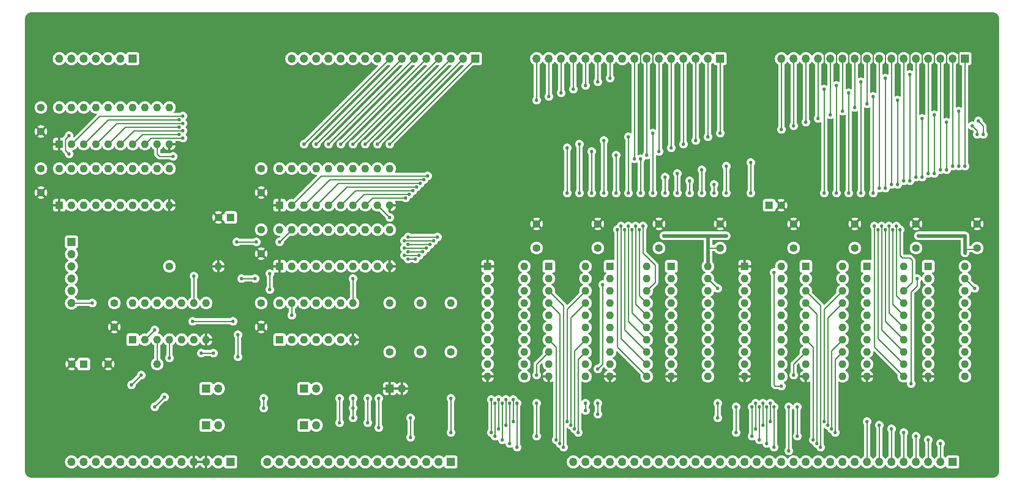
<source format=gbl>
G04 #@! TF.GenerationSoftware,KiCad,Pcbnew,(7.0.0)*
G04 #@! TF.CreationDate,2024-03-28T20:29:55-07:00*
G04 #@! TF.ProjectId,video_bank_sel_cursor,76696465-6f5f-4626-916e-6b5f73656c5f,rev?*
G04 #@! TF.SameCoordinates,Original*
G04 #@! TF.FileFunction,Copper,L2,Bot*
G04 #@! TF.FilePolarity,Positive*
%FSLAX46Y46*%
G04 Gerber Fmt 4.6, Leading zero omitted, Abs format (unit mm)*
G04 Created by KiCad (PCBNEW (7.0.0)) date 2024-03-28 20:29:55*
%MOMM*%
%LPD*%
G01*
G04 APERTURE LIST*
G04 #@! TA.AperFunction,ComponentPad*
%ADD10R,1.700000X1.700000*%
G04 #@! TD*
G04 #@! TA.AperFunction,ComponentPad*
%ADD11O,1.700000X1.700000*%
G04 #@! TD*
G04 #@! TA.AperFunction,ComponentPad*
%ADD12R,1.600000X1.600000*%
G04 #@! TD*
G04 #@! TA.AperFunction,ComponentPad*
%ADD13C,1.600000*%
G04 #@! TD*
G04 #@! TA.AperFunction,ComponentPad*
%ADD14O,1.600000X1.600000*%
G04 #@! TD*
G04 #@! TA.AperFunction,ViaPad*
%ADD15C,0.762000*%
G04 #@! TD*
G04 #@! TA.AperFunction,Conductor*
%ADD16C,0.762000*%
G04 #@! TD*
G04 #@! TA.AperFunction,Conductor*
%ADD17C,0.254000*%
G04 #@! TD*
G04 APERTURE END LIST*
D10*
X88899999Y-129539999D03*
D11*
X91439999Y-129539999D03*
D10*
X139699999Y-144779999D03*
D11*
X137159999Y-144779999D03*
X134619999Y-144779999D03*
X132079999Y-144779999D03*
X129539999Y-144779999D03*
X126999999Y-144779999D03*
X124459999Y-144779999D03*
X121919999Y-144779999D03*
X119379999Y-144779999D03*
X116839999Y-144779999D03*
X114299999Y-144779999D03*
X111759999Y-144779999D03*
X109219999Y-144779999D03*
X106679999Y-144779999D03*
X104139999Y-144779999D03*
X101599999Y-144779999D03*
D12*
X93979999Y-93979999D03*
D13*
X91480000Y-93980000D03*
X139700000Y-121920000D03*
D14*
X139699999Y-111759999D03*
D10*
X246379999Y-60959999D03*
D11*
X243839999Y-60959999D03*
X241299999Y-60959999D03*
X238759999Y-60959999D03*
X236219999Y-60959999D03*
X233679999Y-60959999D03*
X231139999Y-60959999D03*
X228599999Y-60959999D03*
X226059999Y-60959999D03*
X223519999Y-60959999D03*
X220979999Y-60959999D03*
X218439999Y-60959999D03*
X215899999Y-60959999D03*
X213359999Y-60959999D03*
X210819999Y-60959999D03*
X208279999Y-60959999D03*
D12*
X58419999Y-78739999D03*
D14*
X60959999Y-78739999D03*
X63499999Y-78739999D03*
X66039999Y-78739999D03*
X68579999Y-78739999D03*
X71119999Y-78739999D03*
X73659999Y-78739999D03*
X76199999Y-78739999D03*
X78739999Y-78739999D03*
X81279999Y-78739999D03*
X81279999Y-71119999D03*
X78739999Y-71119999D03*
X76199999Y-71119999D03*
X73659999Y-71119999D03*
X71119999Y-71119999D03*
X68579999Y-71119999D03*
X66039999Y-71119999D03*
X63499999Y-71119999D03*
X60959999Y-71119999D03*
X58419999Y-71119999D03*
D10*
X73659999Y-60959999D03*
D11*
X71119999Y-60959999D03*
X68579999Y-60959999D03*
X66039999Y-60959999D03*
X63499999Y-60959999D03*
X60959999Y-60959999D03*
X58419999Y-60959999D03*
D10*
X144779999Y-60959999D03*
D11*
X142239999Y-60959999D03*
X139699999Y-60959999D03*
X137159999Y-60959999D03*
X134619999Y-60959999D03*
X132079999Y-60959999D03*
X129539999Y-60959999D03*
X126999999Y-60959999D03*
X124459999Y-60959999D03*
X121919999Y-60959999D03*
X119379999Y-60959999D03*
X116839999Y-60959999D03*
X114299999Y-60959999D03*
X111759999Y-60959999D03*
X109219999Y-60959999D03*
X106679999Y-60959999D03*
D10*
X88899999Y-137159999D03*
D11*
X91439999Y-137159999D03*
D12*
X104139999Y-91439999D03*
D14*
X106679999Y-91439999D03*
X109219999Y-91439999D03*
X111759999Y-91439999D03*
X114299999Y-91439999D03*
X116839999Y-91439999D03*
X119379999Y-91439999D03*
X121919999Y-91439999D03*
X124459999Y-91439999D03*
X126999999Y-91439999D03*
X126999999Y-83819999D03*
X124459999Y-83819999D03*
X121919999Y-83819999D03*
X119379999Y-83819999D03*
X116839999Y-83819999D03*
X114299999Y-83819999D03*
X111759999Y-83819999D03*
X109219999Y-83819999D03*
X106679999Y-83819999D03*
X104139999Y-83819999D03*
D12*
X73659999Y-119379999D03*
D14*
X76199999Y-119379999D03*
X78739999Y-119379999D03*
X81279999Y-119379999D03*
X83819999Y-119379999D03*
X86359999Y-119379999D03*
X88899999Y-119379999D03*
X88899999Y-111759999D03*
X86359999Y-111759999D03*
X83819999Y-111759999D03*
X81279999Y-111759999D03*
X78739999Y-111759999D03*
X76199999Y-111759999D03*
X73659999Y-111759999D03*
D12*
X58419999Y-91439999D03*
D14*
X60959999Y-91439999D03*
X63499999Y-91439999D03*
X66039999Y-91439999D03*
X68579999Y-91439999D03*
X71119999Y-91439999D03*
X73659999Y-91439999D03*
X76199999Y-91439999D03*
X78739999Y-91439999D03*
X81279999Y-91439999D03*
X81279999Y-83819999D03*
X78739999Y-83819999D03*
X76199999Y-83819999D03*
X73659999Y-83819999D03*
X71119999Y-83819999D03*
X68579999Y-83819999D03*
X66039999Y-83819999D03*
X63499999Y-83819999D03*
X60959999Y-83819999D03*
X58419999Y-83819999D03*
D13*
X54610000Y-88820000D03*
X54610000Y-83820000D03*
D10*
X93979999Y-144779999D03*
D11*
X91439999Y-144779999D03*
X88899999Y-144779999D03*
X86359999Y-144779999D03*
X83819999Y-144779999D03*
X81279999Y-144779999D03*
X78739999Y-144779999D03*
X76199999Y-144779999D03*
X73659999Y-144779999D03*
X71119999Y-144779999D03*
X68579999Y-144779999D03*
X66039999Y-144779999D03*
X63499999Y-144779999D03*
X60959999Y-144779999D03*
D13*
X182880000Y-95330000D03*
X182880000Y-100330000D03*
X68580000Y-124460000D03*
D14*
X78739999Y-124459999D03*
D12*
X226059999Y-104139999D03*
D14*
X226059999Y-106679999D03*
X226059999Y-109219999D03*
X226059999Y-111759999D03*
X226059999Y-114299999D03*
X226059999Y-116839999D03*
X226059999Y-119379999D03*
X226059999Y-121919999D03*
X226059999Y-124459999D03*
X226059999Y-126999999D03*
X233679999Y-126999999D03*
X233679999Y-124459999D03*
X233679999Y-121919999D03*
X233679999Y-119379999D03*
X233679999Y-116839999D03*
X233679999Y-114299999D03*
X233679999Y-111759999D03*
X233679999Y-109219999D03*
X233679999Y-106679999D03*
X233679999Y-104139999D03*
D13*
X81280000Y-104140000D03*
D14*
X91439999Y-104139999D03*
D13*
X100330000Y-116760000D03*
X100330000Y-111760000D03*
D12*
X200659999Y-104139999D03*
D14*
X200659999Y-106679999D03*
X200659999Y-109219999D03*
X200659999Y-111759999D03*
X200659999Y-114299999D03*
X200659999Y-116839999D03*
X200659999Y-119379999D03*
X200659999Y-121919999D03*
X200659999Y-124459999D03*
X200659999Y-126999999D03*
X208279999Y-126999999D03*
X208279999Y-124459999D03*
X208279999Y-121919999D03*
X208279999Y-119379999D03*
X208279999Y-116839999D03*
X208279999Y-114299999D03*
X208279999Y-111759999D03*
X208279999Y-109219999D03*
X208279999Y-106679999D03*
X208279999Y-104139999D03*
D13*
X210820000Y-95330000D03*
X210820000Y-100330000D03*
D10*
X126999999Y-129539999D03*
D11*
X129539999Y-129539999D03*
D13*
X100330000Y-101520000D03*
X100330000Y-96520000D03*
X127000000Y-121920000D03*
D14*
X126999999Y-111759999D03*
D13*
X69850000Y-116760000D03*
X69850000Y-111760000D03*
D12*
X63499999Y-124459999D03*
D13*
X61000000Y-124460000D03*
X170180000Y-95330000D03*
X170180000Y-100330000D03*
D12*
X104139999Y-104139999D03*
D14*
X106679999Y-104139999D03*
X109219999Y-104139999D03*
X111759999Y-104139999D03*
X114299999Y-104139999D03*
X116839999Y-104139999D03*
X119379999Y-104139999D03*
X121919999Y-104139999D03*
X124459999Y-104139999D03*
X126999999Y-104139999D03*
X126999999Y-96519999D03*
X124459999Y-96519999D03*
X121919999Y-96519999D03*
X119379999Y-96519999D03*
X116839999Y-96519999D03*
X114299999Y-96519999D03*
X111759999Y-96519999D03*
X109219999Y-96519999D03*
X106679999Y-96519999D03*
X104139999Y-96519999D03*
D10*
X109219999Y-137159999D03*
D11*
X111759999Y-137159999D03*
D12*
X213359999Y-104139999D03*
D14*
X213359999Y-106679999D03*
X213359999Y-109219999D03*
X213359999Y-111759999D03*
X213359999Y-114299999D03*
X213359999Y-116839999D03*
X213359999Y-119379999D03*
X213359999Y-121919999D03*
X213359999Y-124459999D03*
X213359999Y-126999999D03*
X220979999Y-126999999D03*
X220979999Y-124459999D03*
X220979999Y-121919999D03*
X220979999Y-119379999D03*
X220979999Y-116839999D03*
X220979999Y-114299999D03*
X220979999Y-111759999D03*
X220979999Y-109219999D03*
X220979999Y-106679999D03*
X220979999Y-104139999D03*
D10*
X109219999Y-129539999D03*
D11*
X111759999Y-129539999D03*
D10*
X60959999Y-99059999D03*
D11*
X60959999Y-101599999D03*
X60959999Y-104139999D03*
X60959999Y-106679999D03*
X60959999Y-109219999D03*
X60959999Y-111759999D03*
D12*
X238759999Y-104139999D03*
D14*
X238759999Y-106679999D03*
X238759999Y-109219999D03*
X238759999Y-111759999D03*
X238759999Y-114299999D03*
X238759999Y-116839999D03*
X238759999Y-119379999D03*
X238759999Y-121919999D03*
X238759999Y-124459999D03*
X238759999Y-126999999D03*
X246379999Y-126999999D03*
X246379999Y-124459999D03*
X246379999Y-121919999D03*
X246379999Y-119379999D03*
X246379999Y-116839999D03*
X246379999Y-114299999D03*
X246379999Y-111759999D03*
X246379999Y-109219999D03*
X246379999Y-106679999D03*
X246379999Y-104139999D03*
D13*
X248920000Y-100330000D03*
X248920000Y-95330000D03*
X157480000Y-95330000D03*
X157480000Y-100330000D03*
D12*
X185419999Y-104139999D03*
D14*
X185419999Y-106679999D03*
X185419999Y-109219999D03*
X185419999Y-111759999D03*
X185419999Y-114299999D03*
X185419999Y-116839999D03*
X185419999Y-119379999D03*
X185419999Y-121919999D03*
X185419999Y-124459999D03*
X185419999Y-126999999D03*
X193039999Y-126999999D03*
X193039999Y-124459999D03*
X193039999Y-121919999D03*
X193039999Y-119379999D03*
X193039999Y-116839999D03*
X193039999Y-114299999D03*
X193039999Y-111759999D03*
X193039999Y-109219999D03*
X193039999Y-106679999D03*
X193039999Y-104139999D03*
D13*
X223520000Y-95330000D03*
X223520000Y-100330000D03*
D10*
X195579999Y-60959999D03*
D11*
X193039999Y-60959999D03*
X190499999Y-60959999D03*
X187959999Y-60959999D03*
X185419999Y-60959999D03*
X182879999Y-60959999D03*
X180339999Y-60959999D03*
X177799999Y-60959999D03*
X175259999Y-60959999D03*
X172719999Y-60959999D03*
X170179999Y-60959999D03*
X167639999Y-60959999D03*
X165099999Y-60959999D03*
X162559999Y-60959999D03*
X160019999Y-60959999D03*
X157479999Y-60959999D03*
D12*
X160019999Y-104139999D03*
D14*
X160019999Y-106679999D03*
X160019999Y-109219999D03*
X160019999Y-111759999D03*
X160019999Y-114299999D03*
X160019999Y-116839999D03*
X160019999Y-119379999D03*
X160019999Y-121919999D03*
X160019999Y-124459999D03*
X160019999Y-126999999D03*
X167639999Y-126999999D03*
X167639999Y-124459999D03*
X167639999Y-121919999D03*
X167639999Y-119379999D03*
X167639999Y-116839999D03*
X167639999Y-114299999D03*
X167639999Y-111759999D03*
X167639999Y-109219999D03*
X167639999Y-106679999D03*
X167639999Y-104139999D03*
D12*
X172719999Y-104139999D03*
D14*
X172719999Y-106679999D03*
X172719999Y-109219999D03*
X172719999Y-111759999D03*
X172719999Y-114299999D03*
X172719999Y-116839999D03*
X172719999Y-119379999D03*
X172719999Y-121919999D03*
X172719999Y-124459999D03*
X172719999Y-126999999D03*
X180339999Y-126999999D03*
X180339999Y-124459999D03*
X180339999Y-121919999D03*
X180339999Y-119379999D03*
X180339999Y-116839999D03*
X180339999Y-114299999D03*
X180339999Y-111759999D03*
X180339999Y-109219999D03*
X180339999Y-106679999D03*
X180339999Y-104139999D03*
D13*
X236220000Y-100330000D03*
X236220000Y-95330000D03*
D12*
X205739999Y-91439999D03*
D13*
X208240000Y-91440000D03*
X195580000Y-95330000D03*
X195580000Y-100330000D03*
D10*
X243839999Y-144779999D03*
D11*
X241299999Y-144779999D03*
X238759999Y-144779999D03*
X236219999Y-144779999D03*
X233679999Y-144779999D03*
X231139999Y-144779999D03*
X228599999Y-144779999D03*
X226059999Y-144779999D03*
X223519999Y-144779999D03*
X220979999Y-144779999D03*
X218439999Y-144779999D03*
X215899999Y-144779999D03*
X213359999Y-144779999D03*
X210819999Y-144779999D03*
X208279999Y-144779999D03*
X205739999Y-144779999D03*
X203199999Y-144779999D03*
X200659999Y-144779999D03*
X198119999Y-144779999D03*
X195579999Y-144779999D03*
X193039999Y-144779999D03*
X190499999Y-144779999D03*
X187959999Y-144779999D03*
X185419999Y-144779999D03*
X182879999Y-144779999D03*
X180339999Y-144779999D03*
X177799999Y-144779999D03*
X175259999Y-144779999D03*
X172719999Y-144779999D03*
X170179999Y-144779999D03*
X167639999Y-144779999D03*
X165099999Y-144779999D03*
D13*
X133350000Y-121920000D03*
D14*
X133349999Y-111759999D03*
D12*
X104139999Y-119379999D03*
D14*
X106679999Y-119379999D03*
X109219999Y-119379999D03*
X111759999Y-119379999D03*
X114299999Y-119379999D03*
X116839999Y-119379999D03*
X119379999Y-119379999D03*
X119379999Y-111759999D03*
X116839999Y-111759999D03*
X114299999Y-111759999D03*
X111759999Y-111759999D03*
X109219999Y-111759999D03*
X106679999Y-111759999D03*
X104139999Y-111759999D03*
D13*
X54610000Y-76120000D03*
X54610000Y-71120000D03*
X100330000Y-88820000D03*
X100330000Y-83820000D03*
D12*
X147319999Y-104139999D03*
D14*
X147319999Y-106679999D03*
X147319999Y-109219999D03*
X147319999Y-111759999D03*
X147319999Y-114299999D03*
X147319999Y-116839999D03*
X147319999Y-119379999D03*
X147319999Y-121919999D03*
X147319999Y-124459999D03*
X147319999Y-126999999D03*
X154939999Y-126999999D03*
X154939999Y-124459999D03*
X154939999Y-121919999D03*
X154939999Y-119379999D03*
X154939999Y-116839999D03*
X154939999Y-114299999D03*
X154939999Y-111759999D03*
X154939999Y-109219999D03*
X154939999Y-106679999D03*
X154939999Y-104139999D03*
D15*
X78232000Y-117348000D03*
X246380000Y-99822000D03*
X238760000Y-97790000D03*
X183896000Y-97790000D03*
X196850000Y-97790000D03*
X246380000Y-101346000D03*
X236728000Y-97790000D03*
X185674000Y-97790000D03*
X195072000Y-97790000D03*
X167640000Y-134112000D03*
X167640000Y-132588000D03*
X131318000Y-135636000D03*
X131318000Y-139700000D03*
X109220000Y-78740000D03*
X111760000Y-78740000D03*
X114300000Y-78740000D03*
X116840000Y-78740000D03*
X119380000Y-78740000D03*
X121920000Y-78740000D03*
X124460000Y-78740000D03*
X127000000Y-78740000D03*
X82042000Y-81280000D03*
X232410000Y-69596000D03*
X232156000Y-95758000D03*
X232410000Y-87122000D03*
X157480000Y-69596000D03*
X84074000Y-77470000D03*
X227330000Y-88900000D03*
X160020000Y-68834000D03*
X230632000Y-95758000D03*
X227330000Y-68834000D03*
X222250000Y-68072000D03*
X83312000Y-76708000D03*
X162560000Y-68072000D03*
X222250000Y-88900000D03*
X229108000Y-95758000D03*
X217170000Y-88900000D03*
X84074000Y-75946000D03*
X217170000Y-67310000D03*
X227584000Y-95758000D03*
X165100000Y-67310000D03*
X167640000Y-66548000D03*
X228346000Y-96520000D03*
X219710000Y-88900000D03*
X219710000Y-66548000D03*
X83312000Y-75184000D03*
X224790000Y-65786000D03*
X229870000Y-96520000D03*
X224790000Y-88900000D03*
X170180000Y-65786000D03*
X84074000Y-74422000D03*
X231394000Y-96520000D03*
X83312000Y-73660000D03*
X229870000Y-65024000D03*
X229870000Y-87884000D03*
X172720000Y-65024000D03*
X234950000Y-86360000D03*
X84074000Y-72898000D03*
X232918000Y-96520000D03*
X234950000Y-64262000D03*
X134874000Y-85344000D03*
X178816000Y-96520000D03*
X179070000Y-88900000D03*
X179070000Y-81788000D03*
X177800000Y-81788000D03*
X134112000Y-86106000D03*
X173990000Y-88900000D03*
X180340000Y-81026000D03*
X173990000Y-81026000D03*
X177292000Y-96520000D03*
X182880000Y-80264000D03*
X168910000Y-88900000D03*
X175768000Y-96520000D03*
X168910000Y-80264000D03*
X133350000Y-86868000D03*
X163830000Y-79502000D03*
X185420000Y-79502000D03*
X163830000Y-88900000D03*
X132588000Y-87630000D03*
X174244000Y-96520000D03*
X187960000Y-78740000D03*
X166370000Y-88900000D03*
X175006000Y-95758000D03*
X166370000Y-78740000D03*
X131826000Y-88392000D03*
X131064000Y-89154000D03*
X171450000Y-88900000D03*
X190500000Y-77978000D03*
X176530000Y-95758000D03*
X171450000Y-77978000D03*
X176530000Y-77216000D03*
X130302000Y-89916000D03*
X176530000Y-88900000D03*
X178054000Y-95758000D03*
X193040000Y-77216000D03*
X127000000Y-93980000D03*
X181610000Y-88900000D03*
X179578000Y-95758000D03*
X181610000Y-76454000D03*
X195580000Y-76454000D03*
X208280000Y-75692000D03*
X248920000Y-76708000D03*
X247904000Y-74930000D03*
X210820000Y-74930000D03*
X242570000Y-74168000D03*
X242570000Y-84074000D03*
X213360000Y-74168000D03*
X215900000Y-73406000D03*
X237490000Y-85598000D03*
X237490000Y-73406000D03*
X218440000Y-72644000D03*
X240030000Y-84836000D03*
X240030000Y-72644000D03*
X245110000Y-83312000D03*
X220980000Y-71882000D03*
X245110000Y-71882000D03*
X223520000Y-71120000D03*
X250190000Y-76708000D03*
X249174000Y-73914000D03*
X226060000Y-70358000D03*
X130810000Y-98044000D03*
X228600000Y-87884000D03*
X136906000Y-98044000D03*
X194310000Y-88900000D03*
X194310000Y-87122000D03*
X231140000Y-87122000D03*
X136144000Y-98806000D03*
X130048000Y-98806000D03*
X189230000Y-86360000D03*
X233680000Y-86360000D03*
X135382000Y-99568000D03*
X130810000Y-99568000D03*
X189230000Y-88900000D03*
X130048000Y-100330000D03*
X134620000Y-100330000D03*
X184150000Y-88900000D03*
X236220000Y-85598000D03*
X184150000Y-85598000D03*
X186690000Y-84836000D03*
X238760000Y-84836000D03*
X133858000Y-101092000D03*
X186690000Y-88900000D03*
X130810000Y-101092000D03*
X241300000Y-84074000D03*
X191770000Y-88900000D03*
X133096000Y-101854000D03*
X130048000Y-101854000D03*
X191770000Y-84074000D03*
X243840000Y-83312000D03*
X196850000Y-88900000D03*
X130810000Y-102616000D03*
X132334000Y-102616000D03*
X196850000Y-83312000D03*
X201930000Y-82550000D03*
X201930000Y-88900000D03*
X246380000Y-83312000D03*
X206756000Y-133350000D03*
X153416000Y-141732000D03*
X153416000Y-132588000D03*
X163068000Y-141732000D03*
X216408000Y-141732000D03*
X206756000Y-141732000D03*
X205232000Y-133350000D03*
X162306000Y-140970000D03*
X151892000Y-132588000D03*
X215646000Y-140970000D03*
X241300000Y-140970000D03*
X151892000Y-140970000D03*
X205232000Y-140970000D03*
X150368000Y-140208000D03*
X203708000Y-133350000D03*
X150368000Y-132588000D03*
X203708000Y-140208000D03*
X161544000Y-140208000D03*
X238760000Y-140208000D03*
X214884000Y-140208000D03*
X148844000Y-139446000D03*
X202184000Y-139446000D03*
X202184000Y-133350000D03*
X236220000Y-139446000D03*
X148844000Y-132588000D03*
X157480000Y-126746000D03*
X210820000Y-126746000D03*
X157480000Y-132588000D03*
X211582000Y-133350000D03*
X211582000Y-139446000D03*
X157480000Y-139446000D03*
X166116000Y-138684000D03*
X233680000Y-138684000D03*
X198882000Y-138684000D03*
X198882000Y-133350000D03*
X148082000Y-131826000D03*
X148082000Y-138684000D03*
X219456000Y-138684000D03*
X231140000Y-137922000D03*
X202946000Y-132588000D03*
X202946000Y-137922000D03*
X218694000Y-137922000D03*
X149606000Y-137922000D03*
X149606000Y-131826000D03*
X165354000Y-137922000D03*
X151130000Y-131826000D03*
X151130000Y-137160000D03*
X204470000Y-132588000D03*
X204470000Y-137160000D03*
X228600000Y-137160000D03*
X164592000Y-137160000D03*
X217932000Y-137160000D03*
X152654000Y-131826000D03*
X152654000Y-136398000D03*
X217170000Y-136398000D03*
X205994000Y-132588000D03*
X205994000Y-136398000D03*
X226060000Y-136398000D03*
X163830000Y-136398000D03*
X81280000Y-123190000D03*
X78232000Y-133350000D03*
X80264000Y-131318000D03*
X94488000Y-115570000D03*
X73406000Y-128778000D03*
X75438000Y-126746000D03*
X86106000Y-115570000D03*
X106680000Y-114300000D03*
X99060000Y-106680000D03*
X119380000Y-106680000D03*
X195072000Y-135636000D03*
X96266000Y-106680000D03*
X124714000Y-131572000D03*
X124714000Y-137668000D03*
X248412000Y-108712000D03*
X60452000Y-80772000D03*
X195072000Y-108712000D03*
X60452000Y-76962000D03*
X195072000Y-132588000D03*
X102108000Y-105664000D03*
X236474000Y-106680000D03*
X170180000Y-125476000D03*
X104140000Y-99060000D03*
X99314000Y-99060000D03*
X235204000Y-128524000D03*
X170180000Y-134874000D03*
X102108000Y-108966000D03*
X122428000Y-131572000D03*
X122428000Y-136652000D03*
X170180000Y-132588000D03*
X171196000Y-107950000D03*
X95250000Y-99060000D03*
X90424000Y-122174000D03*
X65278000Y-111760000D03*
X87884000Y-122174000D03*
X100838000Y-131572000D03*
X100838000Y-133604000D03*
X95504000Y-118364000D03*
X95504000Y-122936000D03*
X86360000Y-106172000D03*
X119380000Y-133604000D03*
X119380000Y-131572000D03*
X119380000Y-135636000D03*
X209804000Y-133350000D03*
X209804000Y-142494000D03*
X139700000Y-138684000D03*
X208280000Y-129032000D03*
X139700000Y-131572000D03*
X206756000Y-105410000D03*
X116586000Y-136652000D03*
X116586000Y-131572000D03*
D16*
X246380000Y-100584000D02*
X246380000Y-97790000D01*
X183896000Y-97790000D02*
X193040000Y-97790000D01*
X193040000Y-97790000D02*
X196850000Y-97790000D01*
X246380000Y-101346000D02*
X246380000Y-100584000D01*
X193040000Y-100330000D02*
X193040000Y-104140000D01*
D17*
X248666000Y-100584000D02*
X246380000Y-100584000D01*
X195580000Y-100330000D02*
X193040000Y-100330000D01*
D16*
X193040000Y-97790000D02*
X193040000Y-100330000D01*
D17*
X248920000Y-100330000D02*
X248666000Y-100584000D01*
X76200000Y-119380000D02*
X78232000Y-117348000D01*
D16*
X246380000Y-97790000D02*
X236728000Y-97790000D01*
D17*
X217170000Y-58928000D02*
X217170000Y-62230000D01*
X224790000Y-58928000D02*
X224790000Y-62230000D01*
X245110000Y-58928000D02*
X245110000Y-62230000D01*
X237490000Y-58928000D02*
X237490000Y-62230000D01*
X234950000Y-58928000D02*
X234950000Y-62230000D01*
X181610000Y-58420000D02*
X181610000Y-61976000D01*
X222250000Y-58928000D02*
X222250000Y-62230000D01*
X240030000Y-58928000D02*
X240030000Y-62230000D01*
X229870000Y-58928000D02*
X229870000Y-62230000D01*
X227330000Y-58928000D02*
X227330000Y-62230000D01*
X179070000Y-58420000D02*
X179070000Y-61976000D01*
X232410000Y-58928000D02*
X232410000Y-62230000D01*
X242570000Y-58928000D02*
X242570000Y-62230000D01*
X219710000Y-58928000D02*
X219710000Y-62230000D01*
X167640000Y-132588000D02*
X167640000Y-134112000D01*
X131318000Y-135636000D02*
X131318000Y-139700000D01*
X127000000Y-60960000D02*
X109220000Y-78740000D01*
X129540000Y-60960000D02*
X111760000Y-78740000D01*
X132080000Y-60960000D02*
X114300000Y-78740000D01*
X134620000Y-60960000D02*
X116840000Y-78740000D01*
X137160000Y-60960000D02*
X119380000Y-78740000D01*
X139700000Y-60960000D02*
X121920000Y-78740000D01*
X124460000Y-78740000D02*
X142240000Y-60960000D01*
X144780000Y-60960000D02*
X127000000Y-78740000D01*
X157480000Y-60960000D02*
X157480000Y-69596000D01*
X232410000Y-87122000D02*
X232410000Y-69596000D01*
X79248000Y-81280000D02*
X78740000Y-80772000D01*
X82042000Y-81280000D02*
X79248000Y-81280000D01*
X233680000Y-111760000D02*
X232156000Y-110236000D01*
X232156000Y-102108000D02*
X232156000Y-95758000D01*
X232156000Y-110236000D02*
X232156000Y-102108000D01*
X78740000Y-80772000D02*
X78740000Y-78740000D01*
X160020000Y-60960000D02*
X160020000Y-68834000D01*
X233680000Y-116840000D02*
X230632000Y-113792000D01*
X77470000Y-77470000D02*
X84074000Y-77470000D01*
X230632000Y-113792000D02*
X230632000Y-102108000D01*
X227330000Y-88900000D02*
X227330000Y-68834000D01*
X76200000Y-78740000D02*
X77470000Y-77470000D01*
X230632000Y-102108000D02*
X230632000Y-95758000D01*
X233680000Y-121920000D02*
X229108000Y-117348000D01*
X229108000Y-102108000D02*
X229108000Y-95758000D01*
X229108000Y-117348000D02*
X229108000Y-102108000D01*
X73660000Y-78740000D02*
X75692000Y-76708000D01*
X162560000Y-60960000D02*
X162560000Y-68072000D01*
X222250000Y-88900000D02*
X222250000Y-68072000D01*
X75692000Y-76708000D02*
X83312000Y-76708000D01*
X217170000Y-88900000D02*
X217170000Y-67310000D01*
X71120000Y-78740000D02*
X73914000Y-75946000D01*
X165100000Y-60960000D02*
X165100000Y-67310000D01*
X227584000Y-120904000D02*
X227584000Y-102108000D01*
X73914000Y-75946000D02*
X84074000Y-75946000D01*
X233680000Y-127000000D02*
X227584000Y-120904000D01*
X227584000Y-102108000D02*
X227584000Y-95758000D01*
X167640000Y-60960000D02*
X167640000Y-66548000D01*
X228346000Y-102108000D02*
X228346000Y-96520000D01*
X72136000Y-75184000D02*
X83312000Y-75184000D01*
X233680000Y-124460000D02*
X228346000Y-119126000D01*
X228346000Y-119126000D02*
X228346000Y-102108000D01*
X219710000Y-88900000D02*
X219710000Y-66548000D01*
X68580000Y-78740000D02*
X72136000Y-75184000D01*
X224790000Y-88900000D02*
X224790000Y-65786000D01*
X70358000Y-74422000D02*
X84074000Y-74422000D01*
X229870000Y-102108000D02*
X229870000Y-96520000D01*
X233680000Y-119380000D02*
X229870000Y-115570000D01*
X66040000Y-78740000D02*
X70358000Y-74422000D01*
X229870000Y-115570000D02*
X229870000Y-102108000D01*
X170180000Y-60960000D02*
X170180000Y-65786000D01*
X231394000Y-102108000D02*
X231394000Y-96520000D01*
X172720000Y-60960000D02*
X172720000Y-65024000D01*
X63500000Y-78740000D02*
X68580000Y-73660000D01*
X233680000Y-114300000D02*
X231394000Y-112014000D01*
X68580000Y-73660000D02*
X83312000Y-73660000D01*
X229870000Y-87884000D02*
X229870000Y-65024000D01*
X231394000Y-112014000D02*
X231394000Y-102108000D01*
X234950000Y-86360000D02*
X234950000Y-64262000D01*
X235458000Y-102870000D02*
X234950000Y-102362000D01*
X66802000Y-72898000D02*
X84074000Y-72898000D01*
X235458000Y-107442000D02*
X235458000Y-102870000D01*
X232918000Y-101854000D02*
X232918000Y-96520000D01*
X233426000Y-102362000D02*
X232918000Y-101854000D01*
X234950000Y-102362000D02*
X233426000Y-102362000D01*
X233680000Y-109220000D02*
X235458000Y-107442000D01*
X60960000Y-78740000D02*
X66802000Y-72898000D01*
X134874000Y-85344000D02*
X112776000Y-85344000D01*
X112776000Y-85344000D02*
X106680000Y-91440000D01*
X179070000Y-88900000D02*
X179070000Y-81788000D01*
X180340000Y-111760000D02*
X178816000Y-110236000D01*
X177800000Y-60960000D02*
X177800000Y-81788000D01*
X178816000Y-110236000D02*
X178816000Y-96520000D01*
X173990000Y-88900000D02*
X173990000Y-81026000D01*
X114554000Y-86106000D02*
X109220000Y-91440000D01*
X180340000Y-116840000D02*
X177292000Y-113792000D01*
X180340000Y-60960000D02*
X180340000Y-81026000D01*
X134112000Y-86106000D02*
X114554000Y-86106000D01*
X177292000Y-113792000D02*
X177292000Y-96520000D01*
X180340000Y-121920000D02*
X175768000Y-117348000D01*
X182880000Y-60960000D02*
X182880000Y-80264000D01*
X175768000Y-117348000D02*
X175768000Y-96520000D01*
X168910000Y-88900000D02*
X168910000Y-80264000D01*
X116332000Y-86868000D02*
X111760000Y-91440000D01*
X133350000Y-86868000D02*
X116332000Y-86868000D01*
X132588000Y-87630000D02*
X118110000Y-87630000D01*
X180340000Y-127000000D02*
X174244000Y-120904000D01*
X163830000Y-88900000D02*
X163830000Y-79502000D01*
X174244000Y-120904000D02*
X174244000Y-96520000D01*
X118110000Y-87630000D02*
X114300000Y-91440000D01*
X185420000Y-60960000D02*
X185420000Y-79502000D01*
X175006000Y-119126000D02*
X175006000Y-95758000D01*
X119888000Y-88392000D02*
X116840000Y-91440000D01*
X131826000Y-88392000D02*
X119888000Y-88392000D01*
X180340000Y-124460000D02*
X175006000Y-119126000D01*
X187960000Y-60960000D02*
X187960000Y-78740000D01*
X166370000Y-88900000D02*
X166370000Y-78740000D01*
X171450000Y-88900000D02*
X171450000Y-77978000D01*
X176530000Y-115570000D02*
X176530000Y-95758000D01*
X121666000Y-89154000D02*
X119380000Y-91440000D01*
X190500000Y-60960000D02*
X190500000Y-77978000D01*
X180340000Y-119380000D02*
X176530000Y-115570000D01*
X131064000Y-89154000D02*
X121666000Y-89154000D01*
X180340000Y-114300000D02*
X178054000Y-112014000D01*
X193040000Y-60960000D02*
X193040000Y-77216000D01*
X123444000Y-89916000D02*
X121920000Y-91440000D01*
X130302000Y-89916000D02*
X123444000Y-89916000D01*
X178054000Y-112014000D02*
X178054000Y-95758000D01*
X176530000Y-88900000D02*
X176530000Y-77216000D01*
X182118000Y-103886000D02*
X179578000Y-101346000D01*
X182118000Y-107442000D02*
X182118000Y-103886000D01*
X180340000Y-109220000D02*
X182118000Y-107442000D01*
X124460000Y-91440000D02*
X127000000Y-93980000D01*
X195580000Y-60960000D02*
X195580000Y-76454000D01*
X181610000Y-88900000D02*
X181610000Y-76454000D01*
X179578000Y-101346000D02*
X179578000Y-95758000D01*
X208280000Y-60960000D02*
X208280000Y-75692000D01*
X210820000Y-60960000D02*
X210820000Y-74930000D01*
X248920000Y-75946000D02*
X247904000Y-74930000D01*
X248920000Y-76708000D02*
X248920000Y-75946000D01*
X242570000Y-84074000D02*
X242570000Y-74168000D01*
X213360000Y-60960000D02*
X213360000Y-74168000D01*
X215900000Y-60960000D02*
X215900000Y-73406000D01*
X237490000Y-85598000D02*
X237490000Y-73406000D01*
X240030000Y-84836000D02*
X240030000Y-72644000D01*
X218440000Y-60960000D02*
X218440000Y-72644000D01*
X245110000Y-83312000D02*
X245110000Y-71882000D01*
X220980000Y-60960000D02*
X220980000Y-71882000D01*
X223520000Y-60960000D02*
X223520000Y-71120000D01*
X250190000Y-76708000D02*
X250190000Y-74930000D01*
X250190000Y-74930000D02*
X249174000Y-73914000D01*
X226060000Y-60960000D02*
X226060000Y-70358000D01*
X228600000Y-87884000D02*
X228600000Y-60960000D01*
X130810000Y-98044000D02*
X136906000Y-98044000D01*
X130048000Y-98806000D02*
X136144000Y-98806000D01*
X231140000Y-87122000D02*
X231140000Y-60960000D01*
X194310000Y-88900000D02*
X194310000Y-87122000D01*
X130810000Y-99568000D02*
X135382000Y-99568000D01*
X189230000Y-88900000D02*
X189230000Y-86360000D01*
X233680000Y-86360000D02*
X233680000Y-60960000D01*
X184150000Y-88900000D02*
X184150000Y-85598000D01*
X236220000Y-85598000D02*
X236220000Y-60960000D01*
X130048000Y-100330000D02*
X134620000Y-100330000D01*
X186690000Y-88900000D02*
X186690000Y-84836000D01*
X130810000Y-101092000D02*
X133858000Y-101092000D01*
X238760000Y-60960000D02*
X238760000Y-84836000D01*
X191770000Y-88900000D02*
X191770000Y-84074000D01*
X241300000Y-84074000D02*
X241300000Y-60960000D01*
X130048000Y-101854000D02*
X133096000Y-101854000D01*
X243840000Y-60960000D02*
X243840000Y-83312000D01*
X196850000Y-88900000D02*
X196850000Y-83312000D01*
X130810000Y-102616000D02*
X132334000Y-102616000D01*
X201930000Y-88900000D02*
X201930000Y-82550000D01*
X246380000Y-83312000D02*
X246380000Y-60960000D01*
X206756000Y-133350000D02*
X206756000Y-141732000D01*
X160020000Y-109220000D02*
X163068000Y-112268000D01*
X153416000Y-132588000D02*
X153416000Y-141732000D01*
X213360000Y-109220000D02*
X216408000Y-112268000D01*
X163068000Y-112268000D02*
X163068000Y-141732000D01*
X216408000Y-112268000D02*
X216408000Y-141732000D01*
X215646000Y-114046000D02*
X215646000Y-140970000D01*
X205232000Y-133350000D02*
X205232000Y-140970000D01*
X160020000Y-111760000D02*
X162306000Y-114046000D01*
X213360000Y-111760000D02*
X215646000Y-114046000D01*
X151892000Y-132588000D02*
X151892000Y-140970000D01*
X241300000Y-140970000D02*
X241300000Y-144780000D01*
X162306000Y-114046000D02*
X162306000Y-140970000D01*
X214884000Y-120904000D02*
X214884000Y-140208000D01*
X161544000Y-120904000D02*
X161544000Y-140208000D01*
X238760000Y-140208000D02*
X238760000Y-144780000D01*
X203708000Y-133350000D02*
X203708000Y-140208000D01*
X213360000Y-119380000D02*
X214884000Y-120904000D01*
X150368000Y-132588000D02*
X150368000Y-140208000D01*
X160020000Y-119380000D02*
X161544000Y-120904000D01*
X210820000Y-126746000D02*
X210820000Y-124460000D01*
X211582000Y-133350000D02*
X211582000Y-139446000D01*
X157480000Y-124460000D02*
X160020000Y-121920000D01*
X236220000Y-139446000D02*
X236220000Y-144780000D01*
X210820000Y-124460000D02*
X213360000Y-121920000D01*
X202184000Y-133350000D02*
X202184000Y-139446000D01*
X157480000Y-139446000D02*
X157480000Y-132588000D01*
X157480000Y-126746000D02*
X157480000Y-124460000D01*
X148844000Y-132588000D02*
X148844000Y-139446000D01*
X198882000Y-133350000D02*
X198882000Y-138684000D01*
X148082000Y-131826000D02*
X148082000Y-138684000D01*
X220980000Y-121920000D02*
X219456000Y-123444000D01*
X166116000Y-123444000D02*
X166116000Y-132588000D01*
X219456000Y-123444000D02*
X219456000Y-138684000D01*
X233680000Y-144780000D02*
X233680000Y-138684000D01*
X167640000Y-121920000D02*
X166116000Y-123444000D01*
X166116000Y-132588000D02*
X166116000Y-138684000D01*
X218694000Y-121666000D02*
X218694000Y-137922000D01*
X167640000Y-119380000D02*
X165354000Y-121666000D01*
X220980000Y-119380000D02*
X218694000Y-121666000D01*
X165354000Y-121666000D02*
X165354000Y-137922000D01*
X149606000Y-131826000D02*
X149606000Y-137922000D01*
X231140000Y-137922000D02*
X231140000Y-144780000D01*
X202946000Y-132588000D02*
X202946000Y-137922000D01*
X204470000Y-132588000D02*
X204470000Y-137160000D01*
X220980000Y-111760000D02*
X217932000Y-114808000D01*
X164592000Y-114808000D02*
X164592000Y-137160000D01*
X217932000Y-114808000D02*
X217932000Y-137160000D01*
X151130000Y-131826000D02*
X151130000Y-137160000D01*
X167640000Y-111760000D02*
X164592000Y-114808000D01*
X228600000Y-144780000D02*
X228600000Y-137160000D01*
X167640000Y-109220000D02*
X163830000Y-113030000D01*
X226060000Y-136398000D02*
X226060000Y-144780000D01*
X205994000Y-132588000D02*
X205994000Y-136398000D01*
X163830000Y-113030000D02*
X163830000Y-136398000D01*
X217170000Y-113030000D02*
X217170000Y-136398000D01*
X152654000Y-131826000D02*
X152654000Y-136398000D01*
X220980000Y-109220000D02*
X217170000Y-113030000D01*
X78232000Y-133350000D02*
X80264000Y-131318000D01*
X81280000Y-119380000D02*
X81280000Y-123190000D01*
X106680000Y-114300000D02*
X106680000Y-111760000D01*
X86106000Y-115570000D02*
X94488000Y-115570000D01*
X73406000Y-128778000D02*
X75438000Y-126746000D01*
X195072000Y-132588000D02*
X195072000Y-135636000D01*
X248412000Y-108712000D02*
X246380000Y-106680000D01*
X60452000Y-80772000D02*
X59690000Y-80010000D01*
X59690000Y-79756000D02*
X59690000Y-77724000D01*
X59690000Y-77724000D02*
X60452000Y-76962000D01*
X124714000Y-131572000D02*
X124714000Y-137668000D01*
X195072000Y-108712000D02*
X193040000Y-106680000D01*
X59690000Y-80010000D02*
X59690000Y-79756000D01*
X119380000Y-106680000D02*
X119380000Y-111760000D01*
X99060000Y-106680000D02*
X96266000Y-106680000D01*
X235204000Y-128524000D02*
X235204000Y-109474000D01*
X95250000Y-99060000D02*
X99314000Y-99060000D01*
X171196000Y-107950000D02*
X171196000Y-124460000D01*
X235204000Y-109474000D02*
X236474000Y-108204000D01*
X122428000Y-131572000D02*
X122428000Y-136652000D01*
X170180000Y-132588000D02*
X170180000Y-134874000D01*
X236474000Y-108204000D02*
X236474000Y-106680000D01*
X171196000Y-124460000D02*
X170180000Y-125476000D01*
X102108000Y-105664000D02*
X102108000Y-108966000D01*
X104140000Y-99060000D02*
X106680000Y-96520000D01*
X78740000Y-119380000D02*
X78740000Y-124460000D01*
X60960000Y-111760000D02*
X65278000Y-111760000D01*
X90424000Y-122174000D02*
X87884000Y-122174000D01*
X95504000Y-122936000D02*
X95504000Y-118364000D01*
X100838000Y-133604000D02*
X100838000Y-131572000D01*
X86360000Y-106172000D02*
X86360000Y-111760000D01*
X119380000Y-131572000D02*
X119380000Y-133604000D01*
X119380000Y-133604000D02*
X119380000Y-135636000D01*
X207010000Y-129032000D02*
X208280000Y-129032000D01*
X139700000Y-131572000D02*
X139700000Y-138684000D01*
X209804000Y-133350000D02*
X209804000Y-142494000D01*
X206756000Y-105410000D02*
X206756000Y-128778000D01*
X116586000Y-131572000D02*
X116586000Y-136652000D01*
X206756000Y-128778000D02*
X207010000Y-129032000D01*
G04 #@! TA.AperFunction,Conductor*
G36*
X242627257Y-61606976D02*
G01*
X242671575Y-61645842D01*
X242798395Y-61826961D01*
X242798401Y-61826968D01*
X242801505Y-61831401D01*
X242968599Y-61998495D01*
X242973032Y-62001599D01*
X242973038Y-62001604D01*
X243159623Y-62132252D01*
X243198489Y-62176570D01*
X243212500Y-62233827D01*
X243212500Y-73301846D01*
X243194226Y-73366639D01*
X243144789Y-73412334D01*
X243078761Y-73425463D01*
X243025100Y-73405660D01*
X243024061Y-73407461D01*
X243018435Y-73404212D01*
X243013178Y-73400393D01*
X243007246Y-73397751D01*
X243007241Y-73397749D01*
X242849832Y-73327666D01*
X242849827Y-73327664D01*
X242843899Y-73325025D01*
X242837549Y-73323675D01*
X242837542Y-73323673D01*
X242669012Y-73287852D01*
X242669007Y-73287851D01*
X242662649Y-73286500D01*
X242477351Y-73286500D01*
X242470993Y-73287851D01*
X242470987Y-73287852D01*
X242302457Y-73323673D01*
X242302447Y-73323675D01*
X242296101Y-73325025D01*
X242290175Y-73327663D01*
X242290167Y-73327666D01*
X242132758Y-73397749D01*
X242132749Y-73397753D01*
X242126822Y-73400393D01*
X242121565Y-73404211D01*
X242115939Y-73407461D01*
X242114899Y-73405660D01*
X242061239Y-73425463D01*
X241995211Y-73412334D01*
X241945774Y-73366639D01*
X241927500Y-73301846D01*
X241927500Y-62233827D01*
X241941511Y-62176570D01*
X241980377Y-62132252D01*
X242166961Y-62001604D01*
X242166961Y-62001603D01*
X242171401Y-61998495D01*
X242338495Y-61831401D01*
X242468426Y-61645841D01*
X242512743Y-61606976D01*
X242570000Y-61592965D01*
X242627257Y-61606976D01*
G37*
G04 #@! TD.AperFunction*
G04 #@! TA.AperFunction,Conductor*
G36*
X237547257Y-61606976D02*
G01*
X237591575Y-61645842D01*
X237718395Y-61826961D01*
X237718401Y-61826968D01*
X237721505Y-61831401D01*
X237888599Y-61998495D01*
X237893032Y-62001599D01*
X237893038Y-62001604D01*
X238079623Y-62132252D01*
X238118489Y-62176570D01*
X238132500Y-62233827D01*
X238132500Y-72539846D01*
X238114226Y-72604639D01*
X238064789Y-72650334D01*
X237998761Y-72663463D01*
X237945100Y-72643660D01*
X237944061Y-72645461D01*
X237938435Y-72642212D01*
X237933178Y-72638393D01*
X237927246Y-72635751D01*
X237927241Y-72635749D01*
X237769832Y-72565666D01*
X237769827Y-72565664D01*
X237763899Y-72563025D01*
X237757549Y-72561675D01*
X237757542Y-72561673D01*
X237589012Y-72525852D01*
X237589007Y-72525851D01*
X237582649Y-72524500D01*
X237397351Y-72524500D01*
X237390993Y-72525851D01*
X237390987Y-72525852D01*
X237222457Y-72561673D01*
X237222447Y-72561675D01*
X237216101Y-72563025D01*
X237210175Y-72565663D01*
X237210167Y-72565666D01*
X237052758Y-72635749D01*
X237052749Y-72635753D01*
X237046822Y-72638393D01*
X237041565Y-72642211D01*
X237035939Y-72645461D01*
X237034899Y-72643660D01*
X236981239Y-72663463D01*
X236915211Y-72650334D01*
X236865774Y-72604639D01*
X236847500Y-72539846D01*
X236847500Y-62233827D01*
X236861511Y-62176570D01*
X236900377Y-62132252D01*
X237086961Y-62001604D01*
X237086961Y-62001603D01*
X237091401Y-61998495D01*
X237258495Y-61831401D01*
X237388426Y-61645841D01*
X237432743Y-61606976D01*
X237490000Y-61592965D01*
X237547257Y-61606976D01*
G37*
G04 #@! TD.AperFunction*
G04 #@! TA.AperFunction,Conductor*
G36*
X240087257Y-61606976D02*
G01*
X240131575Y-61645842D01*
X240258395Y-61826961D01*
X240258401Y-61826968D01*
X240261505Y-61831401D01*
X240428599Y-61998495D01*
X240433032Y-62001599D01*
X240433038Y-62001604D01*
X240619623Y-62132252D01*
X240658489Y-62176570D01*
X240672500Y-62233827D01*
X240672500Y-71777846D01*
X240654226Y-71842639D01*
X240604789Y-71888334D01*
X240538761Y-71901463D01*
X240485100Y-71881660D01*
X240484061Y-71883461D01*
X240478435Y-71880212D01*
X240473178Y-71876393D01*
X240467246Y-71873751D01*
X240467241Y-71873749D01*
X240309832Y-71803666D01*
X240309827Y-71803664D01*
X240303899Y-71801025D01*
X240297549Y-71799675D01*
X240297542Y-71799673D01*
X240129012Y-71763852D01*
X240129007Y-71763851D01*
X240122649Y-71762500D01*
X239937351Y-71762500D01*
X239930993Y-71763851D01*
X239930987Y-71763852D01*
X239762457Y-71799673D01*
X239762447Y-71799675D01*
X239756101Y-71801025D01*
X239750175Y-71803663D01*
X239750167Y-71803666D01*
X239592758Y-71873749D01*
X239592749Y-71873753D01*
X239586822Y-71876393D01*
X239581565Y-71880211D01*
X239575939Y-71883461D01*
X239574899Y-71881660D01*
X239521239Y-71901463D01*
X239455211Y-71888334D01*
X239405774Y-71842639D01*
X239387500Y-71777846D01*
X239387500Y-62233827D01*
X239401511Y-62176570D01*
X239440377Y-62132252D01*
X239626961Y-62001604D01*
X239626961Y-62001603D01*
X239631401Y-61998495D01*
X239798495Y-61831401D01*
X239928426Y-61645841D01*
X239972743Y-61606976D01*
X240030000Y-61592965D01*
X240087257Y-61606976D01*
G37*
G04 #@! TD.AperFunction*
G04 #@! TA.AperFunction,Conductor*
G36*
X245002210Y-61870537D02*
G01*
X245037189Y-61920916D01*
X245086204Y-62052331D01*
X245091518Y-62059430D01*
X245091519Y-62059431D01*
X245164936Y-62157504D01*
X245172454Y-62167546D01*
X245287669Y-62253796D01*
X245422517Y-62304091D01*
X245482127Y-62310500D01*
X245628500Y-62310500D01*
X245690500Y-62327113D01*
X245735887Y-62372500D01*
X245752500Y-62434500D01*
X245752500Y-71015846D01*
X245734226Y-71080639D01*
X245684789Y-71126334D01*
X245618761Y-71139463D01*
X245565100Y-71119660D01*
X245564061Y-71121461D01*
X245558435Y-71118212D01*
X245553178Y-71114393D01*
X245547246Y-71111751D01*
X245547241Y-71111749D01*
X245389832Y-71041666D01*
X245389827Y-71041664D01*
X245383899Y-71039025D01*
X245377549Y-71037675D01*
X245377542Y-71037673D01*
X245209012Y-71001852D01*
X245209007Y-71001851D01*
X245202649Y-71000500D01*
X245017351Y-71000500D01*
X245010993Y-71001851D01*
X245010987Y-71001852D01*
X244842457Y-71037673D01*
X244842447Y-71037675D01*
X244836101Y-71039025D01*
X244830175Y-71041663D01*
X244830167Y-71041666D01*
X244672758Y-71111749D01*
X244672749Y-71111753D01*
X244666822Y-71114393D01*
X244661565Y-71118211D01*
X244655939Y-71121461D01*
X244654899Y-71119660D01*
X244601239Y-71139463D01*
X244535211Y-71126334D01*
X244485774Y-71080639D01*
X244467500Y-71015846D01*
X244467500Y-62233827D01*
X244481511Y-62176570D01*
X244520377Y-62132252D01*
X244706961Y-62001604D01*
X244706961Y-62001603D01*
X244711401Y-61998495D01*
X244833329Y-61876566D01*
X244886072Y-61845273D01*
X244947365Y-61843084D01*
X245002210Y-61870537D01*
G37*
G04 #@! TD.AperFunction*
G04 #@! TA.AperFunction,Conductor*
G36*
X232467257Y-61606976D02*
G01*
X232511575Y-61645842D01*
X232638395Y-61826961D01*
X232638401Y-61826968D01*
X232641505Y-61831401D01*
X232808599Y-61998495D01*
X232813032Y-62001599D01*
X232813038Y-62001604D01*
X232999623Y-62132252D01*
X233038489Y-62176570D01*
X233052500Y-62233827D01*
X233052500Y-68729846D01*
X233034226Y-68794639D01*
X232984789Y-68840334D01*
X232918761Y-68853463D01*
X232865100Y-68833660D01*
X232864061Y-68835461D01*
X232858435Y-68832212D01*
X232853178Y-68828393D01*
X232847246Y-68825751D01*
X232847241Y-68825749D01*
X232689832Y-68755666D01*
X232689827Y-68755664D01*
X232683899Y-68753025D01*
X232677549Y-68751675D01*
X232677542Y-68751673D01*
X232509012Y-68715852D01*
X232509007Y-68715851D01*
X232502649Y-68714500D01*
X232317351Y-68714500D01*
X232310993Y-68715851D01*
X232310987Y-68715852D01*
X232142457Y-68751673D01*
X232142447Y-68751675D01*
X232136101Y-68753025D01*
X232130175Y-68755663D01*
X232130167Y-68755666D01*
X231972758Y-68825749D01*
X231972749Y-68825753D01*
X231966822Y-68828393D01*
X231961565Y-68832211D01*
X231955939Y-68835461D01*
X231954899Y-68833660D01*
X231901239Y-68853463D01*
X231835211Y-68840334D01*
X231785774Y-68794639D01*
X231767500Y-68729846D01*
X231767500Y-62233827D01*
X231781511Y-62176570D01*
X231820377Y-62132252D01*
X232006961Y-62001604D01*
X232006961Y-62001603D01*
X232011401Y-61998495D01*
X232178495Y-61831401D01*
X232308426Y-61645841D01*
X232352743Y-61606976D01*
X232410000Y-61592965D01*
X232467257Y-61606976D01*
G37*
G04 #@! TD.AperFunction*
G04 #@! TA.AperFunction,Conductor*
G36*
X227387257Y-61606976D02*
G01*
X227431575Y-61645842D01*
X227558395Y-61826961D01*
X227558401Y-61826968D01*
X227561505Y-61831401D01*
X227728599Y-61998495D01*
X227733032Y-62001599D01*
X227733038Y-62001604D01*
X227919623Y-62132252D01*
X227958489Y-62176570D01*
X227972500Y-62233827D01*
X227972500Y-67967846D01*
X227954226Y-68032639D01*
X227904789Y-68078334D01*
X227838761Y-68091463D01*
X227785100Y-68071660D01*
X227784061Y-68073461D01*
X227778435Y-68070212D01*
X227773178Y-68066393D01*
X227767246Y-68063751D01*
X227767241Y-68063749D01*
X227609832Y-67993666D01*
X227609827Y-67993664D01*
X227603899Y-67991025D01*
X227597549Y-67989675D01*
X227597542Y-67989673D01*
X227429012Y-67953852D01*
X227429007Y-67953851D01*
X227422649Y-67952500D01*
X227237351Y-67952500D01*
X227230993Y-67953851D01*
X227230987Y-67953852D01*
X227062457Y-67989673D01*
X227062447Y-67989675D01*
X227056101Y-67991025D01*
X227050175Y-67993663D01*
X227050167Y-67993666D01*
X226892758Y-68063749D01*
X226892749Y-68063753D01*
X226886822Y-68066393D01*
X226881565Y-68070211D01*
X226875939Y-68073461D01*
X226874899Y-68071660D01*
X226821239Y-68091463D01*
X226755211Y-68078334D01*
X226705774Y-68032639D01*
X226687500Y-67967846D01*
X226687500Y-62233827D01*
X226701511Y-62176570D01*
X226740377Y-62132252D01*
X226926961Y-62001604D01*
X226926961Y-62001603D01*
X226931401Y-61998495D01*
X227098495Y-61831401D01*
X227228426Y-61645841D01*
X227272743Y-61606976D01*
X227330000Y-61592965D01*
X227387257Y-61606976D01*
G37*
G04 #@! TD.AperFunction*
G04 #@! TA.AperFunction,Conductor*
G36*
X222307257Y-61606976D02*
G01*
X222351575Y-61645842D01*
X222478395Y-61826961D01*
X222478401Y-61826968D01*
X222481505Y-61831401D01*
X222648599Y-61998495D01*
X222653032Y-62001599D01*
X222653038Y-62001604D01*
X222839623Y-62132252D01*
X222878489Y-62176570D01*
X222892500Y-62233827D01*
X222892500Y-67205846D01*
X222874226Y-67270639D01*
X222824789Y-67316334D01*
X222758761Y-67329463D01*
X222705100Y-67309660D01*
X222704061Y-67311461D01*
X222698435Y-67308212D01*
X222693178Y-67304393D01*
X222687246Y-67301751D01*
X222687241Y-67301749D01*
X222529832Y-67231666D01*
X222529827Y-67231664D01*
X222523899Y-67229025D01*
X222517549Y-67227675D01*
X222517542Y-67227673D01*
X222349012Y-67191852D01*
X222349007Y-67191851D01*
X222342649Y-67190500D01*
X222157351Y-67190500D01*
X222150993Y-67191851D01*
X222150987Y-67191852D01*
X221982457Y-67227673D01*
X221982447Y-67227675D01*
X221976101Y-67229025D01*
X221970175Y-67231663D01*
X221970167Y-67231666D01*
X221812758Y-67301749D01*
X221812749Y-67301753D01*
X221806822Y-67304393D01*
X221801565Y-67308211D01*
X221795939Y-67311461D01*
X221794899Y-67309660D01*
X221741239Y-67329463D01*
X221675211Y-67316334D01*
X221625774Y-67270639D01*
X221607500Y-67205846D01*
X221607500Y-62233827D01*
X221621511Y-62176570D01*
X221660377Y-62132252D01*
X221846961Y-62001604D01*
X221846961Y-62001603D01*
X221851401Y-61998495D01*
X222018495Y-61831401D01*
X222148426Y-61645841D01*
X222192743Y-61606976D01*
X222250000Y-61592965D01*
X222307257Y-61606976D01*
G37*
G04 #@! TD.AperFunction*
G04 #@! TA.AperFunction,Conductor*
G36*
X217227257Y-61606976D02*
G01*
X217271575Y-61645842D01*
X217398395Y-61826961D01*
X217398401Y-61826968D01*
X217401505Y-61831401D01*
X217568599Y-61998495D01*
X217573032Y-62001599D01*
X217573038Y-62001604D01*
X217759623Y-62132252D01*
X217798489Y-62176570D01*
X217812500Y-62233827D01*
X217812500Y-66443846D01*
X217794226Y-66508639D01*
X217744789Y-66554334D01*
X217678761Y-66567463D01*
X217625100Y-66547660D01*
X217624061Y-66549461D01*
X217618435Y-66546212D01*
X217613178Y-66542393D01*
X217607246Y-66539751D01*
X217607241Y-66539749D01*
X217449832Y-66469666D01*
X217449827Y-66469664D01*
X217443899Y-66467025D01*
X217437549Y-66465675D01*
X217437542Y-66465673D01*
X217269012Y-66429852D01*
X217269007Y-66429851D01*
X217262649Y-66428500D01*
X217077351Y-66428500D01*
X217070993Y-66429851D01*
X217070987Y-66429852D01*
X216902457Y-66465673D01*
X216902447Y-66465675D01*
X216896101Y-66467025D01*
X216890175Y-66469663D01*
X216890167Y-66469666D01*
X216732758Y-66539749D01*
X216732749Y-66539753D01*
X216726822Y-66542393D01*
X216721565Y-66546211D01*
X216715939Y-66549461D01*
X216714899Y-66547660D01*
X216661239Y-66567463D01*
X216595211Y-66554334D01*
X216545774Y-66508639D01*
X216527500Y-66443846D01*
X216527500Y-62233827D01*
X216541511Y-62176570D01*
X216580377Y-62132252D01*
X216766961Y-62001604D01*
X216766961Y-62001603D01*
X216771401Y-61998495D01*
X216938495Y-61831401D01*
X217068426Y-61645841D01*
X217112743Y-61606976D01*
X217170000Y-61592965D01*
X217227257Y-61606976D01*
G37*
G04 #@! TD.AperFunction*
G04 #@! TA.AperFunction,Conductor*
G36*
X219767257Y-61606976D02*
G01*
X219811575Y-61645842D01*
X219938395Y-61826961D01*
X219938401Y-61826968D01*
X219941505Y-61831401D01*
X220108599Y-61998495D01*
X220113032Y-62001599D01*
X220113038Y-62001604D01*
X220299623Y-62132252D01*
X220338489Y-62176570D01*
X220352500Y-62233827D01*
X220352500Y-65681846D01*
X220334226Y-65746639D01*
X220284789Y-65792334D01*
X220218761Y-65805463D01*
X220165100Y-65785660D01*
X220164061Y-65787461D01*
X220158435Y-65784212D01*
X220153178Y-65780393D01*
X220147246Y-65777751D01*
X220147241Y-65777749D01*
X219989832Y-65707666D01*
X219989827Y-65707664D01*
X219983899Y-65705025D01*
X219977549Y-65703675D01*
X219977542Y-65703673D01*
X219809012Y-65667852D01*
X219809007Y-65667851D01*
X219802649Y-65666500D01*
X219617351Y-65666500D01*
X219610993Y-65667851D01*
X219610987Y-65667852D01*
X219442457Y-65703673D01*
X219442447Y-65703675D01*
X219436101Y-65705025D01*
X219430175Y-65707663D01*
X219430167Y-65707666D01*
X219272758Y-65777749D01*
X219272749Y-65777753D01*
X219266822Y-65780393D01*
X219261565Y-65784211D01*
X219255939Y-65787461D01*
X219254899Y-65785660D01*
X219201239Y-65805463D01*
X219135211Y-65792334D01*
X219085774Y-65746639D01*
X219067500Y-65681846D01*
X219067500Y-62233827D01*
X219081511Y-62176570D01*
X219120377Y-62132252D01*
X219306961Y-62001604D01*
X219306961Y-62001603D01*
X219311401Y-61998495D01*
X219478495Y-61831401D01*
X219608426Y-61645841D01*
X219652743Y-61606976D01*
X219710000Y-61592965D01*
X219767257Y-61606976D01*
G37*
G04 #@! TD.AperFunction*
G04 #@! TA.AperFunction,Conductor*
G36*
X224847257Y-61606976D02*
G01*
X224891575Y-61645842D01*
X225018395Y-61826961D01*
X225018401Y-61826968D01*
X225021505Y-61831401D01*
X225188599Y-61998495D01*
X225193032Y-62001599D01*
X225193038Y-62001604D01*
X225379623Y-62132252D01*
X225418489Y-62176570D01*
X225432500Y-62233827D01*
X225432500Y-64919846D01*
X225414226Y-64984639D01*
X225364789Y-65030334D01*
X225298761Y-65043463D01*
X225245100Y-65023660D01*
X225244061Y-65025461D01*
X225238435Y-65022212D01*
X225233178Y-65018393D01*
X225227246Y-65015751D01*
X225227241Y-65015749D01*
X225069832Y-64945666D01*
X225069827Y-64945664D01*
X225063899Y-64943025D01*
X225057549Y-64941675D01*
X225057542Y-64941673D01*
X224889012Y-64905852D01*
X224889007Y-64905851D01*
X224882649Y-64904500D01*
X224697351Y-64904500D01*
X224690993Y-64905851D01*
X224690987Y-64905852D01*
X224522457Y-64941673D01*
X224522447Y-64941675D01*
X224516101Y-64943025D01*
X224510175Y-64945663D01*
X224510167Y-64945666D01*
X224352758Y-65015749D01*
X224352749Y-65015753D01*
X224346822Y-65018393D01*
X224341565Y-65022211D01*
X224335939Y-65025461D01*
X224334899Y-65023660D01*
X224281239Y-65043463D01*
X224215211Y-65030334D01*
X224165774Y-64984639D01*
X224147500Y-64919846D01*
X224147500Y-62233827D01*
X224161511Y-62176570D01*
X224200377Y-62132252D01*
X224386961Y-62001604D01*
X224386961Y-62001603D01*
X224391401Y-61998495D01*
X224558495Y-61831401D01*
X224688426Y-61645841D01*
X224732743Y-61606976D01*
X224790000Y-61592965D01*
X224847257Y-61606976D01*
G37*
G04 #@! TD.AperFunction*
G04 #@! TA.AperFunction,Conductor*
G36*
X229927257Y-61606976D02*
G01*
X229971575Y-61645842D01*
X230098395Y-61826961D01*
X230098401Y-61826968D01*
X230101505Y-61831401D01*
X230268599Y-61998495D01*
X230273032Y-62001599D01*
X230273038Y-62001604D01*
X230459623Y-62132252D01*
X230498489Y-62176570D01*
X230512500Y-62233827D01*
X230512500Y-64157846D01*
X230494226Y-64222639D01*
X230444789Y-64268334D01*
X230378761Y-64281463D01*
X230325100Y-64261660D01*
X230324061Y-64263461D01*
X230318435Y-64260212D01*
X230313178Y-64256393D01*
X230307246Y-64253751D01*
X230307241Y-64253749D01*
X230149832Y-64183666D01*
X230149827Y-64183664D01*
X230143899Y-64181025D01*
X230137549Y-64179675D01*
X230137542Y-64179673D01*
X229969012Y-64143852D01*
X229969007Y-64143851D01*
X229962649Y-64142500D01*
X229777351Y-64142500D01*
X229770993Y-64143851D01*
X229770987Y-64143852D01*
X229602457Y-64179673D01*
X229602447Y-64179675D01*
X229596101Y-64181025D01*
X229590175Y-64183663D01*
X229590167Y-64183666D01*
X229432758Y-64253749D01*
X229432749Y-64253753D01*
X229426822Y-64256393D01*
X229421565Y-64260211D01*
X229415939Y-64263461D01*
X229414899Y-64261660D01*
X229361239Y-64281463D01*
X229295211Y-64268334D01*
X229245774Y-64222639D01*
X229227500Y-64157846D01*
X229227500Y-62233827D01*
X229241511Y-62176570D01*
X229280377Y-62132252D01*
X229466961Y-62001604D01*
X229466961Y-62001603D01*
X229471401Y-61998495D01*
X229638495Y-61831401D01*
X229768426Y-61645841D01*
X229812743Y-61606976D01*
X229870000Y-61592965D01*
X229927257Y-61606976D01*
G37*
G04 #@! TD.AperFunction*
G04 #@! TA.AperFunction,Conductor*
G36*
X235007257Y-61606976D02*
G01*
X235051575Y-61645842D01*
X235178395Y-61826961D01*
X235178401Y-61826968D01*
X235181505Y-61831401D01*
X235348599Y-61998495D01*
X235353032Y-62001599D01*
X235353038Y-62001604D01*
X235539623Y-62132252D01*
X235578489Y-62176570D01*
X235592500Y-62233827D01*
X235592500Y-63395846D01*
X235574226Y-63460639D01*
X235524789Y-63506334D01*
X235458761Y-63519463D01*
X235405100Y-63499660D01*
X235404061Y-63501461D01*
X235398435Y-63498212D01*
X235393178Y-63494393D01*
X235387246Y-63491751D01*
X235387241Y-63491749D01*
X235229832Y-63421666D01*
X235229827Y-63421664D01*
X235223899Y-63419025D01*
X235217549Y-63417675D01*
X235217542Y-63417673D01*
X235049012Y-63381852D01*
X235049007Y-63381851D01*
X235042649Y-63380500D01*
X234857351Y-63380500D01*
X234850993Y-63381851D01*
X234850987Y-63381852D01*
X234682457Y-63417673D01*
X234682447Y-63417675D01*
X234676101Y-63419025D01*
X234670175Y-63421663D01*
X234670167Y-63421666D01*
X234512758Y-63491749D01*
X234512749Y-63491753D01*
X234506822Y-63494393D01*
X234501565Y-63498211D01*
X234495939Y-63501461D01*
X234494899Y-63499660D01*
X234441239Y-63519463D01*
X234375211Y-63506334D01*
X234325774Y-63460639D01*
X234307500Y-63395846D01*
X234307500Y-62233827D01*
X234321511Y-62176570D01*
X234360377Y-62132252D01*
X234546961Y-62001604D01*
X234546961Y-62001603D01*
X234551401Y-61998495D01*
X234718495Y-61831401D01*
X234848426Y-61645841D01*
X234892743Y-61606976D01*
X234950000Y-61592965D01*
X235007257Y-61606976D01*
G37*
G04 #@! TD.AperFunction*
G04 #@! TA.AperFunction,Conductor*
G36*
X179127257Y-61606976D02*
G01*
X179171575Y-61645842D01*
X179298395Y-61826961D01*
X179298401Y-61826968D01*
X179301505Y-61831401D01*
X179468599Y-61998495D01*
X179473032Y-62001599D01*
X179473038Y-62001604D01*
X179659623Y-62132252D01*
X179698489Y-62176570D01*
X179712500Y-62233827D01*
X179712500Y-80357928D01*
X179704264Y-80402365D01*
X179680650Y-80440900D01*
X179627270Y-80500184D01*
X179627265Y-80500189D01*
X179622923Y-80505013D01*
X179619678Y-80510633D01*
X179619674Y-80510639D01*
X179533523Y-80659858D01*
X179533520Y-80659864D01*
X179530274Y-80665487D01*
X179528267Y-80671663D01*
X179528266Y-80671666D01*
X179475020Y-80835538D01*
X179473013Y-80841716D01*
X179472527Y-80846337D01*
X179443723Y-80902862D01*
X179389892Y-80937819D01*
X179325796Y-80941177D01*
X179169012Y-80907852D01*
X179169007Y-80907851D01*
X179162649Y-80906500D01*
X178977351Y-80906500D01*
X178970993Y-80907851D01*
X178970987Y-80907852D01*
X178802457Y-80943673D01*
X178802447Y-80943675D01*
X178796101Y-80945025D01*
X178790175Y-80947663D01*
X178790167Y-80947666D01*
X178632758Y-81017749D01*
X178632749Y-81017753D01*
X178626822Y-81020393D01*
X178621565Y-81024211D01*
X178615939Y-81027461D01*
X178614899Y-81025660D01*
X178561239Y-81045463D01*
X178495211Y-81032334D01*
X178445774Y-80986639D01*
X178427500Y-80921846D01*
X178427500Y-62233827D01*
X178441511Y-62176570D01*
X178480377Y-62132252D01*
X178666961Y-62001604D01*
X178666961Y-62001603D01*
X178671401Y-61998495D01*
X178838495Y-61831401D01*
X178968426Y-61645841D01*
X179012743Y-61606976D01*
X179070000Y-61592965D01*
X179127257Y-61606976D01*
G37*
G04 #@! TD.AperFunction*
G04 #@! TA.AperFunction,Conductor*
G36*
X181667257Y-61606976D02*
G01*
X181711575Y-61645842D01*
X181838395Y-61826961D01*
X181838401Y-61826968D01*
X181841505Y-61831401D01*
X182008599Y-61998495D01*
X182013032Y-62001599D01*
X182013038Y-62001604D01*
X182199623Y-62132252D01*
X182238489Y-62176570D01*
X182252500Y-62233827D01*
X182252500Y-75587846D01*
X182234226Y-75652639D01*
X182184789Y-75698334D01*
X182118761Y-75711463D01*
X182065100Y-75691660D01*
X182064061Y-75693461D01*
X182058435Y-75690212D01*
X182053178Y-75686393D01*
X182047246Y-75683751D01*
X182047241Y-75683749D01*
X181889832Y-75613666D01*
X181889827Y-75613664D01*
X181883899Y-75611025D01*
X181877549Y-75609675D01*
X181877542Y-75609673D01*
X181709012Y-75573852D01*
X181709007Y-75573851D01*
X181702649Y-75572500D01*
X181517351Y-75572500D01*
X181510993Y-75573851D01*
X181510987Y-75573852D01*
X181342457Y-75609673D01*
X181342447Y-75609675D01*
X181336101Y-75611025D01*
X181330175Y-75613663D01*
X181330167Y-75613666D01*
X181172758Y-75683749D01*
X181172749Y-75683753D01*
X181166822Y-75686393D01*
X181161565Y-75690211D01*
X181155939Y-75693461D01*
X181154899Y-75691660D01*
X181101239Y-75711463D01*
X181035211Y-75698334D01*
X180985774Y-75652639D01*
X180967500Y-75587846D01*
X180967500Y-62233827D01*
X180981511Y-62176570D01*
X181020377Y-62132252D01*
X181206961Y-62001604D01*
X181206961Y-62001603D01*
X181211401Y-61998495D01*
X181378495Y-61831401D01*
X181508426Y-61645841D01*
X181552743Y-61606976D01*
X181610000Y-61592965D01*
X181667257Y-61606976D01*
G37*
G04 #@! TD.AperFunction*
G04 #@! TA.AperFunction,Conductor*
G36*
X252099853Y-51308881D02*
G01*
X252303734Y-51324927D01*
X252322950Y-51327971D01*
X252517062Y-51374574D01*
X252535552Y-51380582D01*
X252719987Y-51456976D01*
X252737312Y-51465804D01*
X252907524Y-51570110D01*
X252923260Y-51581544D01*
X253075053Y-51711187D01*
X253088812Y-51724946D01*
X253218455Y-51876739D01*
X253229890Y-51892477D01*
X253334192Y-52062681D01*
X253343026Y-52080019D01*
X253419414Y-52264438D01*
X253425427Y-52282943D01*
X253472028Y-52477050D01*
X253475072Y-52496268D01*
X253491118Y-52700146D01*
X253491500Y-52709875D01*
X253491500Y-146680125D01*
X253491118Y-146689854D01*
X253475072Y-146893731D01*
X253472028Y-146912949D01*
X253425427Y-147107056D01*
X253419414Y-147125561D01*
X253343026Y-147309980D01*
X253334192Y-147327318D01*
X253229892Y-147497519D01*
X253218455Y-147513260D01*
X253088812Y-147665053D01*
X253075053Y-147678812D01*
X252923260Y-147808455D01*
X252907519Y-147819892D01*
X252737318Y-147924192D01*
X252719980Y-147933026D01*
X252535561Y-148009414D01*
X252517056Y-148015427D01*
X252322949Y-148062028D01*
X252303731Y-148065072D01*
X252099854Y-148081118D01*
X252090125Y-148081500D01*
X52709875Y-148081500D01*
X52700146Y-148081118D01*
X52496268Y-148065072D01*
X52477050Y-148062028D01*
X52282943Y-148015427D01*
X52264438Y-148009414D01*
X52080019Y-147933026D01*
X52062681Y-147924192D01*
X51892480Y-147819892D01*
X51876739Y-147808455D01*
X51724946Y-147678812D01*
X51711187Y-147665053D01*
X51581544Y-147513260D01*
X51570110Y-147497524D01*
X51465804Y-147327312D01*
X51456976Y-147309987D01*
X51380582Y-147125552D01*
X51374574Y-147107062D01*
X51327971Y-146912949D01*
X51324927Y-146893731D01*
X51308882Y-146689854D01*
X51308500Y-146680125D01*
X51308500Y-144780000D01*
X59604341Y-144780000D01*
X59624937Y-145015408D01*
X59626336Y-145020630D01*
X59626337Y-145020634D01*
X59684694Y-145238430D01*
X59684697Y-145238438D01*
X59686097Y-145243663D01*
X59688385Y-145248570D01*
X59688386Y-145248572D01*
X59783678Y-145452927D01*
X59783681Y-145452933D01*
X59785965Y-145457830D01*
X59789064Y-145462257D01*
X59789066Y-145462259D01*
X59918399Y-145646966D01*
X59918402Y-145646970D01*
X59921505Y-145651401D01*
X60088599Y-145818495D01*
X60093031Y-145821598D01*
X60093033Y-145821600D01*
X60237260Y-145922589D01*
X60282170Y-145954035D01*
X60496337Y-146053903D01*
X60724592Y-146115063D01*
X60960000Y-146135659D01*
X61195408Y-146115063D01*
X61423663Y-146053903D01*
X61637830Y-145954035D01*
X61831401Y-145818495D01*
X61998495Y-145651401D01*
X62128424Y-145465842D01*
X62172743Y-145426976D01*
X62230000Y-145412965D01*
X62287257Y-145426976D01*
X62331575Y-145465842D01*
X62458395Y-145646961D01*
X62458401Y-145646968D01*
X62461505Y-145651401D01*
X62628599Y-145818495D01*
X62633031Y-145821598D01*
X62633033Y-145821600D01*
X62777260Y-145922589D01*
X62822170Y-145954035D01*
X63036337Y-146053903D01*
X63264592Y-146115063D01*
X63500000Y-146135659D01*
X63735408Y-146115063D01*
X63963663Y-146053903D01*
X64177830Y-145954035D01*
X64371401Y-145818495D01*
X64538495Y-145651401D01*
X64668424Y-145465842D01*
X64712743Y-145426976D01*
X64770000Y-145412965D01*
X64827257Y-145426976D01*
X64871575Y-145465842D01*
X64998395Y-145646961D01*
X64998401Y-145646968D01*
X65001505Y-145651401D01*
X65168599Y-145818495D01*
X65173031Y-145821598D01*
X65173033Y-145821600D01*
X65317260Y-145922589D01*
X65362170Y-145954035D01*
X65576337Y-146053903D01*
X65804592Y-146115063D01*
X66040000Y-146135659D01*
X66275408Y-146115063D01*
X66503663Y-146053903D01*
X66717830Y-145954035D01*
X66911401Y-145818495D01*
X67078495Y-145651401D01*
X67208424Y-145465842D01*
X67252743Y-145426976D01*
X67310000Y-145412965D01*
X67367257Y-145426976D01*
X67411575Y-145465842D01*
X67538395Y-145646961D01*
X67538401Y-145646968D01*
X67541505Y-145651401D01*
X67708599Y-145818495D01*
X67713031Y-145821598D01*
X67713033Y-145821600D01*
X67857260Y-145922589D01*
X67902170Y-145954035D01*
X68116337Y-146053903D01*
X68344592Y-146115063D01*
X68580000Y-146135659D01*
X68815408Y-146115063D01*
X69043663Y-146053903D01*
X69257830Y-145954035D01*
X69451401Y-145818495D01*
X69618495Y-145651401D01*
X69748424Y-145465842D01*
X69792743Y-145426976D01*
X69850000Y-145412965D01*
X69907257Y-145426976D01*
X69951575Y-145465842D01*
X70078395Y-145646961D01*
X70078401Y-145646968D01*
X70081505Y-145651401D01*
X70248599Y-145818495D01*
X70253031Y-145821598D01*
X70253033Y-145821600D01*
X70397260Y-145922589D01*
X70442170Y-145954035D01*
X70656337Y-146053903D01*
X70884592Y-146115063D01*
X71120000Y-146135659D01*
X71355408Y-146115063D01*
X71583663Y-146053903D01*
X71797830Y-145954035D01*
X71991401Y-145818495D01*
X72158495Y-145651401D01*
X72288424Y-145465842D01*
X72332743Y-145426976D01*
X72390000Y-145412965D01*
X72447257Y-145426976D01*
X72491575Y-145465842D01*
X72618395Y-145646961D01*
X72618401Y-145646968D01*
X72621505Y-145651401D01*
X72788599Y-145818495D01*
X72793031Y-145821598D01*
X72793033Y-145821600D01*
X72937260Y-145922589D01*
X72982170Y-145954035D01*
X73196337Y-146053903D01*
X73424592Y-146115063D01*
X73660000Y-146135659D01*
X73895408Y-146115063D01*
X74123663Y-146053903D01*
X74337830Y-145954035D01*
X74531401Y-145818495D01*
X74698495Y-145651401D01*
X74828424Y-145465842D01*
X74872743Y-145426976D01*
X74930000Y-145412965D01*
X74987257Y-145426976D01*
X75031575Y-145465842D01*
X75158395Y-145646961D01*
X75158401Y-145646968D01*
X75161505Y-145651401D01*
X75328599Y-145818495D01*
X75333031Y-145821598D01*
X75333033Y-145821600D01*
X75477260Y-145922589D01*
X75522170Y-145954035D01*
X75736337Y-146053903D01*
X75964592Y-146115063D01*
X76200000Y-146135659D01*
X76435408Y-146115063D01*
X76663663Y-146053903D01*
X76877830Y-145954035D01*
X77071401Y-145818495D01*
X77238495Y-145651401D01*
X77368424Y-145465842D01*
X77412743Y-145426976D01*
X77470000Y-145412965D01*
X77527257Y-145426976D01*
X77571575Y-145465842D01*
X77698395Y-145646961D01*
X77698401Y-145646968D01*
X77701505Y-145651401D01*
X77868599Y-145818495D01*
X77873031Y-145821598D01*
X77873033Y-145821600D01*
X78017260Y-145922589D01*
X78062170Y-145954035D01*
X78276337Y-146053903D01*
X78504592Y-146115063D01*
X78740000Y-146135659D01*
X78975408Y-146115063D01*
X79203663Y-146053903D01*
X79417830Y-145954035D01*
X79611401Y-145818495D01*
X79778495Y-145651401D01*
X79908424Y-145465842D01*
X79952743Y-145426976D01*
X80010000Y-145412965D01*
X80067257Y-145426976D01*
X80111575Y-145465842D01*
X80238395Y-145646961D01*
X80238401Y-145646968D01*
X80241505Y-145651401D01*
X80408599Y-145818495D01*
X80413031Y-145821598D01*
X80413033Y-145821600D01*
X80557260Y-145922589D01*
X80602170Y-145954035D01*
X80816337Y-146053903D01*
X81044592Y-146115063D01*
X81280000Y-146135659D01*
X81515408Y-146115063D01*
X81743663Y-146053903D01*
X81957830Y-145954035D01*
X82151401Y-145818495D01*
X82318495Y-145651401D01*
X82448424Y-145465842D01*
X82492743Y-145426976D01*
X82550000Y-145412965D01*
X82607257Y-145426976D01*
X82651575Y-145465842D01*
X82778395Y-145646961D01*
X82778401Y-145646968D01*
X82781505Y-145651401D01*
X82948599Y-145818495D01*
X82953031Y-145821598D01*
X82953033Y-145821600D01*
X83097260Y-145922589D01*
X83142170Y-145954035D01*
X83356337Y-146053903D01*
X83584592Y-146115063D01*
X83820000Y-146135659D01*
X84055408Y-146115063D01*
X84283663Y-146053903D01*
X84497830Y-145954035D01*
X84691401Y-145818495D01*
X84858495Y-145651401D01*
X84988730Y-145465405D01*
X85033048Y-145426540D01*
X85090305Y-145412529D01*
X85147562Y-145426540D01*
X85191880Y-145465405D01*
X85318784Y-145646643D01*
X85325721Y-145654909D01*
X85485090Y-145814278D01*
X85493356Y-145821215D01*
X85677991Y-145950498D01*
X85687323Y-145955886D01*
X85891602Y-146051143D01*
X85901736Y-146054831D01*
X86096219Y-146106943D01*
X86107448Y-146107311D01*
X86110000Y-146096369D01*
X86610000Y-146096369D01*
X86612551Y-146107311D01*
X86623780Y-146106943D01*
X86818263Y-146054831D01*
X86828397Y-146051143D01*
X87032676Y-145955886D01*
X87042008Y-145950498D01*
X87226643Y-145821215D01*
X87234909Y-145814278D01*
X87394278Y-145654909D01*
X87401215Y-145646643D01*
X87528425Y-145464969D01*
X87572743Y-145426104D01*
X87630000Y-145412093D01*
X87687257Y-145426104D01*
X87731575Y-145464969D01*
X87858784Y-145646643D01*
X87865721Y-145654909D01*
X88025090Y-145814278D01*
X88033356Y-145821215D01*
X88217991Y-145950498D01*
X88227323Y-145955886D01*
X88431602Y-146051143D01*
X88441736Y-146054831D01*
X88636219Y-146106943D01*
X88647448Y-146107311D01*
X88650000Y-146096369D01*
X89150000Y-146096369D01*
X89152551Y-146107311D01*
X89163780Y-146106943D01*
X89358263Y-146054831D01*
X89368397Y-146051143D01*
X89572676Y-145955886D01*
X89582008Y-145950498D01*
X89766643Y-145821215D01*
X89774909Y-145814278D01*
X89934278Y-145654909D01*
X89941219Y-145646638D01*
X90068119Y-145465406D01*
X90112437Y-145426540D01*
X90169694Y-145412529D01*
X90226951Y-145426540D01*
X90271269Y-145465405D01*
X90398399Y-145646966D01*
X90398402Y-145646970D01*
X90401505Y-145651401D01*
X90568599Y-145818495D01*
X90573031Y-145821598D01*
X90573033Y-145821600D01*
X90717260Y-145922589D01*
X90762170Y-145954035D01*
X90976337Y-146053903D01*
X91204592Y-146115063D01*
X91440000Y-146135659D01*
X91675408Y-146115063D01*
X91903663Y-146053903D01*
X92117830Y-145954035D01*
X92311401Y-145818495D01*
X92433329Y-145696566D01*
X92486072Y-145665273D01*
X92547365Y-145663084D01*
X92602210Y-145690537D01*
X92637189Y-145740916D01*
X92686204Y-145872331D01*
X92691518Y-145879430D01*
X92691519Y-145879431D01*
X92747367Y-145954035D01*
X92772454Y-145987546D01*
X92887669Y-146073796D01*
X93022517Y-146124091D01*
X93082127Y-146130500D01*
X94877872Y-146130499D01*
X94937483Y-146124091D01*
X95072331Y-146073796D01*
X95187546Y-145987546D01*
X95273796Y-145872331D01*
X95324091Y-145737483D01*
X95330500Y-145677873D01*
X95330499Y-144780000D01*
X100244341Y-144780000D01*
X100264937Y-145015408D01*
X100266336Y-145020630D01*
X100266337Y-145020634D01*
X100324694Y-145238430D01*
X100324697Y-145238438D01*
X100326097Y-145243663D01*
X100328385Y-145248570D01*
X100328386Y-145248572D01*
X100423678Y-145452927D01*
X100423681Y-145452933D01*
X100425965Y-145457830D01*
X100429064Y-145462257D01*
X100429066Y-145462259D01*
X100558399Y-145646966D01*
X100558402Y-145646970D01*
X100561505Y-145651401D01*
X100728599Y-145818495D01*
X100733031Y-145821598D01*
X100733033Y-145821600D01*
X100877260Y-145922589D01*
X100922170Y-145954035D01*
X101136337Y-146053903D01*
X101364592Y-146115063D01*
X101600000Y-146135659D01*
X101835408Y-146115063D01*
X102063663Y-146053903D01*
X102277830Y-145954035D01*
X102471401Y-145818495D01*
X102638495Y-145651401D01*
X102768424Y-145465842D01*
X102812743Y-145426976D01*
X102870000Y-145412965D01*
X102927257Y-145426976D01*
X102971575Y-145465842D01*
X103098395Y-145646961D01*
X103098401Y-145646968D01*
X103101505Y-145651401D01*
X103268599Y-145818495D01*
X103273031Y-145821598D01*
X103273033Y-145821600D01*
X103417260Y-145922589D01*
X103462170Y-145954035D01*
X103676337Y-146053903D01*
X103904592Y-146115063D01*
X104140000Y-146135659D01*
X104375408Y-146115063D01*
X104603663Y-146053903D01*
X104817830Y-145954035D01*
X105011401Y-145818495D01*
X105178495Y-145651401D01*
X105308424Y-145465842D01*
X105352743Y-145426976D01*
X105410000Y-145412965D01*
X105467257Y-145426976D01*
X105511575Y-145465842D01*
X105638395Y-145646961D01*
X105638401Y-145646968D01*
X105641505Y-145651401D01*
X105808599Y-145818495D01*
X105813031Y-145821598D01*
X105813033Y-145821600D01*
X105957260Y-145922589D01*
X106002170Y-145954035D01*
X106216337Y-146053903D01*
X106444592Y-146115063D01*
X106680000Y-146135659D01*
X106915408Y-146115063D01*
X107143663Y-146053903D01*
X107357830Y-145954035D01*
X107551401Y-145818495D01*
X107718495Y-145651401D01*
X107848424Y-145465842D01*
X107892743Y-145426976D01*
X107950000Y-145412965D01*
X108007257Y-145426976D01*
X108051575Y-145465842D01*
X108178395Y-145646961D01*
X108178401Y-145646968D01*
X108181505Y-145651401D01*
X108348599Y-145818495D01*
X108353031Y-145821598D01*
X108353033Y-145821600D01*
X108497260Y-145922589D01*
X108542170Y-145954035D01*
X108756337Y-146053903D01*
X108984592Y-146115063D01*
X109220000Y-146135659D01*
X109455408Y-146115063D01*
X109683663Y-146053903D01*
X109897830Y-145954035D01*
X110091401Y-145818495D01*
X110258495Y-145651401D01*
X110388424Y-145465842D01*
X110432743Y-145426976D01*
X110490000Y-145412965D01*
X110547257Y-145426976D01*
X110591575Y-145465842D01*
X110718395Y-145646961D01*
X110718401Y-145646968D01*
X110721505Y-145651401D01*
X110888599Y-145818495D01*
X110893031Y-145821598D01*
X110893033Y-145821600D01*
X111037260Y-145922589D01*
X111082170Y-145954035D01*
X111296337Y-146053903D01*
X111524592Y-146115063D01*
X111760000Y-146135659D01*
X111995408Y-146115063D01*
X112223663Y-146053903D01*
X112437830Y-145954035D01*
X112631401Y-145818495D01*
X112798495Y-145651401D01*
X112928424Y-145465842D01*
X112972743Y-145426976D01*
X113030000Y-145412965D01*
X113087257Y-145426976D01*
X113131575Y-145465842D01*
X113258395Y-145646961D01*
X113258401Y-145646968D01*
X113261505Y-145651401D01*
X113428599Y-145818495D01*
X113433031Y-145821598D01*
X113433033Y-145821600D01*
X113577260Y-145922589D01*
X113622170Y-145954035D01*
X113836337Y-146053903D01*
X114064592Y-146115063D01*
X114300000Y-146135659D01*
X114535408Y-146115063D01*
X114763663Y-146053903D01*
X114977830Y-145954035D01*
X115171401Y-145818495D01*
X115338495Y-145651401D01*
X115468424Y-145465842D01*
X115512743Y-145426976D01*
X115570000Y-145412965D01*
X115627257Y-145426976D01*
X115671575Y-145465842D01*
X115798395Y-145646961D01*
X115798401Y-145646968D01*
X115801505Y-145651401D01*
X115968599Y-145818495D01*
X115973031Y-145821598D01*
X115973033Y-145821600D01*
X116117260Y-145922589D01*
X116162170Y-145954035D01*
X116376337Y-146053903D01*
X116604592Y-146115063D01*
X116840000Y-146135659D01*
X117075408Y-146115063D01*
X117303663Y-146053903D01*
X117517830Y-145954035D01*
X117711401Y-145818495D01*
X117878495Y-145651401D01*
X118008424Y-145465842D01*
X118052743Y-145426976D01*
X118110000Y-145412965D01*
X118167257Y-145426976D01*
X118211575Y-145465842D01*
X118338395Y-145646961D01*
X118338401Y-145646968D01*
X118341505Y-145651401D01*
X118508599Y-145818495D01*
X118513031Y-145821598D01*
X118513033Y-145821600D01*
X118657260Y-145922589D01*
X118702170Y-145954035D01*
X118916337Y-146053903D01*
X119144592Y-146115063D01*
X119380000Y-146135659D01*
X119615408Y-146115063D01*
X119843663Y-146053903D01*
X120057830Y-145954035D01*
X120251401Y-145818495D01*
X120418495Y-145651401D01*
X120548424Y-145465842D01*
X120592743Y-145426976D01*
X120650000Y-145412965D01*
X120707257Y-145426976D01*
X120751575Y-145465842D01*
X120878395Y-145646961D01*
X120878401Y-145646968D01*
X120881505Y-145651401D01*
X121048599Y-145818495D01*
X121053031Y-145821598D01*
X121053033Y-145821600D01*
X121197260Y-145922589D01*
X121242170Y-145954035D01*
X121456337Y-146053903D01*
X121684592Y-146115063D01*
X121920000Y-146135659D01*
X122155408Y-146115063D01*
X122383663Y-146053903D01*
X122597830Y-145954035D01*
X122791401Y-145818495D01*
X122958495Y-145651401D01*
X123088424Y-145465842D01*
X123132743Y-145426976D01*
X123190000Y-145412965D01*
X123247257Y-145426976D01*
X123291575Y-145465842D01*
X123418395Y-145646961D01*
X123418401Y-145646968D01*
X123421505Y-145651401D01*
X123588599Y-145818495D01*
X123593031Y-145821598D01*
X123593033Y-145821600D01*
X123737260Y-145922589D01*
X123782170Y-145954035D01*
X123996337Y-146053903D01*
X124224592Y-146115063D01*
X124460000Y-146135659D01*
X124695408Y-146115063D01*
X124923663Y-146053903D01*
X125137830Y-145954035D01*
X125331401Y-145818495D01*
X125498495Y-145651401D01*
X125628424Y-145465842D01*
X125672743Y-145426976D01*
X125730000Y-145412965D01*
X125787257Y-145426976D01*
X125831575Y-145465842D01*
X125958395Y-145646961D01*
X125958401Y-145646968D01*
X125961505Y-145651401D01*
X126128599Y-145818495D01*
X126133031Y-145821598D01*
X126133033Y-145821600D01*
X126277260Y-145922589D01*
X126322170Y-145954035D01*
X126536337Y-146053903D01*
X126764592Y-146115063D01*
X127000000Y-146135659D01*
X127235408Y-146115063D01*
X127463663Y-146053903D01*
X127677830Y-145954035D01*
X127871401Y-145818495D01*
X128038495Y-145651401D01*
X128168424Y-145465842D01*
X128212743Y-145426976D01*
X128270000Y-145412965D01*
X128327257Y-145426976D01*
X128371575Y-145465842D01*
X128498395Y-145646961D01*
X128498401Y-145646968D01*
X128501505Y-145651401D01*
X128668599Y-145818495D01*
X128673031Y-145821598D01*
X128673033Y-145821600D01*
X128817260Y-145922589D01*
X128862170Y-145954035D01*
X129076337Y-146053903D01*
X129304592Y-146115063D01*
X129540000Y-146135659D01*
X129775408Y-146115063D01*
X130003663Y-146053903D01*
X130217830Y-145954035D01*
X130411401Y-145818495D01*
X130578495Y-145651401D01*
X130708424Y-145465842D01*
X130752743Y-145426976D01*
X130810000Y-145412965D01*
X130867257Y-145426976D01*
X130911575Y-145465842D01*
X131038395Y-145646961D01*
X131038401Y-145646968D01*
X131041505Y-145651401D01*
X131208599Y-145818495D01*
X131213031Y-145821598D01*
X131213033Y-145821600D01*
X131357260Y-145922589D01*
X131402170Y-145954035D01*
X131616337Y-146053903D01*
X131844592Y-146115063D01*
X132080000Y-146135659D01*
X132315408Y-146115063D01*
X132543663Y-146053903D01*
X132757830Y-145954035D01*
X132951401Y-145818495D01*
X133118495Y-145651401D01*
X133248424Y-145465842D01*
X133292743Y-145426976D01*
X133350000Y-145412965D01*
X133407257Y-145426976D01*
X133451575Y-145465842D01*
X133578395Y-145646961D01*
X133578401Y-145646968D01*
X133581505Y-145651401D01*
X133748599Y-145818495D01*
X133753031Y-145821598D01*
X133753033Y-145821600D01*
X133897260Y-145922589D01*
X133942170Y-145954035D01*
X134156337Y-146053903D01*
X134384592Y-146115063D01*
X134620000Y-146135659D01*
X134855408Y-146115063D01*
X135083663Y-146053903D01*
X135297830Y-145954035D01*
X135491401Y-145818495D01*
X135658495Y-145651401D01*
X135788424Y-145465842D01*
X135832743Y-145426976D01*
X135890000Y-145412965D01*
X135947257Y-145426976D01*
X135991575Y-145465842D01*
X136118395Y-145646961D01*
X136118401Y-145646968D01*
X136121505Y-145651401D01*
X136288599Y-145818495D01*
X136293031Y-145821598D01*
X136293033Y-145821600D01*
X136437260Y-145922589D01*
X136482170Y-145954035D01*
X136696337Y-146053903D01*
X136924592Y-146115063D01*
X137160000Y-146135659D01*
X137395408Y-146115063D01*
X137623663Y-146053903D01*
X137837830Y-145954035D01*
X138031401Y-145818495D01*
X138153329Y-145696566D01*
X138206072Y-145665273D01*
X138267365Y-145663084D01*
X138322210Y-145690537D01*
X138357189Y-145740916D01*
X138406204Y-145872331D01*
X138411518Y-145879430D01*
X138411519Y-145879431D01*
X138467367Y-145954035D01*
X138492454Y-145987546D01*
X138607669Y-146073796D01*
X138742517Y-146124091D01*
X138802127Y-146130500D01*
X140597872Y-146130499D01*
X140657483Y-146124091D01*
X140792331Y-146073796D01*
X140907546Y-145987546D01*
X140993796Y-145872331D01*
X141044091Y-145737483D01*
X141050500Y-145677873D01*
X141050499Y-144780000D01*
X163744341Y-144780000D01*
X163764937Y-145015408D01*
X163766336Y-145020630D01*
X163766337Y-145020634D01*
X163824694Y-145238430D01*
X163824697Y-145238438D01*
X163826097Y-145243663D01*
X163828385Y-145248570D01*
X163828386Y-145248572D01*
X163923678Y-145452927D01*
X163923681Y-145452933D01*
X163925965Y-145457830D01*
X163929064Y-145462257D01*
X163929066Y-145462259D01*
X164058399Y-145646966D01*
X164058402Y-145646970D01*
X164061505Y-145651401D01*
X164228599Y-145818495D01*
X164233031Y-145821598D01*
X164233033Y-145821600D01*
X164377260Y-145922589D01*
X164422170Y-145954035D01*
X164636337Y-146053903D01*
X164864592Y-146115063D01*
X165100000Y-146135659D01*
X165335408Y-146115063D01*
X165563663Y-146053903D01*
X165777830Y-145954035D01*
X165971401Y-145818495D01*
X166138495Y-145651401D01*
X166268424Y-145465842D01*
X166312743Y-145426976D01*
X166370000Y-145412965D01*
X166427257Y-145426976D01*
X166471575Y-145465842D01*
X166598395Y-145646961D01*
X166598401Y-145646968D01*
X166601505Y-145651401D01*
X166768599Y-145818495D01*
X166773031Y-145821598D01*
X166773033Y-145821600D01*
X166917260Y-145922589D01*
X166962170Y-145954035D01*
X167176337Y-146053903D01*
X167404592Y-146115063D01*
X167640000Y-146135659D01*
X167875408Y-146115063D01*
X168103663Y-146053903D01*
X168317830Y-145954035D01*
X168511401Y-145818495D01*
X168678495Y-145651401D01*
X168808424Y-145465842D01*
X168852743Y-145426976D01*
X168910000Y-145412965D01*
X168967257Y-145426976D01*
X169011575Y-145465842D01*
X169138395Y-145646961D01*
X169138401Y-145646968D01*
X169141505Y-145651401D01*
X169308599Y-145818495D01*
X169313031Y-145821598D01*
X169313033Y-145821600D01*
X169457260Y-145922589D01*
X169502170Y-145954035D01*
X169716337Y-146053903D01*
X169944592Y-146115063D01*
X170180000Y-146135659D01*
X170415408Y-146115063D01*
X170643663Y-146053903D01*
X170857830Y-145954035D01*
X171051401Y-145818495D01*
X171218495Y-145651401D01*
X171348424Y-145465842D01*
X171392743Y-145426976D01*
X171450000Y-145412965D01*
X171507257Y-145426976D01*
X171551575Y-145465842D01*
X171678395Y-145646961D01*
X171678401Y-145646968D01*
X171681505Y-145651401D01*
X171848599Y-145818495D01*
X171853031Y-145821598D01*
X171853033Y-145821600D01*
X171997260Y-145922589D01*
X172042170Y-145954035D01*
X172256337Y-146053903D01*
X172484592Y-146115063D01*
X172720000Y-146135659D01*
X172955408Y-146115063D01*
X173183663Y-146053903D01*
X173397830Y-145954035D01*
X173591401Y-145818495D01*
X173758495Y-145651401D01*
X173888424Y-145465842D01*
X173932743Y-145426976D01*
X173990000Y-145412965D01*
X174047257Y-145426976D01*
X174091575Y-145465842D01*
X174218395Y-145646961D01*
X174218401Y-145646968D01*
X174221505Y-145651401D01*
X174388599Y-145818495D01*
X174393031Y-145821598D01*
X174393033Y-145821600D01*
X174537260Y-145922589D01*
X174582170Y-145954035D01*
X174796337Y-146053903D01*
X175024592Y-146115063D01*
X175260000Y-146135659D01*
X175495408Y-146115063D01*
X175723663Y-146053903D01*
X175937830Y-145954035D01*
X176131401Y-145818495D01*
X176298495Y-145651401D01*
X176428424Y-145465842D01*
X176472743Y-145426976D01*
X176530000Y-145412965D01*
X176587257Y-145426976D01*
X176631575Y-145465842D01*
X176758395Y-145646961D01*
X176758401Y-145646968D01*
X176761505Y-145651401D01*
X176928599Y-145818495D01*
X176933031Y-145821598D01*
X176933033Y-145821600D01*
X177077260Y-145922589D01*
X177122170Y-145954035D01*
X177336337Y-146053903D01*
X177564592Y-146115063D01*
X177800000Y-146135659D01*
X178035408Y-146115063D01*
X178263663Y-146053903D01*
X178477830Y-145954035D01*
X178671401Y-145818495D01*
X178838495Y-145651401D01*
X178968424Y-145465842D01*
X179012743Y-145426976D01*
X179070000Y-145412965D01*
X179127257Y-145426976D01*
X179171575Y-145465842D01*
X179298395Y-145646961D01*
X179298401Y-145646968D01*
X179301505Y-145651401D01*
X179468599Y-145818495D01*
X179473031Y-145821598D01*
X179473033Y-145821600D01*
X179617260Y-145922589D01*
X179662170Y-145954035D01*
X179876337Y-146053903D01*
X180104592Y-146115063D01*
X180340000Y-146135659D01*
X180575408Y-146115063D01*
X180803663Y-146053903D01*
X181017830Y-145954035D01*
X181211401Y-145818495D01*
X181378495Y-145651401D01*
X181508424Y-145465842D01*
X181552743Y-145426976D01*
X181610000Y-145412965D01*
X181667257Y-145426976D01*
X181711575Y-145465842D01*
X181838395Y-145646961D01*
X181838401Y-145646968D01*
X181841505Y-145651401D01*
X182008599Y-145818495D01*
X182013031Y-145821598D01*
X182013033Y-145821600D01*
X182157260Y-145922589D01*
X182202170Y-145954035D01*
X182416337Y-146053903D01*
X182644592Y-146115063D01*
X182880000Y-146135659D01*
X183115408Y-146115063D01*
X183343663Y-146053903D01*
X183557830Y-145954035D01*
X183751401Y-145818495D01*
X183918495Y-145651401D01*
X184048424Y-145465842D01*
X184092743Y-145426976D01*
X184150000Y-145412965D01*
X184207257Y-145426976D01*
X184251575Y-145465842D01*
X184378395Y-145646961D01*
X184378401Y-145646968D01*
X184381505Y-145651401D01*
X184548599Y-145818495D01*
X184553031Y-145821598D01*
X184553033Y-145821600D01*
X184697260Y-145922589D01*
X184742170Y-145954035D01*
X184956337Y-146053903D01*
X185184592Y-146115063D01*
X185420000Y-146135659D01*
X185655408Y-146115063D01*
X185883663Y-146053903D01*
X186097830Y-145954035D01*
X186291401Y-145818495D01*
X186458495Y-145651401D01*
X186588424Y-145465842D01*
X186632743Y-145426976D01*
X186690000Y-145412965D01*
X186747257Y-145426976D01*
X186791575Y-145465842D01*
X186918395Y-145646961D01*
X186918401Y-145646968D01*
X186921505Y-145651401D01*
X187088599Y-145818495D01*
X187093031Y-145821598D01*
X187093033Y-145821600D01*
X187237260Y-145922589D01*
X187282170Y-145954035D01*
X187496337Y-146053903D01*
X187724592Y-146115063D01*
X187960000Y-146135659D01*
X188195408Y-146115063D01*
X188423663Y-146053903D01*
X188637830Y-145954035D01*
X188831401Y-145818495D01*
X188998495Y-145651401D01*
X189128424Y-145465842D01*
X189172743Y-145426976D01*
X189230000Y-145412965D01*
X189287257Y-145426976D01*
X189331575Y-145465842D01*
X189458395Y-145646961D01*
X189458401Y-145646968D01*
X189461505Y-145651401D01*
X189628599Y-145818495D01*
X189633031Y-145821598D01*
X189633033Y-145821600D01*
X189777260Y-145922589D01*
X189822170Y-145954035D01*
X190036337Y-146053903D01*
X190264592Y-146115063D01*
X190500000Y-146135659D01*
X190735408Y-146115063D01*
X190963663Y-146053903D01*
X191177830Y-145954035D01*
X191371401Y-145818495D01*
X191538495Y-145651401D01*
X191668424Y-145465842D01*
X191712743Y-145426976D01*
X191770000Y-145412965D01*
X191827257Y-145426976D01*
X191871575Y-145465842D01*
X191998395Y-145646961D01*
X191998401Y-145646968D01*
X192001505Y-145651401D01*
X192168599Y-145818495D01*
X192173031Y-145821598D01*
X192173033Y-145821600D01*
X192317260Y-145922589D01*
X192362170Y-145954035D01*
X192576337Y-146053903D01*
X192804592Y-146115063D01*
X193040000Y-146135659D01*
X193275408Y-146115063D01*
X193503663Y-146053903D01*
X193717830Y-145954035D01*
X193911401Y-145818495D01*
X194078495Y-145651401D01*
X194208424Y-145465842D01*
X194252743Y-145426976D01*
X194310000Y-145412965D01*
X194367257Y-145426976D01*
X194411575Y-145465842D01*
X194538395Y-145646961D01*
X194538401Y-145646968D01*
X194541505Y-145651401D01*
X194708599Y-145818495D01*
X194713031Y-145821598D01*
X194713033Y-145821600D01*
X194857260Y-145922589D01*
X194902170Y-145954035D01*
X195116337Y-146053903D01*
X195344592Y-146115063D01*
X195580000Y-146135659D01*
X195815408Y-146115063D01*
X196043663Y-146053903D01*
X196257830Y-145954035D01*
X196451401Y-145818495D01*
X196618495Y-145651401D01*
X196748424Y-145465842D01*
X196792743Y-145426976D01*
X196850000Y-145412965D01*
X196907257Y-145426976D01*
X196951575Y-145465842D01*
X197078395Y-145646961D01*
X197078401Y-145646968D01*
X197081505Y-145651401D01*
X197248599Y-145818495D01*
X197253031Y-145821598D01*
X197253033Y-145821600D01*
X197397260Y-145922589D01*
X197442170Y-145954035D01*
X197656337Y-146053903D01*
X197884592Y-146115063D01*
X198120000Y-146135659D01*
X198355408Y-146115063D01*
X198583663Y-146053903D01*
X198797830Y-145954035D01*
X198991401Y-145818495D01*
X199158495Y-145651401D01*
X199288424Y-145465842D01*
X199332743Y-145426976D01*
X199390000Y-145412965D01*
X199447257Y-145426976D01*
X199491575Y-145465842D01*
X199618395Y-145646961D01*
X199618401Y-145646968D01*
X199621505Y-145651401D01*
X199788599Y-145818495D01*
X199793031Y-145821598D01*
X199793033Y-145821600D01*
X199937260Y-145922589D01*
X199982170Y-145954035D01*
X200196337Y-146053903D01*
X200424592Y-146115063D01*
X200660000Y-146135659D01*
X200895408Y-146115063D01*
X201123663Y-146053903D01*
X201337830Y-145954035D01*
X201531401Y-145818495D01*
X201698495Y-145651401D01*
X201828424Y-145465842D01*
X201872743Y-145426976D01*
X201930000Y-145412965D01*
X201987257Y-145426976D01*
X202031575Y-145465842D01*
X202158395Y-145646961D01*
X202158401Y-145646968D01*
X202161505Y-145651401D01*
X202328599Y-145818495D01*
X202333031Y-145821598D01*
X202333033Y-145821600D01*
X202477260Y-145922589D01*
X202522170Y-145954035D01*
X202736337Y-146053903D01*
X202964592Y-146115063D01*
X203200000Y-146135659D01*
X203435408Y-146115063D01*
X203663663Y-146053903D01*
X203877830Y-145954035D01*
X204071401Y-145818495D01*
X204238495Y-145651401D01*
X204368424Y-145465842D01*
X204412743Y-145426976D01*
X204470000Y-145412965D01*
X204527257Y-145426976D01*
X204571575Y-145465842D01*
X204698395Y-145646961D01*
X204698401Y-145646968D01*
X204701505Y-145651401D01*
X204868599Y-145818495D01*
X204873031Y-145821598D01*
X204873033Y-145821600D01*
X205017260Y-145922589D01*
X205062170Y-145954035D01*
X205276337Y-146053903D01*
X205504592Y-146115063D01*
X205740000Y-146135659D01*
X205975408Y-146115063D01*
X206203663Y-146053903D01*
X206417830Y-145954035D01*
X206611401Y-145818495D01*
X206778495Y-145651401D01*
X206908424Y-145465842D01*
X206952743Y-145426976D01*
X207010000Y-145412965D01*
X207067257Y-145426976D01*
X207111575Y-145465842D01*
X207238395Y-145646961D01*
X207238401Y-145646968D01*
X207241505Y-145651401D01*
X207408599Y-145818495D01*
X207413031Y-145821598D01*
X207413033Y-145821600D01*
X207557260Y-145922589D01*
X207602170Y-145954035D01*
X207816337Y-146053903D01*
X208044592Y-146115063D01*
X208280000Y-146135659D01*
X208515408Y-146115063D01*
X208743663Y-146053903D01*
X208957830Y-145954035D01*
X209151401Y-145818495D01*
X209318495Y-145651401D01*
X209448424Y-145465842D01*
X209492743Y-145426976D01*
X209550000Y-145412965D01*
X209607257Y-145426976D01*
X209651575Y-145465842D01*
X209778395Y-145646961D01*
X209778401Y-145646968D01*
X209781505Y-145651401D01*
X209948599Y-145818495D01*
X209953031Y-145821598D01*
X209953033Y-145821600D01*
X210097260Y-145922589D01*
X210142170Y-145954035D01*
X210356337Y-146053903D01*
X210584592Y-146115063D01*
X210820000Y-146135659D01*
X211055408Y-146115063D01*
X211283663Y-146053903D01*
X211497830Y-145954035D01*
X211691401Y-145818495D01*
X211858495Y-145651401D01*
X211988424Y-145465842D01*
X212032743Y-145426976D01*
X212090000Y-145412965D01*
X212147257Y-145426976D01*
X212191575Y-145465842D01*
X212318395Y-145646961D01*
X212318401Y-145646968D01*
X212321505Y-145651401D01*
X212488599Y-145818495D01*
X212493031Y-145821598D01*
X212493033Y-145821600D01*
X212637260Y-145922589D01*
X212682170Y-145954035D01*
X212896337Y-146053903D01*
X213124592Y-146115063D01*
X213360000Y-146135659D01*
X213595408Y-146115063D01*
X213823663Y-146053903D01*
X214037830Y-145954035D01*
X214231401Y-145818495D01*
X214398495Y-145651401D01*
X214528424Y-145465842D01*
X214572743Y-145426976D01*
X214630000Y-145412965D01*
X214687257Y-145426976D01*
X214731575Y-145465842D01*
X214858395Y-145646961D01*
X214858401Y-145646968D01*
X214861505Y-145651401D01*
X215028599Y-145818495D01*
X215033031Y-145821598D01*
X215033033Y-145821600D01*
X215177260Y-145922589D01*
X215222170Y-145954035D01*
X215436337Y-146053903D01*
X215664592Y-146115063D01*
X215900000Y-146135659D01*
X216135408Y-146115063D01*
X216363663Y-146053903D01*
X216577830Y-145954035D01*
X216771401Y-145818495D01*
X216938495Y-145651401D01*
X217068424Y-145465842D01*
X217112743Y-145426976D01*
X217170000Y-145412965D01*
X217227257Y-145426976D01*
X217271575Y-145465842D01*
X217398395Y-145646961D01*
X217398401Y-145646968D01*
X217401505Y-145651401D01*
X217568599Y-145818495D01*
X217573031Y-145821598D01*
X217573033Y-145821600D01*
X217717260Y-145922589D01*
X217762170Y-145954035D01*
X217976337Y-146053903D01*
X218204592Y-146115063D01*
X218440000Y-146135659D01*
X218675408Y-146115063D01*
X218903663Y-146053903D01*
X219117830Y-145954035D01*
X219311401Y-145818495D01*
X219478495Y-145651401D01*
X219608424Y-145465842D01*
X219652743Y-145426976D01*
X219710000Y-145412965D01*
X219767257Y-145426976D01*
X219811575Y-145465842D01*
X219938395Y-145646961D01*
X219938401Y-145646968D01*
X219941505Y-145651401D01*
X220108599Y-145818495D01*
X220113031Y-145821598D01*
X220113033Y-145821600D01*
X220257260Y-145922589D01*
X220302170Y-145954035D01*
X220516337Y-146053903D01*
X220744592Y-146115063D01*
X220980000Y-146135659D01*
X221215408Y-146115063D01*
X221443663Y-146053903D01*
X221657830Y-145954035D01*
X221851401Y-145818495D01*
X222018495Y-145651401D01*
X222148424Y-145465842D01*
X222192743Y-145426976D01*
X222250000Y-145412965D01*
X222307257Y-145426976D01*
X222351575Y-145465842D01*
X222478395Y-145646961D01*
X222478401Y-145646968D01*
X222481505Y-145651401D01*
X222648599Y-145818495D01*
X222653031Y-145821598D01*
X222653033Y-145821600D01*
X222797260Y-145922589D01*
X222842170Y-145954035D01*
X223056337Y-146053903D01*
X223284592Y-146115063D01*
X223520000Y-146135659D01*
X223755408Y-146115063D01*
X223983663Y-146053903D01*
X224197830Y-145954035D01*
X224391401Y-145818495D01*
X224558495Y-145651401D01*
X224688424Y-145465842D01*
X224732743Y-145426976D01*
X224790000Y-145412965D01*
X224847257Y-145426976D01*
X224891575Y-145465842D01*
X225018395Y-145646961D01*
X225018401Y-145646968D01*
X225021505Y-145651401D01*
X225188599Y-145818495D01*
X225193031Y-145821598D01*
X225193033Y-145821600D01*
X225337260Y-145922589D01*
X225382170Y-145954035D01*
X225596337Y-146053903D01*
X225824592Y-146115063D01*
X226060000Y-146135659D01*
X226295408Y-146115063D01*
X226523663Y-146053903D01*
X226737830Y-145954035D01*
X226931401Y-145818495D01*
X227098495Y-145651401D01*
X227228424Y-145465842D01*
X227272743Y-145426976D01*
X227330000Y-145412965D01*
X227387257Y-145426976D01*
X227431575Y-145465842D01*
X227558395Y-145646961D01*
X227558401Y-145646968D01*
X227561505Y-145651401D01*
X227728599Y-145818495D01*
X227733031Y-145821598D01*
X227733033Y-145821600D01*
X227877260Y-145922589D01*
X227922170Y-145954035D01*
X228136337Y-146053903D01*
X228364592Y-146115063D01*
X228600000Y-146135659D01*
X228835408Y-146115063D01*
X229063663Y-146053903D01*
X229277830Y-145954035D01*
X229471401Y-145818495D01*
X229638495Y-145651401D01*
X229768424Y-145465842D01*
X229812743Y-145426976D01*
X229870000Y-145412965D01*
X229927257Y-145426976D01*
X229971575Y-145465842D01*
X230098395Y-145646961D01*
X230098401Y-145646968D01*
X230101505Y-145651401D01*
X230268599Y-145818495D01*
X230273031Y-145821598D01*
X230273033Y-145821600D01*
X230417260Y-145922589D01*
X230462170Y-145954035D01*
X230676337Y-146053903D01*
X230904592Y-146115063D01*
X231140000Y-146135659D01*
X231375408Y-146115063D01*
X231603663Y-146053903D01*
X231817830Y-145954035D01*
X232011401Y-145818495D01*
X232178495Y-145651401D01*
X232308424Y-145465842D01*
X232352743Y-145426976D01*
X232410000Y-145412965D01*
X232467257Y-145426976D01*
X232511575Y-145465842D01*
X232638395Y-145646961D01*
X232638401Y-145646968D01*
X232641505Y-145651401D01*
X232808599Y-145818495D01*
X232813031Y-145821598D01*
X232813033Y-145821600D01*
X232957260Y-145922589D01*
X233002170Y-145954035D01*
X233216337Y-146053903D01*
X233444592Y-146115063D01*
X233680000Y-146135659D01*
X233915408Y-146115063D01*
X234143663Y-146053903D01*
X234357830Y-145954035D01*
X234551401Y-145818495D01*
X234718495Y-145651401D01*
X234848424Y-145465842D01*
X234892743Y-145426976D01*
X234950000Y-145412965D01*
X235007257Y-145426976D01*
X235051575Y-145465842D01*
X235178395Y-145646961D01*
X235178401Y-145646968D01*
X235181505Y-145651401D01*
X235348599Y-145818495D01*
X235353031Y-145821598D01*
X235353033Y-145821600D01*
X235497260Y-145922589D01*
X235542170Y-145954035D01*
X235756337Y-146053903D01*
X235984592Y-146115063D01*
X236220000Y-146135659D01*
X236455408Y-146115063D01*
X236683663Y-146053903D01*
X236897830Y-145954035D01*
X237091401Y-145818495D01*
X237258495Y-145651401D01*
X237388424Y-145465842D01*
X237432743Y-145426976D01*
X237490000Y-145412965D01*
X237547257Y-145426976D01*
X237591575Y-145465842D01*
X237718395Y-145646961D01*
X237718401Y-145646968D01*
X237721505Y-145651401D01*
X237888599Y-145818495D01*
X237893031Y-145821598D01*
X237893033Y-145821600D01*
X238037260Y-145922589D01*
X238082170Y-145954035D01*
X238296337Y-146053903D01*
X238524592Y-146115063D01*
X238760000Y-146135659D01*
X238995408Y-146115063D01*
X239223663Y-146053903D01*
X239437830Y-145954035D01*
X239631401Y-145818495D01*
X239798495Y-145651401D01*
X239928424Y-145465842D01*
X239972743Y-145426976D01*
X240030000Y-145412965D01*
X240087257Y-145426976D01*
X240131575Y-145465842D01*
X240258395Y-145646961D01*
X240258401Y-145646968D01*
X240261505Y-145651401D01*
X240428599Y-145818495D01*
X240433031Y-145821598D01*
X240433033Y-145821600D01*
X240577260Y-145922589D01*
X240622170Y-145954035D01*
X240836337Y-146053903D01*
X241064592Y-146115063D01*
X241300000Y-146135659D01*
X241535408Y-146115063D01*
X241763663Y-146053903D01*
X241977830Y-145954035D01*
X242171401Y-145818495D01*
X242293329Y-145696566D01*
X242346072Y-145665273D01*
X242407365Y-145663084D01*
X242462210Y-145690537D01*
X242497189Y-145740916D01*
X242546204Y-145872331D01*
X242551518Y-145879430D01*
X242551519Y-145879431D01*
X242607367Y-145954035D01*
X242632454Y-145987546D01*
X242747669Y-146073796D01*
X242882517Y-146124091D01*
X242942127Y-146130500D01*
X244737872Y-146130499D01*
X244797483Y-146124091D01*
X244932331Y-146073796D01*
X245047546Y-145987546D01*
X245133796Y-145872331D01*
X245184091Y-145737483D01*
X245190500Y-145677873D01*
X245190499Y-143882128D01*
X245184091Y-143822517D01*
X245133796Y-143687669D01*
X245047546Y-143572454D01*
X244959007Y-143506174D01*
X244939431Y-143491519D01*
X244939430Y-143491518D01*
X244932331Y-143486204D01*
X244825442Y-143446337D01*
X244804752Y-143438620D01*
X244804750Y-143438619D01*
X244797483Y-143435909D01*
X244789770Y-143435079D01*
X244789767Y-143435079D01*
X244741180Y-143429855D01*
X244741169Y-143429854D01*
X244737873Y-143429500D01*
X244734550Y-143429500D01*
X242945439Y-143429500D01*
X242945420Y-143429500D01*
X242942128Y-143429501D01*
X242938850Y-143429853D01*
X242938838Y-143429854D01*
X242890231Y-143435079D01*
X242890225Y-143435080D01*
X242882517Y-143435909D01*
X242875252Y-143438618D01*
X242875246Y-143438620D01*
X242755980Y-143483104D01*
X242755978Y-143483104D01*
X242747669Y-143486204D01*
X242740572Y-143491516D01*
X242740568Y-143491519D01*
X242639550Y-143567141D01*
X242639546Y-143567144D01*
X242632454Y-143572454D01*
X242627144Y-143579546D01*
X242627141Y-143579550D01*
X242551519Y-143680568D01*
X242551516Y-143680572D01*
X242546204Y-143687669D01*
X242543104Y-143695978D01*
X242543105Y-143695978D01*
X242497189Y-143819083D01*
X242462210Y-143869462D01*
X242407365Y-143896915D01*
X242346072Y-143894726D01*
X242293326Y-143863430D01*
X242175232Y-143745336D01*
X242175230Y-143745334D01*
X242171401Y-143741505D01*
X242166968Y-143738401D01*
X242166961Y-143738395D01*
X241980377Y-143607748D01*
X241941511Y-143563430D01*
X241927500Y-143506173D01*
X241927500Y-141638072D01*
X241935736Y-141593635D01*
X241959350Y-141555100D01*
X241971561Y-141541538D01*
X242017077Y-141490987D01*
X242109726Y-141330513D01*
X242166987Y-141154284D01*
X242186356Y-140970000D01*
X242166987Y-140785716D01*
X242109726Y-140609487D01*
X242017077Y-140449013D01*
X241893088Y-140311309D01*
X241887830Y-140307488D01*
X241887828Y-140307487D01*
X241748436Y-140206213D01*
X241748434Y-140206212D01*
X241743178Y-140202393D01*
X241737246Y-140199751D01*
X241737241Y-140199749D01*
X241579832Y-140129666D01*
X241579827Y-140129664D01*
X241573899Y-140127025D01*
X241567549Y-140125675D01*
X241567542Y-140125673D01*
X241399012Y-140089852D01*
X241399007Y-140089851D01*
X241392649Y-140088500D01*
X241207351Y-140088500D01*
X241200993Y-140089851D01*
X241200987Y-140089852D01*
X241032457Y-140125673D01*
X241032447Y-140125675D01*
X241026101Y-140127025D01*
X241020175Y-140129663D01*
X241020167Y-140129666D01*
X240862758Y-140199749D01*
X240862749Y-140199753D01*
X240856822Y-140202393D01*
X240851568Y-140206209D01*
X240851563Y-140206213D01*
X240712171Y-140307487D01*
X240712164Y-140307492D01*
X240706912Y-140311309D01*
X240702567Y-140316133D01*
X240702562Y-140316139D01*
X240628440Y-140398461D01*
X240582923Y-140449013D01*
X240579678Y-140454633D01*
X240579674Y-140454639D01*
X240493523Y-140603858D01*
X240493520Y-140603864D01*
X240490274Y-140609487D01*
X240488267Y-140615663D01*
X240488266Y-140615666D01*
X240451446Y-140728987D01*
X240433013Y-140785716D01*
X240432334Y-140792171D01*
X240432334Y-140792174D01*
X240423516Y-140876072D01*
X240413644Y-140970000D01*
X240414323Y-140976460D01*
X240431825Y-141142986D01*
X240433013Y-141154284D01*
X240490274Y-141330513D01*
X240493521Y-141336138D01*
X240493523Y-141336141D01*
X240579674Y-141485360D01*
X240582923Y-141490987D01*
X240587269Y-141495814D01*
X240587270Y-141495815D01*
X240640650Y-141555100D01*
X240664264Y-141593635D01*
X240672500Y-141638072D01*
X240672500Y-143506174D01*
X240658489Y-143563431D01*
X240619623Y-143607749D01*
X240433034Y-143738399D01*
X240433029Y-143738402D01*
X240428599Y-143741505D01*
X240424775Y-143745328D01*
X240424769Y-143745334D01*
X240265334Y-143904769D01*
X240265328Y-143904775D01*
X240261505Y-143908599D01*
X240258402Y-143913029D01*
X240258399Y-143913034D01*
X240131575Y-144094159D01*
X240087257Y-144133025D01*
X240030000Y-144147036D01*
X239972743Y-144133025D01*
X239928425Y-144094159D01*
X239917327Y-144078310D01*
X239798495Y-143908599D01*
X239631401Y-143741505D01*
X239626968Y-143738401D01*
X239626961Y-143738395D01*
X239440377Y-143607748D01*
X239401511Y-143563430D01*
X239387500Y-143506173D01*
X239387500Y-140876072D01*
X239395736Y-140831635D01*
X239419350Y-140793100D01*
X239431561Y-140779538D01*
X239477077Y-140728987D01*
X239569726Y-140568513D01*
X239626987Y-140392284D01*
X239646356Y-140208000D01*
X239626987Y-140023716D01*
X239569726Y-139847487D01*
X239477077Y-139687013D01*
X239353088Y-139549309D01*
X239347830Y-139545488D01*
X239347828Y-139545487D01*
X239208436Y-139444213D01*
X239208434Y-139444212D01*
X239203178Y-139440393D01*
X239197246Y-139437751D01*
X239197241Y-139437749D01*
X239039832Y-139367666D01*
X239039827Y-139367664D01*
X239033899Y-139365025D01*
X239027549Y-139363675D01*
X239027542Y-139363673D01*
X238859012Y-139327852D01*
X238859007Y-139327851D01*
X238852649Y-139326500D01*
X238667351Y-139326500D01*
X238660993Y-139327851D01*
X238660987Y-139327852D01*
X238492457Y-139363673D01*
X238492447Y-139363675D01*
X238486101Y-139365025D01*
X238480175Y-139367663D01*
X238480167Y-139367666D01*
X238322758Y-139437749D01*
X238322749Y-139437753D01*
X238316822Y-139440393D01*
X238311568Y-139444209D01*
X238311563Y-139444213D01*
X238172171Y-139545487D01*
X238172164Y-139545492D01*
X238166912Y-139549309D01*
X238162567Y-139554133D01*
X238162562Y-139554139D01*
X238093727Y-139630589D01*
X238042923Y-139687013D01*
X238039678Y-139692633D01*
X238039674Y-139692639D01*
X237953523Y-139841858D01*
X237953520Y-139841864D01*
X237950274Y-139847487D01*
X237948267Y-139853663D01*
X237948266Y-139853666D01*
X237911446Y-139966987D01*
X237893013Y-140023716D01*
X237892334Y-140030171D01*
X237892334Y-140030174D01*
X237883516Y-140114072D01*
X237873644Y-140208000D01*
X237874323Y-140214460D01*
X237891825Y-140380986D01*
X237893013Y-140392284D01*
X237950274Y-140568513D01*
X237953521Y-140574138D01*
X237953523Y-140574141D01*
X238039674Y-140723360D01*
X238042923Y-140728987D01*
X238047269Y-140733814D01*
X238047270Y-140733815D01*
X238100650Y-140793100D01*
X238124264Y-140831635D01*
X238132500Y-140876072D01*
X238132500Y-143506174D01*
X238118489Y-143563431D01*
X238079623Y-143607749D01*
X237893034Y-143738399D01*
X237893029Y-143738402D01*
X237888599Y-143741505D01*
X237884775Y-143745328D01*
X237884769Y-143745334D01*
X237725334Y-143904769D01*
X237725328Y-143904775D01*
X237721505Y-143908599D01*
X237718402Y-143913029D01*
X237718399Y-143913034D01*
X237591575Y-144094159D01*
X237547257Y-144133025D01*
X237490000Y-144147036D01*
X237432743Y-144133025D01*
X237388425Y-144094159D01*
X237377327Y-144078310D01*
X237258495Y-143908599D01*
X237091401Y-143741505D01*
X237086968Y-143738401D01*
X237086961Y-143738395D01*
X236900377Y-143607748D01*
X236861511Y-143563430D01*
X236847500Y-143506173D01*
X236847500Y-140114072D01*
X236855736Y-140069635D01*
X236879350Y-140031100D01*
X236891561Y-140017538D01*
X236937077Y-139966987D01*
X237029726Y-139806513D01*
X237086987Y-139630284D01*
X237106356Y-139446000D01*
X237086987Y-139261716D01*
X237029726Y-139085487D01*
X236937077Y-138925013D01*
X236813088Y-138787309D01*
X236807830Y-138783488D01*
X236807828Y-138783487D01*
X236668436Y-138682213D01*
X236668434Y-138682212D01*
X236663178Y-138678393D01*
X236657246Y-138675751D01*
X236657241Y-138675749D01*
X236499832Y-138605666D01*
X236499827Y-138605664D01*
X236493899Y-138603025D01*
X236487549Y-138601675D01*
X236487542Y-138601673D01*
X236319012Y-138565852D01*
X236319007Y-138565851D01*
X236312649Y-138564500D01*
X236127351Y-138564500D01*
X236120993Y-138565851D01*
X236120987Y-138565852D01*
X235952457Y-138601673D01*
X235952447Y-138601675D01*
X235946101Y-138603025D01*
X235940175Y-138605663D01*
X235940167Y-138605666D01*
X235782758Y-138675749D01*
X235782749Y-138675753D01*
X235776822Y-138678393D01*
X235771568Y-138682209D01*
X235771563Y-138682213D01*
X235632171Y-138783487D01*
X235632164Y-138783492D01*
X235626912Y-138787309D01*
X235622567Y-138792133D01*
X235622562Y-138792139D01*
X235553727Y-138868589D01*
X235502923Y-138925013D01*
X235499678Y-138930633D01*
X235499674Y-138930639D01*
X235413523Y-139079858D01*
X235413520Y-139079864D01*
X235410274Y-139085487D01*
X235408267Y-139091663D01*
X235408266Y-139091666D01*
X235371446Y-139204987D01*
X235353013Y-139261716D01*
X235352334Y-139268171D01*
X235352334Y-139268174D01*
X235343516Y-139352072D01*
X235333644Y-139446000D01*
X235334323Y-139452460D01*
X235351825Y-139618986D01*
X235353013Y-139630284D01*
X235410274Y-139806513D01*
X235413521Y-139812138D01*
X235413523Y-139812141D01*
X235458741Y-139890461D01*
X235502923Y-139966987D01*
X235507269Y-139971814D01*
X235507270Y-139971815D01*
X235560650Y-140031100D01*
X235584264Y-140069635D01*
X235592500Y-140114072D01*
X235592500Y-143506174D01*
X235578489Y-143563431D01*
X235539623Y-143607749D01*
X235353034Y-143738399D01*
X235353029Y-143738402D01*
X235348599Y-143741505D01*
X235344775Y-143745328D01*
X235344769Y-143745334D01*
X235185334Y-143904769D01*
X235185328Y-143904775D01*
X235181505Y-143908599D01*
X235178402Y-143913029D01*
X235178399Y-143913034D01*
X235051575Y-144094159D01*
X235007257Y-144133025D01*
X234950000Y-144147036D01*
X234892743Y-144133025D01*
X234848425Y-144094159D01*
X234837327Y-144078310D01*
X234718495Y-143908599D01*
X234551401Y-143741505D01*
X234546968Y-143738401D01*
X234546961Y-143738395D01*
X234360377Y-143607748D01*
X234321511Y-143563430D01*
X234307500Y-143506173D01*
X234307500Y-139352072D01*
X234315736Y-139307635D01*
X234339350Y-139269100D01*
X234351561Y-139255538D01*
X234397077Y-139204987D01*
X234489726Y-139044513D01*
X234546987Y-138868284D01*
X234566356Y-138684000D01*
X234546987Y-138499716D01*
X234489726Y-138323487D01*
X234397077Y-138163013D01*
X234273088Y-138025309D01*
X234267830Y-138021488D01*
X234267828Y-138021487D01*
X234128436Y-137920213D01*
X234128434Y-137920212D01*
X234123178Y-137916393D01*
X234117246Y-137913751D01*
X234117241Y-137913749D01*
X233959832Y-137843666D01*
X233959827Y-137843664D01*
X233953899Y-137841025D01*
X233947549Y-137839675D01*
X233947542Y-137839673D01*
X233779012Y-137803852D01*
X233779007Y-137803851D01*
X233772649Y-137802500D01*
X233587351Y-137802500D01*
X233580993Y-137803851D01*
X233580987Y-137803852D01*
X233412457Y-137839673D01*
X233412447Y-137839675D01*
X233406101Y-137841025D01*
X233400175Y-137843663D01*
X233400167Y-137843666D01*
X233242758Y-137913749D01*
X233242749Y-137913753D01*
X233236822Y-137916393D01*
X233231568Y-137920209D01*
X233231563Y-137920213D01*
X233092171Y-138021487D01*
X233092164Y-138021492D01*
X233086912Y-138025309D01*
X233082567Y-138030133D01*
X233082562Y-138030139D01*
X233008440Y-138112461D01*
X232962923Y-138163013D01*
X232959678Y-138168633D01*
X232959674Y-138168639D01*
X232873523Y-138317858D01*
X232873520Y-138317864D01*
X232870274Y-138323487D01*
X232868267Y-138329663D01*
X232868266Y-138329666D01*
X232826927Y-138456895D01*
X232813013Y-138499716D01*
X232812334Y-138506171D01*
X232812334Y-138506174D01*
X232803516Y-138590072D01*
X232793644Y-138684000D01*
X232794323Y-138690460D01*
X232805792Y-138799586D01*
X232813013Y-138868284D01*
X232870274Y-139044513D01*
X232873521Y-139050138D01*
X232873523Y-139050141D01*
X232945139Y-139174184D01*
X232962923Y-139204987D01*
X232967269Y-139209814D01*
X232967270Y-139209815D01*
X233020650Y-139269100D01*
X233044264Y-139307635D01*
X233052500Y-139352072D01*
X233052500Y-143506174D01*
X233038489Y-143563431D01*
X232999623Y-143607749D01*
X232813034Y-143738399D01*
X232813029Y-143738402D01*
X232808599Y-143741505D01*
X232804775Y-143745328D01*
X232804769Y-143745334D01*
X232645334Y-143904769D01*
X232645328Y-143904775D01*
X232641505Y-143908599D01*
X232638402Y-143913029D01*
X232638399Y-143913034D01*
X232511575Y-144094159D01*
X232467257Y-144133025D01*
X232410000Y-144147036D01*
X232352743Y-144133025D01*
X232308425Y-144094159D01*
X232297327Y-144078310D01*
X232178495Y-143908599D01*
X232011401Y-143741505D01*
X232006968Y-143738401D01*
X232006961Y-143738395D01*
X231820377Y-143607748D01*
X231781511Y-143563430D01*
X231767500Y-143506173D01*
X231767500Y-138590072D01*
X231775736Y-138545635D01*
X231799350Y-138507100D01*
X231844554Y-138456895D01*
X231857077Y-138442987D01*
X231949726Y-138282513D01*
X232006987Y-138106284D01*
X232026356Y-137922000D01*
X232006987Y-137737716D01*
X231949726Y-137561487D01*
X231857077Y-137401013D01*
X231733088Y-137263309D01*
X231727830Y-137259488D01*
X231727828Y-137259487D01*
X231588436Y-137158213D01*
X231588434Y-137158212D01*
X231583178Y-137154393D01*
X231577246Y-137151751D01*
X231577241Y-137151749D01*
X231419832Y-137081666D01*
X231419827Y-137081664D01*
X231413899Y-137079025D01*
X231407549Y-137077675D01*
X231407542Y-137077673D01*
X231239012Y-137041852D01*
X231239007Y-137041851D01*
X231232649Y-137040500D01*
X231047351Y-137040500D01*
X231040993Y-137041851D01*
X231040987Y-137041852D01*
X230872457Y-137077673D01*
X230872447Y-137077675D01*
X230866101Y-137079025D01*
X230860175Y-137081663D01*
X230860167Y-137081666D01*
X230702758Y-137151749D01*
X230702749Y-137151753D01*
X230696822Y-137154393D01*
X230691568Y-137158209D01*
X230691563Y-137158213D01*
X230552171Y-137259487D01*
X230552164Y-137259492D01*
X230546912Y-137263309D01*
X230542567Y-137268133D01*
X230542562Y-137268139D01*
X230468440Y-137350461D01*
X230422923Y-137401013D01*
X230419678Y-137406633D01*
X230419674Y-137406639D01*
X230333523Y-137555858D01*
X230333520Y-137555864D01*
X230330274Y-137561487D01*
X230328267Y-137567663D01*
X230328266Y-137567666D01*
X230284317Y-137702927D01*
X230273013Y-137737716D01*
X230272334Y-137744171D01*
X230272334Y-137744174D01*
X230263516Y-137828072D01*
X230253644Y-137922000D01*
X230254323Y-137928460D01*
X230265792Y-138037586D01*
X230273013Y-138106284D01*
X230330274Y-138282513D01*
X230333521Y-138288138D01*
X230333523Y-138288141D01*
X230357986Y-138330512D01*
X230422923Y-138442987D01*
X230427269Y-138447814D01*
X230427270Y-138447815D01*
X230480650Y-138507100D01*
X230504264Y-138545635D01*
X230512500Y-138590072D01*
X230512500Y-143506174D01*
X230498489Y-143563431D01*
X230459623Y-143607749D01*
X230273034Y-143738399D01*
X230273029Y-143738402D01*
X230268599Y-143741505D01*
X230264775Y-143745328D01*
X230264769Y-143745334D01*
X230105334Y-143904769D01*
X230105328Y-143904775D01*
X230101505Y-143908599D01*
X230098402Y-143913029D01*
X230098399Y-143913034D01*
X229971575Y-144094159D01*
X229927257Y-144133025D01*
X229870000Y-144147036D01*
X229812743Y-144133025D01*
X229768425Y-144094159D01*
X229757327Y-144078310D01*
X229638495Y-143908599D01*
X229471401Y-143741505D01*
X229466968Y-143738401D01*
X229466961Y-143738395D01*
X229280377Y-143607748D01*
X229241511Y-143563430D01*
X229227500Y-143506173D01*
X229227500Y-137828072D01*
X229235736Y-137783635D01*
X229259350Y-137745100D01*
X229297322Y-137702927D01*
X229317077Y-137680987D01*
X229409726Y-137520513D01*
X229466987Y-137344284D01*
X229486356Y-137160000D01*
X229466987Y-136975716D01*
X229409726Y-136799487D01*
X229317077Y-136639013D01*
X229193088Y-136501309D01*
X229187830Y-136497488D01*
X229187828Y-136497487D01*
X229048436Y-136396213D01*
X229048434Y-136396212D01*
X229043178Y-136392393D01*
X229037246Y-136389751D01*
X229037241Y-136389749D01*
X228879832Y-136319666D01*
X228879827Y-136319664D01*
X228873899Y-136317025D01*
X228867549Y-136315675D01*
X228867542Y-136315673D01*
X228699012Y-136279852D01*
X228699007Y-136279851D01*
X228692649Y-136278500D01*
X228507351Y-136278500D01*
X228500993Y-136279851D01*
X228500987Y-136279852D01*
X228332457Y-136315673D01*
X228332447Y-136315675D01*
X228326101Y-136317025D01*
X228320175Y-136319663D01*
X228320167Y-136319666D01*
X228162758Y-136389749D01*
X228162749Y-136389753D01*
X228156822Y-136392393D01*
X228151568Y-136396209D01*
X228151563Y-136396213D01*
X228012171Y-136497487D01*
X228012164Y-136497492D01*
X228006912Y-136501309D01*
X228002567Y-136506133D01*
X228002562Y-136506139D01*
X227928440Y-136588461D01*
X227882923Y-136639013D01*
X227879678Y-136644633D01*
X227879674Y-136644639D01*
X227793523Y-136793858D01*
X227793520Y-136793864D01*
X227790274Y-136799487D01*
X227788267Y-136805663D01*
X227788266Y-136805666D01*
X227751323Y-136919365D01*
X227733013Y-136975716D01*
X227732334Y-136982171D01*
X227732334Y-136982174D01*
X227716198Y-137135692D01*
X227713644Y-137160000D01*
X227733013Y-137344284D01*
X227790274Y-137520513D01*
X227793521Y-137526138D01*
X227793523Y-137526141D01*
X227879674Y-137675360D01*
X227882923Y-137680987D01*
X227887269Y-137685814D01*
X227887270Y-137685815D01*
X227940650Y-137745100D01*
X227964264Y-137783635D01*
X227972500Y-137828072D01*
X227972500Y-143506174D01*
X227958489Y-143563431D01*
X227919623Y-143607749D01*
X227733034Y-143738399D01*
X227733029Y-143738402D01*
X227728599Y-143741505D01*
X227724775Y-143745328D01*
X227724769Y-143745334D01*
X227565334Y-143904769D01*
X227565328Y-143904775D01*
X227561505Y-143908599D01*
X227558402Y-143913029D01*
X227558399Y-143913034D01*
X227431575Y-144094159D01*
X227387257Y-144133025D01*
X227330000Y-144147036D01*
X227272743Y-144133025D01*
X227228425Y-144094159D01*
X227217327Y-144078310D01*
X227098495Y-143908599D01*
X226931401Y-143741505D01*
X226926968Y-143738401D01*
X226926961Y-143738395D01*
X226740377Y-143607748D01*
X226701511Y-143563430D01*
X226687500Y-143506173D01*
X226687500Y-137066072D01*
X226695736Y-137021635D01*
X226719350Y-136983100D01*
X226731561Y-136969538D01*
X226777077Y-136918987D01*
X226869726Y-136758513D01*
X226926987Y-136582284D01*
X226946356Y-136398000D01*
X226926987Y-136213716D01*
X226869726Y-136037487D01*
X226777077Y-135877013D01*
X226653088Y-135739309D01*
X226647830Y-135735488D01*
X226647828Y-135735487D01*
X226508436Y-135634213D01*
X226508434Y-135634212D01*
X226503178Y-135630393D01*
X226497246Y-135627751D01*
X226497241Y-135627749D01*
X226339832Y-135557666D01*
X226339827Y-135557664D01*
X226333899Y-135555025D01*
X226327549Y-135553675D01*
X226327542Y-135553673D01*
X226159012Y-135517852D01*
X226159007Y-135517851D01*
X226152649Y-135516500D01*
X225967351Y-135516500D01*
X225960993Y-135517851D01*
X225960987Y-135517852D01*
X225792457Y-135553673D01*
X225792447Y-135553675D01*
X225786101Y-135555025D01*
X225780175Y-135557663D01*
X225780167Y-135557666D01*
X225622758Y-135627749D01*
X225622749Y-135627753D01*
X225616822Y-135630393D01*
X225611568Y-135634209D01*
X225611563Y-135634213D01*
X225472171Y-135735487D01*
X225472164Y-135735492D01*
X225466912Y-135739309D01*
X225462567Y-135744133D01*
X225462562Y-135744139D01*
X225352655Y-135866204D01*
X225342923Y-135877013D01*
X225339678Y-135882633D01*
X225339674Y-135882639D01*
X225253523Y-136031858D01*
X225253520Y-136031864D01*
X225250274Y-136037487D01*
X225248267Y-136043663D01*
X225248266Y-136043666D01*
X225196652Y-136202517D01*
X225193013Y-136213716D01*
X225192334Y-136220171D01*
X225192334Y-136220174D01*
X225183516Y-136304072D01*
X225173644Y-136398000D01*
X225193013Y-136582284D01*
X225250274Y-136758513D01*
X225253521Y-136764138D01*
X225253523Y-136764141D01*
X225298741Y-136842461D01*
X225342923Y-136918987D01*
X225347269Y-136923814D01*
X225347270Y-136923815D01*
X225400650Y-136983100D01*
X225424264Y-137021635D01*
X225432500Y-137066072D01*
X225432500Y-143506174D01*
X225418489Y-143563431D01*
X225379623Y-143607749D01*
X225193034Y-143738399D01*
X225193029Y-143738402D01*
X225188599Y-143741505D01*
X225184775Y-143745328D01*
X225184769Y-143745334D01*
X225025334Y-143904769D01*
X225025328Y-143904775D01*
X225021505Y-143908599D01*
X225018402Y-143913029D01*
X225018399Y-143913034D01*
X224891575Y-144094159D01*
X224847257Y-144133025D01*
X224790000Y-144147036D01*
X224732743Y-144133025D01*
X224688425Y-144094159D01*
X224677327Y-144078310D01*
X224558495Y-143908599D01*
X224391401Y-143741505D01*
X224386970Y-143738402D01*
X224386966Y-143738399D01*
X224202259Y-143609066D01*
X224202257Y-143609064D01*
X224197830Y-143605965D01*
X224192933Y-143603681D01*
X224192927Y-143603678D01*
X223988572Y-143508386D01*
X223988570Y-143508385D01*
X223983663Y-143506097D01*
X223978438Y-143504697D01*
X223978430Y-143504694D01*
X223760634Y-143446337D01*
X223760630Y-143446336D01*
X223755408Y-143444937D01*
X223750020Y-143444465D01*
X223750017Y-143444465D01*
X223525395Y-143424813D01*
X223520000Y-143424341D01*
X223514605Y-143424813D01*
X223289982Y-143444465D01*
X223289977Y-143444465D01*
X223284592Y-143444937D01*
X223279371Y-143446335D01*
X223279365Y-143446337D01*
X223061569Y-143504694D01*
X223061557Y-143504698D01*
X223056337Y-143506097D01*
X223051432Y-143508383D01*
X223051427Y-143508386D01*
X222847081Y-143603675D01*
X222847077Y-143603677D01*
X222842171Y-143605965D01*
X222837738Y-143609068D01*
X222837731Y-143609073D01*
X222653034Y-143738399D01*
X222653029Y-143738402D01*
X222648599Y-143741505D01*
X222644775Y-143745328D01*
X222644769Y-143745334D01*
X222485334Y-143904769D01*
X222485328Y-143904775D01*
X222481505Y-143908599D01*
X222478402Y-143913029D01*
X222478399Y-143913034D01*
X222351575Y-144094159D01*
X222307257Y-144133025D01*
X222250000Y-144147036D01*
X222192743Y-144133025D01*
X222148425Y-144094159D01*
X222137327Y-144078310D01*
X222018495Y-143908599D01*
X221851401Y-143741505D01*
X221846970Y-143738402D01*
X221846966Y-143738399D01*
X221662259Y-143609066D01*
X221662257Y-143609064D01*
X221657830Y-143605965D01*
X221652933Y-143603681D01*
X221652927Y-143603678D01*
X221448572Y-143508386D01*
X221448570Y-143508385D01*
X221443663Y-143506097D01*
X221438438Y-143504697D01*
X221438430Y-143504694D01*
X221220634Y-143446337D01*
X221220630Y-143446336D01*
X221215408Y-143444937D01*
X221210020Y-143444465D01*
X221210017Y-143444465D01*
X220985395Y-143424813D01*
X220980000Y-143424341D01*
X220974605Y-143424813D01*
X220749982Y-143444465D01*
X220749977Y-143444465D01*
X220744592Y-143444937D01*
X220739371Y-143446335D01*
X220739365Y-143446337D01*
X220521569Y-143504694D01*
X220521557Y-143504698D01*
X220516337Y-143506097D01*
X220511432Y-143508383D01*
X220511427Y-143508386D01*
X220307081Y-143603675D01*
X220307077Y-143603677D01*
X220302171Y-143605965D01*
X220297738Y-143609068D01*
X220297731Y-143609073D01*
X220113034Y-143738399D01*
X220113029Y-143738402D01*
X220108599Y-143741505D01*
X220104775Y-143745328D01*
X220104769Y-143745334D01*
X219945334Y-143904769D01*
X219945328Y-143904775D01*
X219941505Y-143908599D01*
X219938402Y-143913029D01*
X219938399Y-143913034D01*
X219811575Y-144094159D01*
X219767257Y-144133025D01*
X219710000Y-144147036D01*
X219652743Y-144133025D01*
X219608425Y-144094159D01*
X219597327Y-144078310D01*
X219478495Y-143908599D01*
X219311401Y-143741505D01*
X219306970Y-143738402D01*
X219306966Y-143738399D01*
X219122259Y-143609066D01*
X219122257Y-143609064D01*
X219117830Y-143605965D01*
X219112933Y-143603681D01*
X219112927Y-143603678D01*
X218908572Y-143508386D01*
X218908570Y-143508385D01*
X218903663Y-143506097D01*
X218898438Y-143504697D01*
X218898430Y-143504694D01*
X218680634Y-143446337D01*
X218680630Y-143446336D01*
X218675408Y-143444937D01*
X218670020Y-143444465D01*
X218670017Y-143444465D01*
X218445395Y-143424813D01*
X218440000Y-143424341D01*
X218434605Y-143424813D01*
X218209982Y-143444465D01*
X218209977Y-143444465D01*
X218204592Y-143444937D01*
X218199371Y-143446335D01*
X218199365Y-143446337D01*
X217981569Y-143504694D01*
X217981557Y-143504698D01*
X217976337Y-143506097D01*
X217971432Y-143508383D01*
X217971427Y-143508386D01*
X217767081Y-143603675D01*
X217767077Y-143603677D01*
X217762171Y-143605965D01*
X217757738Y-143609068D01*
X217757731Y-143609073D01*
X217573034Y-143738399D01*
X217573029Y-143738402D01*
X217568599Y-143741505D01*
X217564775Y-143745328D01*
X217564769Y-143745334D01*
X217405334Y-143904769D01*
X217405328Y-143904775D01*
X217401505Y-143908599D01*
X217398402Y-143913029D01*
X217398399Y-143913034D01*
X217271575Y-144094159D01*
X217227257Y-144133025D01*
X217170000Y-144147036D01*
X217112743Y-144133025D01*
X217068425Y-144094159D01*
X217057327Y-144078310D01*
X216938495Y-143908599D01*
X216771401Y-143741505D01*
X216766970Y-143738402D01*
X216766966Y-143738399D01*
X216582259Y-143609066D01*
X216582257Y-143609064D01*
X216577830Y-143605965D01*
X216572933Y-143603681D01*
X216572927Y-143603678D01*
X216368572Y-143508386D01*
X216368570Y-143508385D01*
X216363663Y-143506097D01*
X216358438Y-143504697D01*
X216358430Y-143504694D01*
X216140634Y-143446337D01*
X216140630Y-143446336D01*
X216135408Y-143444937D01*
X216130020Y-143444465D01*
X216130017Y-143444465D01*
X215905395Y-143424813D01*
X215900000Y-143424341D01*
X215894605Y-143424813D01*
X215669982Y-143444465D01*
X215669977Y-143444465D01*
X215664592Y-143444937D01*
X215659371Y-143446335D01*
X215659365Y-143446337D01*
X215441569Y-143504694D01*
X215441557Y-143504698D01*
X215436337Y-143506097D01*
X215431432Y-143508383D01*
X215431427Y-143508386D01*
X215227081Y-143603675D01*
X215227077Y-143603677D01*
X215222171Y-143605965D01*
X215217738Y-143609068D01*
X215217731Y-143609073D01*
X215033034Y-143738399D01*
X215033029Y-143738402D01*
X215028599Y-143741505D01*
X215024775Y-143745328D01*
X215024769Y-143745334D01*
X214865334Y-143904769D01*
X214865328Y-143904775D01*
X214861505Y-143908599D01*
X214858402Y-143913029D01*
X214858399Y-143913034D01*
X214731575Y-144094159D01*
X214687257Y-144133025D01*
X214630000Y-144147036D01*
X214572743Y-144133025D01*
X214528425Y-144094159D01*
X214517327Y-144078310D01*
X214398495Y-143908599D01*
X214231401Y-143741505D01*
X214226970Y-143738402D01*
X214226966Y-143738399D01*
X214042259Y-143609066D01*
X214042257Y-143609064D01*
X214037830Y-143605965D01*
X214032933Y-143603681D01*
X214032927Y-143603678D01*
X213828572Y-143508386D01*
X213828570Y-143508385D01*
X213823663Y-143506097D01*
X213818438Y-143504697D01*
X213818430Y-143504694D01*
X213600634Y-143446337D01*
X213600630Y-143446336D01*
X213595408Y-143444937D01*
X213590020Y-143444465D01*
X213590017Y-143444465D01*
X213365395Y-143424813D01*
X213360000Y-143424341D01*
X213354605Y-143424813D01*
X213129982Y-143444465D01*
X213129977Y-143444465D01*
X213124592Y-143444937D01*
X213119371Y-143446335D01*
X213119365Y-143446337D01*
X212901569Y-143504694D01*
X212901557Y-143504698D01*
X212896337Y-143506097D01*
X212891432Y-143508383D01*
X212891427Y-143508386D01*
X212687081Y-143603675D01*
X212687077Y-143603677D01*
X212682171Y-143605965D01*
X212677738Y-143609068D01*
X212677731Y-143609073D01*
X212493034Y-143738399D01*
X212493029Y-143738402D01*
X212488599Y-143741505D01*
X212484775Y-143745328D01*
X212484769Y-143745334D01*
X212325334Y-143904769D01*
X212325328Y-143904775D01*
X212321505Y-143908599D01*
X212318402Y-143913029D01*
X212318399Y-143913034D01*
X212191575Y-144094159D01*
X212147257Y-144133025D01*
X212090000Y-144147036D01*
X212032743Y-144133025D01*
X211988425Y-144094159D01*
X211977327Y-144078310D01*
X211858495Y-143908599D01*
X211691401Y-143741505D01*
X211686970Y-143738402D01*
X211686966Y-143738399D01*
X211502259Y-143609066D01*
X211502257Y-143609064D01*
X211497830Y-143605965D01*
X211492933Y-143603681D01*
X211492927Y-143603678D01*
X211288572Y-143508386D01*
X211288570Y-143508385D01*
X211283663Y-143506097D01*
X211278438Y-143504697D01*
X211278430Y-143504694D01*
X211060634Y-143446337D01*
X211060630Y-143446336D01*
X211055408Y-143444937D01*
X211050020Y-143444465D01*
X211050017Y-143444465D01*
X210825395Y-143424813D01*
X210820000Y-143424341D01*
X210814605Y-143424813D01*
X210589982Y-143444465D01*
X210589977Y-143444465D01*
X210584592Y-143444937D01*
X210579371Y-143446335D01*
X210579365Y-143446337D01*
X210361569Y-143504694D01*
X210361557Y-143504698D01*
X210356337Y-143506097D01*
X210351432Y-143508383D01*
X210351427Y-143508386D01*
X210147081Y-143603675D01*
X210147077Y-143603677D01*
X210142171Y-143605965D01*
X210137738Y-143609068D01*
X210137731Y-143609073D01*
X209953034Y-143738399D01*
X209953029Y-143738402D01*
X209948599Y-143741505D01*
X209944775Y-143745328D01*
X209944769Y-143745334D01*
X209785334Y-143904769D01*
X209785328Y-143904775D01*
X209781505Y-143908599D01*
X209778402Y-143913029D01*
X209778399Y-143913034D01*
X209651575Y-144094159D01*
X209607257Y-144133025D01*
X209550000Y-144147036D01*
X209492743Y-144133025D01*
X209448425Y-144094159D01*
X209437327Y-144078310D01*
X209318495Y-143908599D01*
X209151401Y-143741505D01*
X209146970Y-143738402D01*
X209146966Y-143738399D01*
X208962259Y-143609066D01*
X208962257Y-143609064D01*
X208957830Y-143605965D01*
X208952933Y-143603681D01*
X208952927Y-143603678D01*
X208748572Y-143508386D01*
X208748570Y-143508385D01*
X208743663Y-143506097D01*
X208738438Y-143504697D01*
X208738430Y-143504694D01*
X208520634Y-143446337D01*
X208520630Y-143446336D01*
X208515408Y-143444937D01*
X208510020Y-143444465D01*
X208510017Y-143444465D01*
X208285395Y-143424813D01*
X208280000Y-143424341D01*
X208274605Y-143424813D01*
X208049982Y-143444465D01*
X208049977Y-143444465D01*
X208044592Y-143444937D01*
X208039371Y-143446335D01*
X208039365Y-143446337D01*
X207821569Y-143504694D01*
X207821557Y-143504698D01*
X207816337Y-143506097D01*
X207811432Y-143508383D01*
X207811427Y-143508386D01*
X207607081Y-143603675D01*
X207607077Y-143603677D01*
X207602171Y-143605965D01*
X207597738Y-143609068D01*
X207597731Y-143609073D01*
X207413034Y-143738399D01*
X207413029Y-143738402D01*
X207408599Y-143741505D01*
X207404775Y-143745328D01*
X207404769Y-143745334D01*
X207245334Y-143904769D01*
X207245328Y-143904775D01*
X207241505Y-143908599D01*
X207238402Y-143913029D01*
X207238399Y-143913034D01*
X207111575Y-144094159D01*
X207067257Y-144133025D01*
X207010000Y-144147036D01*
X206952743Y-144133025D01*
X206908425Y-144094159D01*
X206897327Y-144078310D01*
X206778495Y-143908599D01*
X206611401Y-143741505D01*
X206606970Y-143738402D01*
X206606966Y-143738399D01*
X206422259Y-143609066D01*
X206422257Y-143609064D01*
X206417830Y-143605965D01*
X206412933Y-143603681D01*
X206412927Y-143603678D01*
X206208572Y-143508386D01*
X206208570Y-143508385D01*
X206203663Y-143506097D01*
X206198438Y-143504697D01*
X206198430Y-143504694D01*
X205980634Y-143446337D01*
X205980630Y-143446336D01*
X205975408Y-143444937D01*
X205970020Y-143444465D01*
X205970017Y-143444465D01*
X205745395Y-143424813D01*
X205740000Y-143424341D01*
X205734605Y-143424813D01*
X205509982Y-143444465D01*
X205509977Y-143444465D01*
X205504592Y-143444937D01*
X205499371Y-143446335D01*
X205499365Y-143446337D01*
X205281569Y-143504694D01*
X205281557Y-143504698D01*
X205276337Y-143506097D01*
X205271432Y-143508383D01*
X205271427Y-143508386D01*
X205067081Y-143603675D01*
X205067077Y-143603677D01*
X205062171Y-143605965D01*
X205057738Y-143609068D01*
X205057731Y-143609073D01*
X204873034Y-143738399D01*
X204873029Y-143738402D01*
X204868599Y-143741505D01*
X204864775Y-143745328D01*
X204864769Y-143745334D01*
X204705334Y-143904769D01*
X204705328Y-143904775D01*
X204701505Y-143908599D01*
X204698402Y-143913029D01*
X204698399Y-143913034D01*
X204571575Y-144094159D01*
X204527257Y-144133025D01*
X204470000Y-144147036D01*
X204412743Y-144133025D01*
X204368425Y-144094159D01*
X204357327Y-144078310D01*
X204238495Y-143908599D01*
X204071401Y-143741505D01*
X204066970Y-143738402D01*
X204066966Y-143738399D01*
X203882259Y-143609066D01*
X203882257Y-143609064D01*
X203877830Y-143605965D01*
X203872933Y-143603681D01*
X203872927Y-143603678D01*
X203668572Y-143508386D01*
X203668570Y-143508385D01*
X203663663Y-143506097D01*
X203658438Y-143504697D01*
X203658430Y-143504694D01*
X203440634Y-143446337D01*
X203440630Y-143446336D01*
X203435408Y-143444937D01*
X203430020Y-143444465D01*
X203430017Y-143444465D01*
X203205395Y-143424813D01*
X203200000Y-143424341D01*
X203194605Y-143424813D01*
X202969982Y-143444465D01*
X202969977Y-143444465D01*
X202964592Y-143444937D01*
X202959371Y-143446335D01*
X202959365Y-143446337D01*
X202741569Y-143504694D01*
X202741557Y-143504698D01*
X202736337Y-143506097D01*
X202731432Y-143508383D01*
X202731427Y-143508386D01*
X202527081Y-143603675D01*
X202527077Y-143603677D01*
X202522171Y-143605965D01*
X202517738Y-143609068D01*
X202517731Y-143609073D01*
X202333034Y-143738399D01*
X202333029Y-143738402D01*
X202328599Y-143741505D01*
X202324775Y-143745328D01*
X202324769Y-143745334D01*
X202165334Y-143904769D01*
X202165328Y-143904775D01*
X202161505Y-143908599D01*
X202158402Y-143913029D01*
X202158399Y-143913034D01*
X202031575Y-144094159D01*
X201987257Y-144133025D01*
X201930000Y-144147036D01*
X201872743Y-144133025D01*
X201828425Y-144094159D01*
X201817327Y-144078310D01*
X201698495Y-143908599D01*
X201531401Y-143741505D01*
X201526970Y-143738402D01*
X201526966Y-143738399D01*
X201342259Y-143609066D01*
X201342257Y-143609064D01*
X201337830Y-143605965D01*
X201332933Y-143603681D01*
X201332927Y-143603678D01*
X201128572Y-143508386D01*
X201128570Y-143508385D01*
X201123663Y-143506097D01*
X201118438Y-143504697D01*
X201118430Y-143504694D01*
X200900634Y-143446337D01*
X200900630Y-143446336D01*
X200895408Y-143444937D01*
X200890020Y-143444465D01*
X200890017Y-143444465D01*
X200665395Y-143424813D01*
X200660000Y-143424341D01*
X200654605Y-143424813D01*
X200429982Y-143444465D01*
X200429977Y-143444465D01*
X200424592Y-143444937D01*
X200419371Y-143446335D01*
X200419365Y-143446337D01*
X200201569Y-143504694D01*
X200201557Y-143504698D01*
X200196337Y-143506097D01*
X200191432Y-143508383D01*
X200191427Y-143508386D01*
X199987081Y-143603675D01*
X199987077Y-143603677D01*
X199982171Y-143605965D01*
X199977738Y-143609068D01*
X199977731Y-143609073D01*
X199793034Y-143738399D01*
X199793029Y-143738402D01*
X199788599Y-143741505D01*
X199784775Y-143745328D01*
X199784769Y-143745334D01*
X199625334Y-143904769D01*
X199625328Y-143904775D01*
X199621505Y-143908599D01*
X199618402Y-143913029D01*
X199618399Y-143913034D01*
X199491575Y-144094159D01*
X199447257Y-144133025D01*
X199390000Y-144147036D01*
X199332743Y-144133025D01*
X199288425Y-144094159D01*
X199277327Y-144078310D01*
X199158495Y-143908599D01*
X198991401Y-143741505D01*
X198986970Y-143738402D01*
X198986966Y-143738399D01*
X198802259Y-143609066D01*
X198802257Y-143609064D01*
X198797830Y-143605965D01*
X198792933Y-143603681D01*
X198792927Y-143603678D01*
X198588572Y-143508386D01*
X198588570Y-143508385D01*
X198583663Y-143506097D01*
X198578438Y-143504697D01*
X198578430Y-143504694D01*
X198360634Y-143446337D01*
X198360630Y-143446336D01*
X198355408Y-143444937D01*
X198350020Y-143444465D01*
X198350017Y-143444465D01*
X198125395Y-143424813D01*
X198120000Y-143424341D01*
X198114605Y-143424813D01*
X197889982Y-143444465D01*
X197889977Y-143444465D01*
X197884592Y-143444937D01*
X197879371Y-143446335D01*
X197879365Y-143446337D01*
X197661569Y-143504694D01*
X197661557Y-143504698D01*
X197656337Y-143506097D01*
X197651432Y-143508383D01*
X197651427Y-143508386D01*
X197447081Y-143603675D01*
X197447077Y-143603677D01*
X197442171Y-143605965D01*
X197437738Y-143609068D01*
X197437731Y-143609073D01*
X197253034Y-143738399D01*
X197253029Y-143738402D01*
X197248599Y-143741505D01*
X197244775Y-143745328D01*
X197244769Y-143745334D01*
X197085334Y-143904769D01*
X197085328Y-143904775D01*
X197081505Y-143908599D01*
X197078402Y-143913029D01*
X197078399Y-143913034D01*
X196951575Y-144094159D01*
X196907257Y-144133025D01*
X196850000Y-144147036D01*
X196792743Y-144133025D01*
X196748425Y-144094159D01*
X196737327Y-144078310D01*
X196618495Y-143908599D01*
X196451401Y-143741505D01*
X196446970Y-143738402D01*
X196446966Y-143738399D01*
X196262259Y-143609066D01*
X196262257Y-143609064D01*
X196257830Y-143605965D01*
X196252933Y-143603681D01*
X196252927Y-143603678D01*
X196048572Y-143508386D01*
X196048570Y-143508385D01*
X196043663Y-143506097D01*
X196038438Y-143504697D01*
X196038430Y-143504694D01*
X195820634Y-143446337D01*
X195820630Y-143446336D01*
X195815408Y-143444937D01*
X195810020Y-143444465D01*
X195810017Y-143444465D01*
X195585395Y-143424813D01*
X195580000Y-143424341D01*
X195574605Y-143424813D01*
X195349982Y-143444465D01*
X195349977Y-143444465D01*
X195344592Y-143444937D01*
X195339371Y-143446335D01*
X195339365Y-143446337D01*
X195121569Y-143504694D01*
X195121557Y-143504698D01*
X195116337Y-143506097D01*
X195111432Y-143508383D01*
X195111427Y-143508386D01*
X194907081Y-143603675D01*
X194907077Y-143603677D01*
X194902171Y-143605965D01*
X194897738Y-143609068D01*
X194897731Y-143609073D01*
X194713034Y-143738399D01*
X194713029Y-143738402D01*
X194708599Y-143741505D01*
X194704775Y-143745328D01*
X194704769Y-143745334D01*
X194545334Y-143904769D01*
X194545328Y-143904775D01*
X194541505Y-143908599D01*
X194538402Y-143913029D01*
X194538399Y-143913034D01*
X194411575Y-144094159D01*
X194367257Y-144133025D01*
X194310000Y-144147036D01*
X194252743Y-144133025D01*
X194208425Y-144094159D01*
X194197327Y-144078310D01*
X194078495Y-143908599D01*
X193911401Y-143741505D01*
X193906970Y-143738402D01*
X193906966Y-143738399D01*
X193722259Y-143609066D01*
X193722257Y-143609064D01*
X193717830Y-143605965D01*
X193712933Y-143603681D01*
X193712927Y-143603678D01*
X193508572Y-143508386D01*
X193508570Y-143508385D01*
X193503663Y-143506097D01*
X193498438Y-143504697D01*
X193498430Y-143504694D01*
X193280634Y-143446337D01*
X193280630Y-143446336D01*
X193275408Y-143444937D01*
X193270020Y-143444465D01*
X193270017Y-143444465D01*
X193045395Y-143424813D01*
X193040000Y-143424341D01*
X193034605Y-143424813D01*
X192809982Y-143444465D01*
X192809977Y-143444465D01*
X192804592Y-143444937D01*
X192799371Y-143446335D01*
X192799365Y-143446337D01*
X192581569Y-143504694D01*
X192581557Y-143504698D01*
X192576337Y-143506097D01*
X192571432Y-143508383D01*
X192571427Y-143508386D01*
X192367081Y-143603675D01*
X192367077Y-143603677D01*
X192362171Y-143605965D01*
X192357738Y-143609068D01*
X192357731Y-143609073D01*
X192173034Y-143738399D01*
X192173029Y-143738402D01*
X192168599Y-143741505D01*
X192164775Y-143745328D01*
X192164769Y-143745334D01*
X192005334Y-143904769D01*
X192005328Y-143904775D01*
X192001505Y-143908599D01*
X191998402Y-143913029D01*
X191998399Y-143913034D01*
X191871575Y-144094159D01*
X191827257Y-144133025D01*
X191770000Y-144147036D01*
X191712743Y-144133025D01*
X191668425Y-144094159D01*
X191657327Y-144078310D01*
X191538495Y-143908599D01*
X191371401Y-143741505D01*
X191366970Y-143738402D01*
X191366966Y-143738399D01*
X191182259Y-143609066D01*
X191182257Y-143609064D01*
X191177830Y-143605965D01*
X191172933Y-143603681D01*
X191172927Y-143603678D01*
X190968572Y-143508386D01*
X190968570Y-143508385D01*
X190963663Y-143506097D01*
X190958438Y-143504697D01*
X190958430Y-143504694D01*
X190740634Y-143446337D01*
X190740630Y-143446336D01*
X190735408Y-143444937D01*
X190730020Y-143444465D01*
X190730017Y-143444465D01*
X190505395Y-143424813D01*
X190500000Y-143424341D01*
X190494605Y-143424813D01*
X190269982Y-143444465D01*
X190269977Y-143444465D01*
X190264592Y-143444937D01*
X190259371Y-143446335D01*
X190259365Y-143446337D01*
X190041569Y-143504694D01*
X190041557Y-143504698D01*
X190036337Y-143506097D01*
X190031432Y-143508383D01*
X190031427Y-143508386D01*
X189827081Y-143603675D01*
X189827077Y-143603677D01*
X189822171Y-143605965D01*
X189817738Y-143609068D01*
X189817731Y-143609073D01*
X189633034Y-143738399D01*
X189633029Y-143738402D01*
X189628599Y-143741505D01*
X189624775Y-143745328D01*
X189624769Y-143745334D01*
X189465334Y-143904769D01*
X189465328Y-143904775D01*
X189461505Y-143908599D01*
X189458402Y-143913029D01*
X189458399Y-143913034D01*
X189331575Y-144094159D01*
X189287257Y-144133025D01*
X189230000Y-144147036D01*
X189172743Y-144133025D01*
X189128425Y-144094159D01*
X189117327Y-144078310D01*
X188998495Y-143908599D01*
X188831401Y-143741505D01*
X188826970Y-143738402D01*
X188826966Y-143738399D01*
X188642259Y-143609066D01*
X188642257Y-143609064D01*
X188637830Y-143605965D01*
X188632933Y-143603681D01*
X188632927Y-143603678D01*
X188428572Y-143508386D01*
X188428570Y-143508385D01*
X188423663Y-143506097D01*
X188418438Y-143504697D01*
X188418430Y-143504694D01*
X188200634Y-143446337D01*
X188200630Y-143446336D01*
X188195408Y-143444937D01*
X188190020Y-143444465D01*
X188190017Y-143444465D01*
X187965395Y-143424813D01*
X187960000Y-143424341D01*
X187954605Y-143424813D01*
X187729982Y-143444465D01*
X187729977Y-143444465D01*
X187724592Y-143444937D01*
X187719371Y-143446335D01*
X187719365Y-143446337D01*
X187501569Y-143504694D01*
X187501557Y-143504698D01*
X187496337Y-143506097D01*
X187491432Y-143508383D01*
X187491427Y-143508386D01*
X187287081Y-143603675D01*
X187287077Y-143603677D01*
X187282171Y-143605965D01*
X187277738Y-143609068D01*
X187277731Y-143609073D01*
X187093034Y-143738399D01*
X187093029Y-143738402D01*
X187088599Y-143741505D01*
X187084775Y-143745328D01*
X187084769Y-143745334D01*
X186925334Y-143904769D01*
X186925328Y-143904775D01*
X186921505Y-143908599D01*
X186918402Y-143913029D01*
X186918399Y-143913034D01*
X186791575Y-144094159D01*
X186747257Y-144133025D01*
X186690000Y-144147036D01*
X186632743Y-144133025D01*
X186588425Y-144094159D01*
X186577327Y-144078310D01*
X186458495Y-143908599D01*
X186291401Y-143741505D01*
X186286970Y-143738402D01*
X186286966Y-143738399D01*
X186102259Y-143609066D01*
X186102257Y-143609064D01*
X186097830Y-143605965D01*
X186092933Y-143603681D01*
X186092927Y-143603678D01*
X185888572Y-143508386D01*
X185888570Y-143508385D01*
X185883663Y-143506097D01*
X185878438Y-143504697D01*
X185878430Y-143504694D01*
X185660634Y-143446337D01*
X185660630Y-143446336D01*
X185655408Y-143444937D01*
X185650020Y-143444465D01*
X185650017Y-143444465D01*
X185425395Y-143424813D01*
X185420000Y-143424341D01*
X185414605Y-143424813D01*
X185189982Y-143444465D01*
X185189977Y-143444465D01*
X185184592Y-143444937D01*
X185179371Y-143446335D01*
X185179365Y-143446337D01*
X184961569Y-143504694D01*
X184961557Y-143504698D01*
X184956337Y-143506097D01*
X184951432Y-143508383D01*
X184951427Y-143508386D01*
X184747081Y-143603675D01*
X184747077Y-143603677D01*
X184742171Y-143605965D01*
X184737738Y-143609068D01*
X184737731Y-143609073D01*
X184553034Y-143738399D01*
X184553029Y-143738402D01*
X184548599Y-143741505D01*
X184544775Y-143745328D01*
X184544769Y-143745334D01*
X184385334Y-143904769D01*
X184385328Y-143904775D01*
X184381505Y-143908599D01*
X184378402Y-143913029D01*
X184378399Y-143913034D01*
X184251575Y-144094159D01*
X184207257Y-144133025D01*
X184150000Y-144147036D01*
X184092743Y-144133025D01*
X184048425Y-144094159D01*
X184037327Y-144078310D01*
X183918495Y-143908599D01*
X183751401Y-143741505D01*
X183746970Y-143738402D01*
X183746966Y-143738399D01*
X183562259Y-143609066D01*
X183562257Y-143609064D01*
X183557830Y-143605965D01*
X183552933Y-143603681D01*
X183552927Y-143603678D01*
X183348572Y-143508386D01*
X183348570Y-143508385D01*
X183343663Y-143506097D01*
X183338438Y-143504697D01*
X183338430Y-143504694D01*
X183120634Y-143446337D01*
X183120630Y-143446336D01*
X183115408Y-143444937D01*
X183110020Y-143444465D01*
X183110017Y-143444465D01*
X182885395Y-143424813D01*
X182880000Y-143424341D01*
X182874605Y-143424813D01*
X182649982Y-143444465D01*
X182649977Y-143444465D01*
X182644592Y-143444937D01*
X182639371Y-143446335D01*
X182639365Y-143446337D01*
X182421569Y-143504694D01*
X182421557Y-143504698D01*
X182416337Y-143506097D01*
X182411432Y-143508383D01*
X182411427Y-143508386D01*
X182207081Y-143603675D01*
X182207077Y-143603677D01*
X182202171Y-143605965D01*
X182197738Y-143609068D01*
X182197731Y-143609073D01*
X182013034Y-143738399D01*
X182013029Y-143738402D01*
X182008599Y-143741505D01*
X182004775Y-143745328D01*
X182004769Y-143745334D01*
X181845334Y-143904769D01*
X181845328Y-143904775D01*
X181841505Y-143908599D01*
X181838402Y-143913029D01*
X181838399Y-143913034D01*
X181711575Y-144094159D01*
X181667257Y-144133025D01*
X181610000Y-144147036D01*
X181552743Y-144133025D01*
X181508425Y-144094159D01*
X181497327Y-144078310D01*
X181378495Y-143908599D01*
X181211401Y-143741505D01*
X181206970Y-143738402D01*
X181206966Y-143738399D01*
X181022259Y-143609066D01*
X181022257Y-143609064D01*
X181017830Y-143605965D01*
X181012933Y-143603681D01*
X181012927Y-143603678D01*
X180808572Y-143508386D01*
X180808570Y-143508385D01*
X180803663Y-143506097D01*
X180798438Y-143504697D01*
X180798430Y-143504694D01*
X180580634Y-143446337D01*
X180580630Y-143446336D01*
X180575408Y-143444937D01*
X180570020Y-143444465D01*
X180570017Y-143444465D01*
X180345395Y-143424813D01*
X180340000Y-143424341D01*
X180334605Y-143424813D01*
X180109982Y-143444465D01*
X180109977Y-143444465D01*
X180104592Y-143444937D01*
X180099371Y-143446335D01*
X180099365Y-143446337D01*
X179881569Y-143504694D01*
X179881557Y-143504698D01*
X179876337Y-143506097D01*
X179871432Y-143508383D01*
X179871427Y-143508386D01*
X179667081Y-143603675D01*
X179667077Y-143603677D01*
X179662171Y-143605965D01*
X179657738Y-143609068D01*
X179657731Y-143609073D01*
X179473034Y-143738399D01*
X179473029Y-143738402D01*
X179468599Y-143741505D01*
X179464775Y-143745328D01*
X179464769Y-143745334D01*
X179305334Y-143904769D01*
X179305328Y-143904775D01*
X179301505Y-143908599D01*
X179298402Y-143913029D01*
X179298399Y-143913034D01*
X179171575Y-144094159D01*
X179127257Y-144133025D01*
X179070000Y-144147036D01*
X179012743Y-144133025D01*
X178968425Y-144094159D01*
X178957327Y-144078310D01*
X178838495Y-143908599D01*
X178671401Y-143741505D01*
X178666970Y-143738402D01*
X178666966Y-143738399D01*
X178482259Y-143609066D01*
X178482257Y-143609064D01*
X178477830Y-143605965D01*
X178472933Y-143603681D01*
X178472927Y-143603678D01*
X178268572Y-143508386D01*
X178268570Y-143508385D01*
X178263663Y-143506097D01*
X178258438Y-143504697D01*
X178258430Y-143504694D01*
X178040634Y-143446337D01*
X178040630Y-143446336D01*
X178035408Y-143444937D01*
X178030020Y-143444465D01*
X178030017Y-143444465D01*
X177805395Y-143424813D01*
X177800000Y-143424341D01*
X177794605Y-143424813D01*
X177569982Y-143444465D01*
X177569977Y-143444465D01*
X177564592Y-143444937D01*
X177559371Y-143446335D01*
X177559365Y-143446337D01*
X177341569Y-143504694D01*
X177341557Y-143504698D01*
X177336337Y-143506097D01*
X177331432Y-143508383D01*
X177331427Y-143508386D01*
X177127081Y-143603675D01*
X177127077Y-143603677D01*
X177122171Y-143605965D01*
X177117738Y-143609068D01*
X177117731Y-143609073D01*
X176933034Y-143738399D01*
X176933029Y-143738402D01*
X176928599Y-143741505D01*
X176924775Y-143745328D01*
X176924769Y-143745334D01*
X176765334Y-143904769D01*
X176765328Y-143904775D01*
X176761505Y-143908599D01*
X176758402Y-143913029D01*
X176758399Y-143913034D01*
X176631575Y-144094159D01*
X176587257Y-144133025D01*
X176530000Y-144147036D01*
X176472743Y-144133025D01*
X176428425Y-144094159D01*
X176417327Y-144078310D01*
X176298495Y-143908599D01*
X176131401Y-143741505D01*
X176126970Y-143738402D01*
X176126966Y-143738399D01*
X175942259Y-143609066D01*
X175942257Y-143609064D01*
X175937830Y-143605965D01*
X175932933Y-143603681D01*
X175932927Y-143603678D01*
X175728572Y-143508386D01*
X175728570Y-143508385D01*
X175723663Y-143506097D01*
X175718438Y-143504697D01*
X175718430Y-143504694D01*
X175500634Y-143446337D01*
X175500630Y-143446336D01*
X175495408Y-143444937D01*
X175490020Y-143444465D01*
X175490017Y-143444465D01*
X175265395Y-143424813D01*
X175260000Y-143424341D01*
X175254605Y-143424813D01*
X175029982Y-143444465D01*
X175029977Y-143444465D01*
X175024592Y-143444937D01*
X175019371Y-143446335D01*
X175019365Y-143446337D01*
X174801569Y-143504694D01*
X174801557Y-143504698D01*
X174796337Y-143506097D01*
X174791432Y-143508383D01*
X174791427Y-143508386D01*
X174587081Y-143603675D01*
X174587077Y-143603677D01*
X174582171Y-143605965D01*
X174577738Y-143609068D01*
X174577731Y-143609073D01*
X174393034Y-143738399D01*
X174393029Y-143738402D01*
X174388599Y-143741505D01*
X174384775Y-143745328D01*
X174384769Y-143745334D01*
X174225334Y-143904769D01*
X174225328Y-143904775D01*
X174221505Y-143908599D01*
X174218402Y-143913029D01*
X174218399Y-143913034D01*
X174091575Y-144094159D01*
X174047257Y-144133025D01*
X173990000Y-144147036D01*
X173932743Y-144133025D01*
X173888425Y-144094159D01*
X173877327Y-144078310D01*
X173758495Y-143908599D01*
X173591401Y-143741505D01*
X173586970Y-143738402D01*
X173586966Y-143738399D01*
X173402259Y-143609066D01*
X173402257Y-143609064D01*
X173397830Y-143605965D01*
X173392933Y-143603681D01*
X173392927Y-143603678D01*
X173188572Y-143508386D01*
X173188570Y-143508385D01*
X173183663Y-143506097D01*
X173178438Y-143504697D01*
X173178430Y-143504694D01*
X172960634Y-143446337D01*
X172960630Y-143446336D01*
X172955408Y-143444937D01*
X172950020Y-143444465D01*
X172950017Y-143444465D01*
X172725395Y-143424813D01*
X172720000Y-143424341D01*
X172714605Y-143424813D01*
X172489982Y-143444465D01*
X172489977Y-143444465D01*
X172484592Y-143444937D01*
X172479371Y-143446335D01*
X172479365Y-143446337D01*
X172261569Y-143504694D01*
X172261557Y-143504698D01*
X172256337Y-143506097D01*
X172251432Y-143508383D01*
X172251427Y-143508386D01*
X172047081Y-143603675D01*
X172047077Y-143603677D01*
X172042171Y-143605965D01*
X172037738Y-143609068D01*
X172037731Y-143609073D01*
X171853034Y-143738399D01*
X171853029Y-143738402D01*
X171848599Y-143741505D01*
X171844775Y-143745328D01*
X171844769Y-143745334D01*
X171685334Y-143904769D01*
X171685328Y-143904775D01*
X171681505Y-143908599D01*
X171678402Y-143913029D01*
X171678399Y-143913034D01*
X171551575Y-144094159D01*
X171507257Y-144133025D01*
X171450000Y-144147036D01*
X171392743Y-144133025D01*
X171348425Y-144094159D01*
X171337327Y-144078310D01*
X171218495Y-143908599D01*
X171051401Y-143741505D01*
X171046970Y-143738402D01*
X171046966Y-143738399D01*
X170862259Y-143609066D01*
X170862257Y-143609064D01*
X170857830Y-143605965D01*
X170852933Y-143603681D01*
X170852927Y-143603678D01*
X170648572Y-143508386D01*
X170648570Y-143508385D01*
X170643663Y-143506097D01*
X170638438Y-143504697D01*
X170638430Y-143504694D01*
X170420634Y-143446337D01*
X170420630Y-143446336D01*
X170415408Y-143444937D01*
X170410020Y-143444465D01*
X170410017Y-143444465D01*
X170185395Y-143424813D01*
X170180000Y-143424341D01*
X170174605Y-143424813D01*
X169949982Y-143444465D01*
X169949977Y-143444465D01*
X169944592Y-143444937D01*
X169939371Y-143446335D01*
X169939365Y-143446337D01*
X169721569Y-143504694D01*
X169721557Y-143504698D01*
X169716337Y-143506097D01*
X169711432Y-143508383D01*
X169711427Y-143508386D01*
X169507081Y-143603675D01*
X169507077Y-143603677D01*
X169502171Y-143605965D01*
X169497738Y-143609068D01*
X169497731Y-143609073D01*
X169313034Y-143738399D01*
X169313029Y-143738402D01*
X169308599Y-143741505D01*
X169304775Y-143745328D01*
X169304769Y-143745334D01*
X169145334Y-143904769D01*
X169145328Y-143904775D01*
X169141505Y-143908599D01*
X169138402Y-143913029D01*
X169138399Y-143913034D01*
X169011575Y-144094159D01*
X168967257Y-144133025D01*
X168910000Y-144147036D01*
X168852743Y-144133025D01*
X168808425Y-144094159D01*
X168797327Y-144078310D01*
X168678495Y-143908599D01*
X168511401Y-143741505D01*
X168506970Y-143738402D01*
X168506966Y-143738399D01*
X168322259Y-143609066D01*
X168322257Y-143609064D01*
X168317830Y-143605965D01*
X168312933Y-143603681D01*
X168312927Y-143603678D01*
X168108572Y-143508386D01*
X168108570Y-143508385D01*
X168103663Y-143506097D01*
X168098438Y-143504697D01*
X168098430Y-143504694D01*
X167880634Y-143446337D01*
X167880630Y-143446336D01*
X167875408Y-143444937D01*
X167870020Y-143444465D01*
X167870017Y-143444465D01*
X167645395Y-143424813D01*
X167640000Y-143424341D01*
X167634605Y-143424813D01*
X167409982Y-143444465D01*
X167409977Y-143444465D01*
X167404592Y-143444937D01*
X167399371Y-143446335D01*
X167399365Y-143446337D01*
X167181569Y-143504694D01*
X167181557Y-143504698D01*
X167176337Y-143506097D01*
X167171432Y-143508383D01*
X167171427Y-143508386D01*
X166967081Y-143603675D01*
X166967077Y-143603677D01*
X166962171Y-143605965D01*
X166957738Y-143609068D01*
X166957731Y-143609073D01*
X166773034Y-143738399D01*
X166773029Y-143738402D01*
X166768599Y-143741505D01*
X166764775Y-143745328D01*
X166764769Y-143745334D01*
X166605334Y-143904769D01*
X166605328Y-143904775D01*
X166601505Y-143908599D01*
X166598402Y-143913029D01*
X166598399Y-143913034D01*
X166471575Y-144094159D01*
X166427257Y-144133025D01*
X166370000Y-144147036D01*
X166312743Y-144133025D01*
X166268425Y-144094159D01*
X166257327Y-144078310D01*
X166138495Y-143908599D01*
X165971401Y-143741505D01*
X165966970Y-143738402D01*
X165966966Y-143738399D01*
X165782259Y-143609066D01*
X165782257Y-143609064D01*
X165777830Y-143605965D01*
X165772933Y-143603681D01*
X165772927Y-143603678D01*
X165568572Y-143508386D01*
X165568570Y-143508385D01*
X165563663Y-143506097D01*
X165558438Y-143504697D01*
X165558430Y-143504694D01*
X165340634Y-143446337D01*
X165340630Y-143446336D01*
X165335408Y-143444937D01*
X165330020Y-143444465D01*
X165330017Y-143444465D01*
X165105395Y-143424813D01*
X165100000Y-143424341D01*
X165094605Y-143424813D01*
X164869982Y-143444465D01*
X164869977Y-143444465D01*
X164864592Y-143444937D01*
X164859371Y-143446335D01*
X164859365Y-143446337D01*
X164641569Y-143504694D01*
X164641557Y-143504698D01*
X164636337Y-143506097D01*
X164631432Y-143508383D01*
X164631427Y-143508386D01*
X164427081Y-143603675D01*
X164427077Y-143603677D01*
X164422171Y-143605965D01*
X164417738Y-143609068D01*
X164417731Y-143609073D01*
X164233034Y-143738399D01*
X164233029Y-143738402D01*
X164228599Y-143741505D01*
X164224775Y-143745328D01*
X164224769Y-143745334D01*
X164065334Y-143904769D01*
X164065328Y-143904775D01*
X164061505Y-143908599D01*
X164058402Y-143913029D01*
X164058399Y-143913034D01*
X163929073Y-144097731D01*
X163929068Y-144097738D01*
X163925965Y-144102171D01*
X163923677Y-144107077D01*
X163923675Y-144107081D01*
X163828386Y-144311427D01*
X163828383Y-144311432D01*
X163826097Y-144316337D01*
X163824698Y-144321557D01*
X163824694Y-144321569D01*
X163766337Y-144539365D01*
X163766335Y-144539371D01*
X163764937Y-144544592D01*
X163744341Y-144780000D01*
X141050499Y-144780000D01*
X141050499Y-143882128D01*
X141044091Y-143822517D01*
X140993796Y-143687669D01*
X140907546Y-143572454D01*
X140819007Y-143506174D01*
X140799431Y-143491519D01*
X140799430Y-143491518D01*
X140792331Y-143486204D01*
X140685442Y-143446337D01*
X140664752Y-143438620D01*
X140664750Y-143438619D01*
X140657483Y-143435909D01*
X140649770Y-143435079D01*
X140649767Y-143435079D01*
X140601180Y-143429855D01*
X140601169Y-143429854D01*
X140597873Y-143429500D01*
X140594550Y-143429500D01*
X138805439Y-143429500D01*
X138805420Y-143429500D01*
X138802128Y-143429501D01*
X138798850Y-143429853D01*
X138798838Y-143429854D01*
X138750231Y-143435079D01*
X138750225Y-143435080D01*
X138742517Y-143435909D01*
X138735252Y-143438618D01*
X138735246Y-143438620D01*
X138615980Y-143483104D01*
X138615978Y-143483104D01*
X138607669Y-143486204D01*
X138600572Y-143491516D01*
X138600568Y-143491519D01*
X138499550Y-143567141D01*
X138499546Y-143567144D01*
X138492454Y-143572454D01*
X138487144Y-143579546D01*
X138487141Y-143579550D01*
X138411519Y-143680568D01*
X138411516Y-143680572D01*
X138406204Y-143687669D01*
X138403104Y-143695978D01*
X138403105Y-143695978D01*
X138357189Y-143819083D01*
X138322210Y-143869462D01*
X138267365Y-143896915D01*
X138206072Y-143894726D01*
X138153326Y-143863430D01*
X138035232Y-143745336D01*
X138035230Y-143745334D01*
X138031401Y-143741505D01*
X138026970Y-143738402D01*
X138026966Y-143738399D01*
X137842259Y-143609066D01*
X137842257Y-143609064D01*
X137837830Y-143605965D01*
X137832933Y-143603681D01*
X137832927Y-143603678D01*
X137628572Y-143508386D01*
X137628570Y-143508385D01*
X137623663Y-143506097D01*
X137618438Y-143504697D01*
X137618430Y-143504694D01*
X137400634Y-143446337D01*
X137400630Y-143446336D01*
X137395408Y-143444937D01*
X137390020Y-143444465D01*
X137390017Y-143444465D01*
X137165395Y-143424813D01*
X137160000Y-143424341D01*
X137154605Y-143424813D01*
X136929982Y-143444465D01*
X136929977Y-143444465D01*
X136924592Y-143444937D01*
X136919371Y-143446335D01*
X136919365Y-143446337D01*
X136701569Y-143504694D01*
X136701557Y-143504698D01*
X136696337Y-143506097D01*
X136691432Y-143508383D01*
X136691427Y-143508386D01*
X136487081Y-143603675D01*
X136487077Y-143603677D01*
X136482171Y-143605965D01*
X136477738Y-143609068D01*
X136477731Y-143609073D01*
X136293034Y-143738399D01*
X136293029Y-143738402D01*
X136288599Y-143741505D01*
X136284775Y-143745328D01*
X136284769Y-143745334D01*
X136125334Y-143904769D01*
X136125328Y-143904775D01*
X136121505Y-143908599D01*
X136118402Y-143913029D01*
X136118399Y-143913034D01*
X135991575Y-144094159D01*
X135947257Y-144133025D01*
X135890000Y-144147036D01*
X135832743Y-144133025D01*
X135788425Y-144094159D01*
X135777327Y-144078310D01*
X135658495Y-143908599D01*
X135491401Y-143741505D01*
X135486970Y-143738402D01*
X135486966Y-143738399D01*
X135302259Y-143609066D01*
X135302257Y-143609064D01*
X135297830Y-143605965D01*
X135292933Y-143603681D01*
X135292927Y-143603678D01*
X135088572Y-143508386D01*
X135088570Y-143508385D01*
X135083663Y-143506097D01*
X135078438Y-143504697D01*
X135078430Y-143504694D01*
X134860634Y-143446337D01*
X134860630Y-143446336D01*
X134855408Y-143444937D01*
X134850020Y-143444465D01*
X134850017Y-143444465D01*
X134625395Y-143424813D01*
X134620000Y-143424341D01*
X134614605Y-143424813D01*
X134389982Y-143444465D01*
X134389977Y-143444465D01*
X134384592Y-143444937D01*
X134379371Y-143446335D01*
X134379365Y-143446337D01*
X134161569Y-143504694D01*
X134161557Y-143504698D01*
X134156337Y-143506097D01*
X134151432Y-143508383D01*
X134151427Y-143508386D01*
X133947081Y-143603675D01*
X133947077Y-143603677D01*
X133942171Y-143605965D01*
X133937738Y-143609068D01*
X133937731Y-143609073D01*
X133753034Y-143738399D01*
X133753029Y-143738402D01*
X133748599Y-143741505D01*
X133744775Y-143745328D01*
X133744769Y-143745334D01*
X133585334Y-143904769D01*
X133585328Y-143904775D01*
X133581505Y-143908599D01*
X133578402Y-143913029D01*
X133578399Y-143913034D01*
X133451575Y-144094159D01*
X133407257Y-144133025D01*
X133350000Y-144147036D01*
X133292743Y-144133025D01*
X133248425Y-144094159D01*
X133237327Y-144078310D01*
X133118495Y-143908599D01*
X132951401Y-143741505D01*
X132946970Y-143738402D01*
X132946966Y-143738399D01*
X132762259Y-143609066D01*
X132762257Y-143609064D01*
X132757830Y-143605965D01*
X132752933Y-143603681D01*
X132752927Y-143603678D01*
X132548572Y-143508386D01*
X132548570Y-143508385D01*
X132543663Y-143506097D01*
X132538438Y-143504697D01*
X132538430Y-143504694D01*
X132320634Y-143446337D01*
X132320630Y-143446336D01*
X132315408Y-143444937D01*
X132310020Y-143444465D01*
X132310017Y-143444465D01*
X132085395Y-143424813D01*
X132080000Y-143424341D01*
X132074605Y-143424813D01*
X131849982Y-143444465D01*
X131849977Y-143444465D01*
X131844592Y-143444937D01*
X131839371Y-143446335D01*
X131839365Y-143446337D01*
X131621569Y-143504694D01*
X131621557Y-143504698D01*
X131616337Y-143506097D01*
X131611432Y-143508383D01*
X131611427Y-143508386D01*
X131407081Y-143603675D01*
X131407077Y-143603677D01*
X131402171Y-143605965D01*
X131397738Y-143609068D01*
X131397731Y-143609073D01*
X131213034Y-143738399D01*
X131213029Y-143738402D01*
X131208599Y-143741505D01*
X131204775Y-143745328D01*
X131204769Y-143745334D01*
X131045334Y-143904769D01*
X131045328Y-143904775D01*
X131041505Y-143908599D01*
X131038402Y-143913029D01*
X131038399Y-143913034D01*
X130911575Y-144094159D01*
X130867257Y-144133025D01*
X130810000Y-144147036D01*
X130752743Y-144133025D01*
X130708425Y-144094159D01*
X130697327Y-144078310D01*
X130578495Y-143908599D01*
X130411401Y-143741505D01*
X130406970Y-143738402D01*
X130406966Y-143738399D01*
X130222259Y-143609066D01*
X130222257Y-143609064D01*
X130217830Y-143605965D01*
X130212933Y-143603681D01*
X130212927Y-143603678D01*
X130008572Y-143508386D01*
X130008570Y-143508385D01*
X130003663Y-143506097D01*
X129998438Y-143504697D01*
X129998430Y-143504694D01*
X129780634Y-143446337D01*
X129780630Y-143446336D01*
X129775408Y-143444937D01*
X129770020Y-143444465D01*
X129770017Y-143444465D01*
X129545395Y-143424813D01*
X129540000Y-143424341D01*
X129534605Y-143424813D01*
X129309982Y-143444465D01*
X129309977Y-143444465D01*
X129304592Y-143444937D01*
X129299371Y-143446335D01*
X129299365Y-143446337D01*
X129081569Y-143504694D01*
X129081557Y-143504698D01*
X129076337Y-143506097D01*
X129071432Y-143508383D01*
X129071427Y-143508386D01*
X128867081Y-143603675D01*
X128867077Y-143603677D01*
X128862171Y-143605965D01*
X128857738Y-143609068D01*
X128857731Y-143609073D01*
X128673034Y-143738399D01*
X128673029Y-143738402D01*
X128668599Y-143741505D01*
X128664775Y-143745328D01*
X128664769Y-143745334D01*
X128505334Y-143904769D01*
X128505328Y-143904775D01*
X128501505Y-143908599D01*
X128498402Y-143913029D01*
X128498399Y-143913034D01*
X128371575Y-144094159D01*
X128327257Y-144133025D01*
X128270000Y-144147036D01*
X128212743Y-144133025D01*
X128168425Y-144094159D01*
X128157327Y-144078310D01*
X128038495Y-143908599D01*
X127871401Y-143741505D01*
X127866970Y-143738402D01*
X127866966Y-143738399D01*
X127682259Y-143609066D01*
X127682257Y-143609064D01*
X127677830Y-143605965D01*
X127672933Y-143603681D01*
X127672927Y-143603678D01*
X127468572Y-143508386D01*
X127468570Y-143508385D01*
X127463663Y-143506097D01*
X127458438Y-143504697D01*
X127458430Y-143504694D01*
X127240634Y-143446337D01*
X127240630Y-143446336D01*
X127235408Y-143444937D01*
X127230020Y-143444465D01*
X127230017Y-143444465D01*
X127005395Y-143424813D01*
X127000000Y-143424341D01*
X126994605Y-143424813D01*
X126769982Y-143444465D01*
X126769977Y-143444465D01*
X126764592Y-143444937D01*
X126759371Y-143446335D01*
X126759365Y-143446337D01*
X126541569Y-143504694D01*
X126541557Y-143504698D01*
X126536337Y-143506097D01*
X126531432Y-143508383D01*
X126531427Y-143508386D01*
X126327081Y-143603675D01*
X126327077Y-143603677D01*
X126322171Y-143605965D01*
X126317738Y-143609068D01*
X126317731Y-143609073D01*
X126133034Y-143738399D01*
X126133029Y-143738402D01*
X126128599Y-143741505D01*
X126124775Y-143745328D01*
X126124769Y-143745334D01*
X125965334Y-143904769D01*
X125965328Y-143904775D01*
X125961505Y-143908599D01*
X125958402Y-143913029D01*
X125958399Y-143913034D01*
X125831575Y-144094159D01*
X125787257Y-144133025D01*
X125730000Y-144147036D01*
X125672743Y-144133025D01*
X125628425Y-144094159D01*
X125617327Y-144078310D01*
X125498495Y-143908599D01*
X125331401Y-143741505D01*
X125326970Y-143738402D01*
X125326966Y-143738399D01*
X125142259Y-143609066D01*
X125142257Y-143609064D01*
X125137830Y-143605965D01*
X125132933Y-143603681D01*
X125132927Y-143603678D01*
X124928572Y-143508386D01*
X124928570Y-143508385D01*
X124923663Y-143506097D01*
X124918438Y-143504697D01*
X124918430Y-143504694D01*
X124700634Y-143446337D01*
X124700630Y-143446336D01*
X124695408Y-143444937D01*
X124690020Y-143444465D01*
X124690017Y-143444465D01*
X124465395Y-143424813D01*
X124460000Y-143424341D01*
X124454605Y-143424813D01*
X124229982Y-143444465D01*
X124229977Y-143444465D01*
X124224592Y-143444937D01*
X124219371Y-143446335D01*
X124219365Y-143446337D01*
X124001569Y-143504694D01*
X124001557Y-143504698D01*
X123996337Y-143506097D01*
X123991432Y-143508383D01*
X123991427Y-143508386D01*
X123787081Y-143603675D01*
X123787077Y-143603677D01*
X123782171Y-143605965D01*
X123777738Y-143609068D01*
X123777731Y-143609073D01*
X123593034Y-143738399D01*
X123593029Y-143738402D01*
X123588599Y-143741505D01*
X123584775Y-143745328D01*
X123584769Y-143745334D01*
X123425334Y-143904769D01*
X123425328Y-143904775D01*
X123421505Y-143908599D01*
X123418402Y-143913029D01*
X123418399Y-143913034D01*
X123291575Y-144094159D01*
X123247257Y-144133025D01*
X123190000Y-144147036D01*
X123132743Y-144133025D01*
X123088425Y-144094159D01*
X123077327Y-144078310D01*
X122958495Y-143908599D01*
X122791401Y-143741505D01*
X122786970Y-143738402D01*
X122786966Y-143738399D01*
X122602259Y-143609066D01*
X122602257Y-143609064D01*
X122597830Y-143605965D01*
X122592933Y-143603681D01*
X122592927Y-143603678D01*
X122388572Y-143508386D01*
X122388570Y-143508385D01*
X122383663Y-143506097D01*
X122378438Y-143504697D01*
X122378430Y-143504694D01*
X122160634Y-143446337D01*
X122160630Y-143446336D01*
X122155408Y-143444937D01*
X122150020Y-143444465D01*
X122150017Y-143444465D01*
X121925395Y-143424813D01*
X121920000Y-143424341D01*
X121914605Y-143424813D01*
X121689982Y-143444465D01*
X121689977Y-143444465D01*
X121684592Y-143444937D01*
X121679371Y-143446335D01*
X121679365Y-143446337D01*
X121461569Y-143504694D01*
X121461557Y-143504698D01*
X121456337Y-143506097D01*
X121451432Y-143508383D01*
X121451427Y-143508386D01*
X121247081Y-143603675D01*
X121247077Y-143603677D01*
X121242171Y-143605965D01*
X121237738Y-143609068D01*
X121237731Y-143609073D01*
X121053034Y-143738399D01*
X121053029Y-143738402D01*
X121048599Y-143741505D01*
X121044775Y-143745328D01*
X121044769Y-143745334D01*
X120885334Y-143904769D01*
X120885328Y-143904775D01*
X120881505Y-143908599D01*
X120878402Y-143913029D01*
X120878399Y-143913034D01*
X120751575Y-144094159D01*
X120707257Y-144133025D01*
X120650000Y-144147036D01*
X120592743Y-144133025D01*
X120548425Y-144094159D01*
X120537327Y-144078310D01*
X120418495Y-143908599D01*
X120251401Y-143741505D01*
X120246970Y-143738402D01*
X120246966Y-143738399D01*
X120062259Y-143609066D01*
X120062257Y-143609064D01*
X120057830Y-143605965D01*
X120052933Y-143603681D01*
X120052927Y-143603678D01*
X119848572Y-143508386D01*
X119848570Y-143508385D01*
X119843663Y-143506097D01*
X119838438Y-143504697D01*
X119838430Y-143504694D01*
X119620634Y-143446337D01*
X119620630Y-143446336D01*
X119615408Y-143444937D01*
X119610020Y-143444465D01*
X119610017Y-143444465D01*
X119385395Y-143424813D01*
X119380000Y-143424341D01*
X119374605Y-143424813D01*
X119149982Y-143444465D01*
X119149977Y-143444465D01*
X119144592Y-143444937D01*
X119139371Y-143446335D01*
X119139365Y-143446337D01*
X118921569Y-143504694D01*
X118921557Y-143504698D01*
X118916337Y-143506097D01*
X118911432Y-143508383D01*
X118911427Y-143508386D01*
X118707081Y-143603675D01*
X118707077Y-143603677D01*
X118702171Y-143605965D01*
X118697738Y-143609068D01*
X118697731Y-143609073D01*
X118513034Y-143738399D01*
X118513029Y-143738402D01*
X118508599Y-143741505D01*
X118504775Y-143745328D01*
X118504769Y-143745334D01*
X118345334Y-143904769D01*
X118345328Y-143904775D01*
X118341505Y-143908599D01*
X118338402Y-143913029D01*
X118338399Y-143913034D01*
X118211575Y-144094159D01*
X118167257Y-144133025D01*
X118110000Y-144147036D01*
X118052743Y-144133025D01*
X118008425Y-144094159D01*
X117997327Y-144078310D01*
X117878495Y-143908599D01*
X117711401Y-143741505D01*
X117706970Y-143738402D01*
X117706966Y-143738399D01*
X117522259Y-143609066D01*
X117522257Y-143609064D01*
X117517830Y-143605965D01*
X117512933Y-143603681D01*
X117512927Y-143603678D01*
X117308572Y-143508386D01*
X117308570Y-143508385D01*
X117303663Y-143506097D01*
X117298438Y-143504697D01*
X117298430Y-143504694D01*
X117080634Y-143446337D01*
X117080630Y-143446336D01*
X117075408Y-143444937D01*
X117070020Y-143444465D01*
X117070017Y-143444465D01*
X116845395Y-143424813D01*
X116840000Y-143424341D01*
X116834605Y-143424813D01*
X116609982Y-143444465D01*
X116609977Y-143444465D01*
X116604592Y-143444937D01*
X116599371Y-143446335D01*
X116599365Y-143446337D01*
X116381569Y-143504694D01*
X116381557Y-143504698D01*
X116376337Y-143506097D01*
X116371432Y-143508383D01*
X116371427Y-143508386D01*
X116167081Y-143603675D01*
X116167077Y-143603677D01*
X116162171Y-143605965D01*
X116157738Y-143609068D01*
X116157731Y-143609073D01*
X115973034Y-143738399D01*
X115973029Y-143738402D01*
X115968599Y-143741505D01*
X115964775Y-143745328D01*
X115964769Y-143745334D01*
X115805334Y-143904769D01*
X115805328Y-143904775D01*
X115801505Y-143908599D01*
X115798402Y-143913029D01*
X115798399Y-143913034D01*
X115671575Y-144094159D01*
X115627257Y-144133025D01*
X115570000Y-144147036D01*
X115512743Y-144133025D01*
X115468425Y-144094159D01*
X115457327Y-144078310D01*
X115338495Y-143908599D01*
X115171401Y-143741505D01*
X115166970Y-143738402D01*
X115166966Y-143738399D01*
X114982259Y-143609066D01*
X114982257Y-143609064D01*
X114977830Y-143605965D01*
X114972933Y-143603681D01*
X114972927Y-143603678D01*
X114768572Y-143508386D01*
X114768570Y-143508385D01*
X114763663Y-143506097D01*
X114758438Y-143504697D01*
X114758430Y-143504694D01*
X114540634Y-143446337D01*
X114540630Y-143446336D01*
X114535408Y-143444937D01*
X114530020Y-143444465D01*
X114530017Y-143444465D01*
X114305395Y-143424813D01*
X114300000Y-143424341D01*
X114294605Y-143424813D01*
X114069982Y-143444465D01*
X114069977Y-143444465D01*
X114064592Y-143444937D01*
X114059371Y-143446335D01*
X114059365Y-143446337D01*
X113841569Y-143504694D01*
X113841557Y-143504698D01*
X113836337Y-143506097D01*
X113831432Y-143508383D01*
X113831427Y-143508386D01*
X113627081Y-143603675D01*
X113627077Y-143603677D01*
X113622171Y-143605965D01*
X113617738Y-143609068D01*
X113617731Y-143609073D01*
X113433034Y-143738399D01*
X113433029Y-143738402D01*
X113428599Y-143741505D01*
X113424775Y-143745328D01*
X113424769Y-143745334D01*
X113265334Y-143904769D01*
X113265328Y-143904775D01*
X113261505Y-143908599D01*
X113258402Y-143913029D01*
X113258399Y-143913034D01*
X113131575Y-144094159D01*
X113087257Y-144133025D01*
X113030000Y-144147036D01*
X112972743Y-144133025D01*
X112928425Y-144094159D01*
X112917327Y-144078310D01*
X112798495Y-143908599D01*
X112631401Y-143741505D01*
X112626970Y-143738402D01*
X112626966Y-143738399D01*
X112442259Y-143609066D01*
X112442257Y-143609064D01*
X112437830Y-143605965D01*
X112432933Y-143603681D01*
X112432927Y-143603678D01*
X112228572Y-143508386D01*
X112228570Y-143508385D01*
X112223663Y-143506097D01*
X112218438Y-143504697D01*
X112218430Y-143504694D01*
X112000634Y-143446337D01*
X112000630Y-143446336D01*
X111995408Y-143444937D01*
X111990020Y-143444465D01*
X111990017Y-143444465D01*
X111765395Y-143424813D01*
X111760000Y-143424341D01*
X111754605Y-143424813D01*
X111529982Y-143444465D01*
X111529977Y-143444465D01*
X111524592Y-143444937D01*
X111519371Y-143446335D01*
X111519365Y-143446337D01*
X111301569Y-143504694D01*
X111301557Y-143504698D01*
X111296337Y-143506097D01*
X111291432Y-143508383D01*
X111291427Y-143508386D01*
X111087081Y-143603675D01*
X111087077Y-143603677D01*
X111082171Y-143605965D01*
X111077738Y-143609068D01*
X111077731Y-143609073D01*
X110893034Y-143738399D01*
X110893029Y-143738402D01*
X110888599Y-143741505D01*
X110884775Y-143745328D01*
X110884769Y-143745334D01*
X110725334Y-143904769D01*
X110725328Y-143904775D01*
X110721505Y-143908599D01*
X110718402Y-143913029D01*
X110718399Y-143913034D01*
X110591575Y-144094159D01*
X110547257Y-144133025D01*
X110490000Y-144147036D01*
X110432743Y-144133025D01*
X110388425Y-144094159D01*
X110377327Y-144078310D01*
X110258495Y-143908599D01*
X110091401Y-143741505D01*
X110086970Y-143738402D01*
X110086966Y-143738399D01*
X109902259Y-143609066D01*
X109902257Y-143609064D01*
X109897830Y-143605965D01*
X109892933Y-143603681D01*
X109892927Y-143603678D01*
X109688572Y-143508386D01*
X109688570Y-143508385D01*
X109683663Y-143506097D01*
X109678438Y-143504697D01*
X109678430Y-143504694D01*
X109460634Y-143446337D01*
X109460630Y-143446336D01*
X109455408Y-143444937D01*
X109450020Y-143444465D01*
X109450017Y-143444465D01*
X109225395Y-143424813D01*
X109220000Y-143424341D01*
X109214605Y-143424813D01*
X108989982Y-143444465D01*
X108989977Y-143444465D01*
X108984592Y-143444937D01*
X108979371Y-143446335D01*
X108979365Y-143446337D01*
X108761569Y-143504694D01*
X108761557Y-143504698D01*
X108756337Y-143506097D01*
X108751432Y-143508383D01*
X108751427Y-143508386D01*
X108547081Y-143603675D01*
X108547077Y-143603677D01*
X108542171Y-143605965D01*
X108537738Y-143609068D01*
X108537731Y-143609073D01*
X108353034Y-143738399D01*
X108353029Y-143738402D01*
X108348599Y-143741505D01*
X108344775Y-143745328D01*
X108344769Y-143745334D01*
X108185334Y-143904769D01*
X108185328Y-143904775D01*
X108181505Y-143908599D01*
X108178402Y-143913029D01*
X108178399Y-143913034D01*
X108051575Y-144094159D01*
X108007257Y-144133025D01*
X107950000Y-144147036D01*
X107892743Y-144133025D01*
X107848425Y-144094159D01*
X107837327Y-144078310D01*
X107718495Y-143908599D01*
X107551401Y-143741505D01*
X107546970Y-143738402D01*
X107546966Y-143738399D01*
X107362259Y-143609066D01*
X107362257Y-143609064D01*
X107357830Y-143605965D01*
X107352933Y-143603681D01*
X107352927Y-143603678D01*
X107148572Y-143508386D01*
X107148570Y-143508385D01*
X107143663Y-143506097D01*
X107138438Y-143504697D01*
X107138430Y-143504694D01*
X106920634Y-143446337D01*
X106920630Y-143446336D01*
X106915408Y-143444937D01*
X106910020Y-143444465D01*
X106910017Y-143444465D01*
X106685395Y-143424813D01*
X106680000Y-143424341D01*
X106674605Y-143424813D01*
X106449982Y-143444465D01*
X106449977Y-143444465D01*
X106444592Y-143444937D01*
X106439371Y-143446335D01*
X106439365Y-143446337D01*
X106221569Y-143504694D01*
X106221557Y-143504698D01*
X106216337Y-143506097D01*
X106211432Y-143508383D01*
X106211427Y-143508386D01*
X106007081Y-143603675D01*
X106007077Y-143603677D01*
X106002171Y-143605965D01*
X105997738Y-143609068D01*
X105997731Y-143609073D01*
X105813034Y-143738399D01*
X105813029Y-143738402D01*
X105808599Y-143741505D01*
X105804775Y-143745328D01*
X105804769Y-143745334D01*
X105645334Y-143904769D01*
X105645328Y-143904775D01*
X105641505Y-143908599D01*
X105638402Y-143913029D01*
X105638399Y-143913034D01*
X105511575Y-144094159D01*
X105467257Y-144133025D01*
X105410000Y-144147036D01*
X105352743Y-144133025D01*
X105308425Y-144094159D01*
X105297327Y-144078310D01*
X105178495Y-143908599D01*
X105011401Y-143741505D01*
X105006970Y-143738402D01*
X105006966Y-143738399D01*
X104822259Y-143609066D01*
X104822257Y-143609064D01*
X104817830Y-143605965D01*
X104812933Y-143603681D01*
X104812927Y-143603678D01*
X104608572Y-143508386D01*
X104608570Y-143508385D01*
X104603663Y-143506097D01*
X104598438Y-143504697D01*
X104598430Y-143504694D01*
X104380634Y-143446337D01*
X104380630Y-143446336D01*
X104375408Y-143444937D01*
X104370020Y-143444465D01*
X104370017Y-143444465D01*
X104145395Y-143424813D01*
X104140000Y-143424341D01*
X104134605Y-143424813D01*
X103909982Y-143444465D01*
X103909977Y-143444465D01*
X103904592Y-143444937D01*
X103899371Y-143446335D01*
X103899365Y-143446337D01*
X103681569Y-143504694D01*
X103681557Y-143504698D01*
X103676337Y-143506097D01*
X103671432Y-143508383D01*
X103671427Y-143508386D01*
X103467081Y-143603675D01*
X103467077Y-143603677D01*
X103462171Y-143605965D01*
X103457738Y-143609068D01*
X103457731Y-143609073D01*
X103273034Y-143738399D01*
X103273029Y-143738402D01*
X103268599Y-143741505D01*
X103264775Y-143745328D01*
X103264769Y-143745334D01*
X103105334Y-143904769D01*
X103105328Y-143904775D01*
X103101505Y-143908599D01*
X103098402Y-143913029D01*
X103098399Y-143913034D01*
X102971575Y-144094159D01*
X102927257Y-144133025D01*
X102870000Y-144147036D01*
X102812743Y-144133025D01*
X102768425Y-144094159D01*
X102757327Y-144078310D01*
X102638495Y-143908599D01*
X102471401Y-143741505D01*
X102466970Y-143738402D01*
X102466966Y-143738399D01*
X102282259Y-143609066D01*
X102282257Y-143609064D01*
X102277830Y-143605965D01*
X102272933Y-143603681D01*
X102272927Y-143603678D01*
X102068572Y-143508386D01*
X102068570Y-143508385D01*
X102063663Y-143506097D01*
X102058438Y-143504697D01*
X102058430Y-143504694D01*
X101840634Y-143446337D01*
X101840630Y-143446336D01*
X101835408Y-143444937D01*
X101830020Y-143444465D01*
X101830017Y-143444465D01*
X101605395Y-143424813D01*
X101600000Y-143424341D01*
X101594605Y-143424813D01*
X101369982Y-143444465D01*
X101369977Y-143444465D01*
X101364592Y-143444937D01*
X101359371Y-143446335D01*
X101359365Y-143446337D01*
X101141569Y-143504694D01*
X101141557Y-143504698D01*
X101136337Y-143506097D01*
X101131432Y-143508383D01*
X101131427Y-143508386D01*
X100927081Y-143603675D01*
X100927077Y-143603677D01*
X100922171Y-143605965D01*
X100917738Y-143609068D01*
X100917731Y-143609073D01*
X100733034Y-143738399D01*
X100733029Y-143738402D01*
X100728599Y-143741505D01*
X100724775Y-143745328D01*
X100724769Y-143745334D01*
X100565334Y-143904769D01*
X100565328Y-143904775D01*
X100561505Y-143908599D01*
X100558402Y-143913029D01*
X100558399Y-143913034D01*
X100429073Y-144097731D01*
X100429068Y-144097738D01*
X100425965Y-144102171D01*
X100423677Y-144107077D01*
X100423675Y-144107081D01*
X100328386Y-144311427D01*
X100328383Y-144311432D01*
X100326097Y-144316337D01*
X100324698Y-144321557D01*
X100324694Y-144321569D01*
X100266337Y-144539365D01*
X100266335Y-144539371D01*
X100264937Y-144544592D01*
X100244341Y-144780000D01*
X95330499Y-144780000D01*
X95330499Y-143882128D01*
X95324091Y-143822517D01*
X95273796Y-143687669D01*
X95187546Y-143572454D01*
X95099007Y-143506174D01*
X95079431Y-143491519D01*
X95079430Y-143491518D01*
X95072331Y-143486204D01*
X94965442Y-143446337D01*
X94944752Y-143438620D01*
X94944750Y-143438619D01*
X94937483Y-143435909D01*
X94929770Y-143435079D01*
X94929767Y-143435079D01*
X94881180Y-143429855D01*
X94881169Y-143429854D01*
X94877873Y-143429500D01*
X94874550Y-143429500D01*
X93085439Y-143429500D01*
X93085420Y-143429500D01*
X93082128Y-143429501D01*
X93078850Y-143429853D01*
X93078838Y-143429854D01*
X93030231Y-143435079D01*
X93030225Y-143435080D01*
X93022517Y-143435909D01*
X93015252Y-143438618D01*
X93015246Y-143438620D01*
X92895980Y-143483104D01*
X92895978Y-143483104D01*
X92887669Y-143486204D01*
X92880572Y-143491516D01*
X92880568Y-143491519D01*
X92779550Y-143567141D01*
X92779546Y-143567144D01*
X92772454Y-143572454D01*
X92767144Y-143579546D01*
X92767141Y-143579550D01*
X92691519Y-143680568D01*
X92691516Y-143680572D01*
X92686204Y-143687669D01*
X92683104Y-143695978D01*
X92683105Y-143695978D01*
X92637189Y-143819083D01*
X92602210Y-143869462D01*
X92547365Y-143896915D01*
X92486072Y-143894726D01*
X92433326Y-143863430D01*
X92315232Y-143745336D01*
X92315230Y-143745334D01*
X92311401Y-143741505D01*
X92306970Y-143738402D01*
X92306966Y-143738399D01*
X92122259Y-143609066D01*
X92122257Y-143609064D01*
X92117830Y-143605965D01*
X92112933Y-143603681D01*
X92112927Y-143603678D01*
X91908572Y-143508386D01*
X91908570Y-143508385D01*
X91903663Y-143506097D01*
X91898438Y-143504697D01*
X91898430Y-143504694D01*
X91680634Y-143446337D01*
X91680630Y-143446336D01*
X91675408Y-143444937D01*
X91670020Y-143444465D01*
X91670017Y-143444465D01*
X91445395Y-143424813D01*
X91440000Y-143424341D01*
X91434605Y-143424813D01*
X91209982Y-143444465D01*
X91209977Y-143444465D01*
X91204592Y-143444937D01*
X91199371Y-143446335D01*
X91199365Y-143446337D01*
X90981569Y-143504694D01*
X90981557Y-143504698D01*
X90976337Y-143506097D01*
X90971432Y-143508383D01*
X90971427Y-143508386D01*
X90767081Y-143603675D01*
X90767077Y-143603677D01*
X90762171Y-143605965D01*
X90757738Y-143609068D01*
X90757731Y-143609073D01*
X90573034Y-143738399D01*
X90573029Y-143738402D01*
X90568599Y-143741505D01*
X90564775Y-143745328D01*
X90564769Y-143745334D01*
X90405334Y-143904769D01*
X90405328Y-143904775D01*
X90401505Y-143908599D01*
X90398403Y-143913028D01*
X90398403Y-143913029D01*
X90271269Y-144094596D01*
X90226951Y-144133461D01*
X90169694Y-144147472D01*
X90112437Y-144133461D01*
X90068119Y-144094595D01*
X89941215Y-143913357D01*
X89934280Y-143905092D01*
X89774909Y-143745721D01*
X89766643Y-143738784D01*
X89582008Y-143609501D01*
X89572676Y-143604113D01*
X89368397Y-143508856D01*
X89358263Y-143505168D01*
X89163780Y-143453056D01*
X89152551Y-143452688D01*
X89150000Y-143463631D01*
X89150000Y-146096369D01*
X88650000Y-146096369D01*
X88650000Y-145046326D01*
X88646549Y-145033450D01*
X88633674Y-145030000D01*
X86626326Y-145030000D01*
X86613450Y-145033450D01*
X86610000Y-145046326D01*
X86610000Y-146096369D01*
X86110000Y-146096369D01*
X86110000Y-144513674D01*
X86610000Y-144513674D01*
X86613450Y-144526549D01*
X86626326Y-144530000D01*
X88633674Y-144530000D01*
X88646549Y-144526549D01*
X88650000Y-144513674D01*
X88650000Y-143463631D01*
X88647448Y-143452688D01*
X88636219Y-143453056D01*
X88441736Y-143505168D01*
X88431602Y-143508856D01*
X88227332Y-143604110D01*
X88217982Y-143609508D01*
X88033357Y-143738784D01*
X88025092Y-143745719D01*
X87865719Y-143905092D01*
X87858788Y-143913352D01*
X87731575Y-144095032D01*
X87687257Y-144133897D01*
X87630000Y-144147908D01*
X87572743Y-144133897D01*
X87528425Y-144095032D01*
X87401211Y-143913352D01*
X87394280Y-143905092D01*
X87234909Y-143745721D01*
X87226643Y-143738784D01*
X87042008Y-143609501D01*
X87032676Y-143604113D01*
X86828397Y-143508856D01*
X86818263Y-143505168D01*
X86623780Y-143453056D01*
X86612551Y-143452688D01*
X86610000Y-143463631D01*
X86610000Y-144513674D01*
X86110000Y-144513674D01*
X86110000Y-143463631D01*
X86107448Y-143452688D01*
X86096219Y-143453056D01*
X85901736Y-143505168D01*
X85891602Y-143508856D01*
X85687332Y-143604110D01*
X85677982Y-143609508D01*
X85493357Y-143738784D01*
X85485092Y-143745719D01*
X85325719Y-143905092D01*
X85318788Y-143913352D01*
X85191880Y-144094596D01*
X85147562Y-144133461D01*
X85090305Y-144147472D01*
X85033048Y-144133461D01*
X84988730Y-144094595D01*
X84988425Y-144094159D01*
X84858495Y-143908599D01*
X84691401Y-143741505D01*
X84686970Y-143738402D01*
X84686966Y-143738399D01*
X84502259Y-143609066D01*
X84502257Y-143609064D01*
X84497830Y-143605965D01*
X84492933Y-143603681D01*
X84492927Y-143603678D01*
X84288572Y-143508386D01*
X84288570Y-143508385D01*
X84283663Y-143506097D01*
X84278438Y-143504697D01*
X84278430Y-143504694D01*
X84060634Y-143446337D01*
X84060630Y-143446336D01*
X84055408Y-143444937D01*
X84050020Y-143444465D01*
X84050017Y-143444465D01*
X83825395Y-143424813D01*
X83820000Y-143424341D01*
X83814605Y-143424813D01*
X83589982Y-143444465D01*
X83589977Y-143444465D01*
X83584592Y-143444937D01*
X83579371Y-143446335D01*
X83579365Y-143446337D01*
X83361569Y-143504694D01*
X83361557Y-143504698D01*
X83356337Y-143506097D01*
X83351432Y-143508383D01*
X83351427Y-143508386D01*
X83147081Y-143603675D01*
X83147077Y-143603677D01*
X83142171Y-143605965D01*
X83137738Y-143609068D01*
X83137731Y-143609073D01*
X82953034Y-143738399D01*
X82953029Y-143738402D01*
X82948599Y-143741505D01*
X82944775Y-143745328D01*
X82944769Y-143745334D01*
X82785334Y-143904769D01*
X82785328Y-143904775D01*
X82781505Y-143908599D01*
X82778402Y-143913029D01*
X82778399Y-143913034D01*
X82651575Y-144094159D01*
X82607257Y-144133025D01*
X82550000Y-144147036D01*
X82492743Y-144133025D01*
X82448425Y-144094159D01*
X82437327Y-144078310D01*
X82318495Y-143908599D01*
X82151401Y-143741505D01*
X82146970Y-143738402D01*
X82146966Y-143738399D01*
X81962259Y-143609066D01*
X81962257Y-143609064D01*
X81957830Y-143605965D01*
X81952933Y-143603681D01*
X81952927Y-143603678D01*
X81748572Y-143508386D01*
X81748570Y-143508385D01*
X81743663Y-143506097D01*
X81738438Y-143504697D01*
X81738430Y-143504694D01*
X81520634Y-143446337D01*
X81520630Y-143446336D01*
X81515408Y-143444937D01*
X81510020Y-143444465D01*
X81510017Y-143444465D01*
X81285395Y-143424813D01*
X81280000Y-143424341D01*
X81274605Y-143424813D01*
X81049982Y-143444465D01*
X81049977Y-143444465D01*
X81044592Y-143444937D01*
X81039371Y-143446335D01*
X81039365Y-143446337D01*
X80821569Y-143504694D01*
X80821557Y-143504698D01*
X80816337Y-143506097D01*
X80811432Y-143508383D01*
X80811427Y-143508386D01*
X80607081Y-143603675D01*
X80607077Y-143603677D01*
X80602171Y-143605965D01*
X80597738Y-143609068D01*
X80597731Y-143609073D01*
X80413034Y-143738399D01*
X80413029Y-143738402D01*
X80408599Y-143741505D01*
X80404775Y-143745328D01*
X80404769Y-143745334D01*
X80245334Y-143904769D01*
X80245328Y-143904775D01*
X80241505Y-143908599D01*
X80238402Y-143913029D01*
X80238399Y-143913034D01*
X80111575Y-144094159D01*
X80067257Y-144133025D01*
X80010000Y-144147036D01*
X79952743Y-144133025D01*
X79908425Y-144094159D01*
X79897327Y-144078310D01*
X79778495Y-143908599D01*
X79611401Y-143741505D01*
X79606970Y-143738402D01*
X79606966Y-143738399D01*
X79422259Y-143609066D01*
X79422257Y-143609064D01*
X79417830Y-143605965D01*
X79412933Y-143603681D01*
X79412927Y-143603678D01*
X79208572Y-143508386D01*
X79208570Y-143508385D01*
X79203663Y-143506097D01*
X79198438Y-143504697D01*
X79198430Y-143504694D01*
X78980634Y-143446337D01*
X78980630Y-143446336D01*
X78975408Y-143444937D01*
X78970020Y-143444465D01*
X78970017Y-143444465D01*
X78745395Y-143424813D01*
X78740000Y-143424341D01*
X78734605Y-143424813D01*
X78509982Y-143444465D01*
X78509977Y-143444465D01*
X78504592Y-143444937D01*
X78499371Y-143446335D01*
X78499365Y-143446337D01*
X78281569Y-143504694D01*
X78281557Y-143504698D01*
X78276337Y-143506097D01*
X78271432Y-143508383D01*
X78271427Y-143508386D01*
X78067081Y-143603675D01*
X78067077Y-143603677D01*
X78062171Y-143605965D01*
X78057738Y-143609068D01*
X78057731Y-143609073D01*
X77873034Y-143738399D01*
X77873029Y-143738402D01*
X77868599Y-143741505D01*
X77864775Y-143745328D01*
X77864769Y-143745334D01*
X77705334Y-143904769D01*
X77705328Y-143904775D01*
X77701505Y-143908599D01*
X77698402Y-143913029D01*
X77698399Y-143913034D01*
X77571575Y-144094159D01*
X77527257Y-144133025D01*
X77470000Y-144147036D01*
X77412743Y-144133025D01*
X77368425Y-144094159D01*
X77357327Y-144078310D01*
X77238495Y-143908599D01*
X77071401Y-143741505D01*
X77066970Y-143738402D01*
X77066966Y-143738399D01*
X76882259Y-143609066D01*
X76882257Y-143609064D01*
X76877830Y-143605965D01*
X76872933Y-143603681D01*
X76872927Y-143603678D01*
X76668572Y-143508386D01*
X76668570Y-143508385D01*
X76663663Y-143506097D01*
X76658438Y-143504697D01*
X76658430Y-143504694D01*
X76440634Y-143446337D01*
X76440630Y-143446336D01*
X76435408Y-143444937D01*
X76430020Y-143444465D01*
X76430017Y-143444465D01*
X76205395Y-143424813D01*
X76200000Y-143424341D01*
X76194605Y-143424813D01*
X75969982Y-143444465D01*
X75969977Y-143444465D01*
X75964592Y-143444937D01*
X75959371Y-143446335D01*
X75959365Y-143446337D01*
X75741569Y-143504694D01*
X75741557Y-143504698D01*
X75736337Y-143506097D01*
X75731432Y-143508383D01*
X75731427Y-143508386D01*
X75527081Y-143603675D01*
X75527077Y-143603677D01*
X75522171Y-143605965D01*
X75517738Y-143609068D01*
X75517731Y-143609073D01*
X75333034Y-143738399D01*
X75333029Y-143738402D01*
X75328599Y-143741505D01*
X75324775Y-143745328D01*
X75324769Y-143745334D01*
X75165334Y-143904769D01*
X75165328Y-143904775D01*
X75161505Y-143908599D01*
X75158402Y-143913029D01*
X75158399Y-143913034D01*
X75031575Y-144094159D01*
X74987257Y-144133025D01*
X74930000Y-144147036D01*
X74872743Y-144133025D01*
X74828425Y-144094159D01*
X74817327Y-144078310D01*
X74698495Y-143908599D01*
X74531401Y-143741505D01*
X74526970Y-143738402D01*
X74526966Y-143738399D01*
X74342259Y-143609066D01*
X74342257Y-143609064D01*
X74337830Y-143605965D01*
X74332933Y-143603681D01*
X74332927Y-143603678D01*
X74128572Y-143508386D01*
X74128570Y-143508385D01*
X74123663Y-143506097D01*
X74118438Y-143504697D01*
X74118430Y-143504694D01*
X73900634Y-143446337D01*
X73900630Y-143446336D01*
X73895408Y-143444937D01*
X73890020Y-143444465D01*
X73890017Y-143444465D01*
X73665395Y-143424813D01*
X73660000Y-143424341D01*
X73654605Y-143424813D01*
X73429982Y-143444465D01*
X73429977Y-143444465D01*
X73424592Y-143444937D01*
X73419371Y-143446335D01*
X73419365Y-143446337D01*
X73201569Y-143504694D01*
X73201557Y-143504698D01*
X73196337Y-143506097D01*
X73191432Y-143508383D01*
X73191427Y-143508386D01*
X72987081Y-143603675D01*
X72987077Y-143603677D01*
X72982171Y-143605965D01*
X72977738Y-143609068D01*
X72977731Y-143609073D01*
X72793034Y-143738399D01*
X72793029Y-143738402D01*
X72788599Y-143741505D01*
X72784775Y-143745328D01*
X72784769Y-143745334D01*
X72625334Y-143904769D01*
X72625328Y-143904775D01*
X72621505Y-143908599D01*
X72618402Y-143913029D01*
X72618399Y-143913034D01*
X72491575Y-144094159D01*
X72447257Y-144133025D01*
X72390000Y-144147036D01*
X72332743Y-144133025D01*
X72288425Y-144094159D01*
X72277327Y-144078310D01*
X72158495Y-143908599D01*
X71991401Y-143741505D01*
X71986970Y-143738402D01*
X71986966Y-143738399D01*
X71802259Y-143609066D01*
X71802257Y-143609064D01*
X71797830Y-143605965D01*
X71792933Y-143603681D01*
X71792927Y-143603678D01*
X71588572Y-143508386D01*
X71588570Y-143508385D01*
X71583663Y-143506097D01*
X71578438Y-143504697D01*
X71578430Y-143504694D01*
X71360634Y-143446337D01*
X71360630Y-143446336D01*
X71355408Y-143444937D01*
X71350020Y-143444465D01*
X71350017Y-143444465D01*
X71125395Y-143424813D01*
X71120000Y-143424341D01*
X71114605Y-143424813D01*
X70889982Y-143444465D01*
X70889977Y-143444465D01*
X70884592Y-143444937D01*
X70879371Y-143446335D01*
X70879365Y-143446337D01*
X70661569Y-143504694D01*
X70661557Y-143504698D01*
X70656337Y-143506097D01*
X70651432Y-143508383D01*
X70651427Y-143508386D01*
X70447081Y-143603675D01*
X70447077Y-143603677D01*
X70442171Y-143605965D01*
X70437738Y-143609068D01*
X70437731Y-143609073D01*
X70253034Y-143738399D01*
X70253029Y-143738402D01*
X70248599Y-143741505D01*
X70244775Y-143745328D01*
X70244769Y-143745334D01*
X70085334Y-143904769D01*
X70085328Y-143904775D01*
X70081505Y-143908599D01*
X70078402Y-143913029D01*
X70078399Y-143913034D01*
X69951575Y-144094159D01*
X69907257Y-144133025D01*
X69850000Y-144147036D01*
X69792743Y-144133025D01*
X69748425Y-144094159D01*
X69737327Y-144078310D01*
X69618495Y-143908599D01*
X69451401Y-143741505D01*
X69446970Y-143738402D01*
X69446966Y-143738399D01*
X69262259Y-143609066D01*
X69262257Y-143609064D01*
X69257830Y-143605965D01*
X69252933Y-143603681D01*
X69252927Y-143603678D01*
X69048572Y-143508386D01*
X69048570Y-143508385D01*
X69043663Y-143506097D01*
X69038438Y-143504697D01*
X69038430Y-143504694D01*
X68820634Y-143446337D01*
X68820630Y-143446336D01*
X68815408Y-143444937D01*
X68810020Y-143444465D01*
X68810017Y-143444465D01*
X68585395Y-143424813D01*
X68580000Y-143424341D01*
X68574605Y-143424813D01*
X68349982Y-143444465D01*
X68349977Y-143444465D01*
X68344592Y-143444937D01*
X68339371Y-143446335D01*
X68339365Y-143446337D01*
X68121569Y-143504694D01*
X68121557Y-143504698D01*
X68116337Y-143506097D01*
X68111432Y-143508383D01*
X68111427Y-143508386D01*
X67907081Y-143603675D01*
X67907077Y-143603677D01*
X67902171Y-143605965D01*
X67897738Y-143609068D01*
X67897731Y-143609073D01*
X67713034Y-143738399D01*
X67713029Y-143738402D01*
X67708599Y-143741505D01*
X67704775Y-143745328D01*
X67704769Y-143745334D01*
X67545334Y-143904769D01*
X67545328Y-143904775D01*
X67541505Y-143908599D01*
X67538402Y-143913029D01*
X67538399Y-143913034D01*
X67411575Y-144094159D01*
X67367257Y-144133025D01*
X67310000Y-144147036D01*
X67252743Y-144133025D01*
X67208425Y-144094159D01*
X67197327Y-144078310D01*
X67078495Y-143908599D01*
X66911401Y-143741505D01*
X66906970Y-143738402D01*
X66906966Y-143738399D01*
X66722259Y-143609066D01*
X66722257Y-143609064D01*
X66717830Y-143605965D01*
X66712933Y-143603681D01*
X66712927Y-143603678D01*
X66508572Y-143508386D01*
X66508570Y-143508385D01*
X66503663Y-143506097D01*
X66498438Y-143504697D01*
X66498430Y-143504694D01*
X66280634Y-143446337D01*
X66280630Y-143446336D01*
X66275408Y-143444937D01*
X66270020Y-143444465D01*
X66270017Y-143444465D01*
X66045395Y-143424813D01*
X66040000Y-143424341D01*
X66034605Y-143424813D01*
X65809982Y-143444465D01*
X65809977Y-143444465D01*
X65804592Y-143444937D01*
X65799371Y-143446335D01*
X65799365Y-143446337D01*
X65581569Y-143504694D01*
X65581557Y-143504698D01*
X65576337Y-143506097D01*
X65571432Y-143508383D01*
X65571427Y-143508386D01*
X65367081Y-143603675D01*
X65367077Y-143603677D01*
X65362171Y-143605965D01*
X65357738Y-143609068D01*
X65357731Y-143609073D01*
X65173034Y-143738399D01*
X65173029Y-143738402D01*
X65168599Y-143741505D01*
X65164775Y-143745328D01*
X65164769Y-143745334D01*
X65005334Y-143904769D01*
X65005328Y-143904775D01*
X65001505Y-143908599D01*
X64998402Y-143913029D01*
X64998399Y-143913034D01*
X64871575Y-144094159D01*
X64827257Y-144133025D01*
X64770000Y-144147036D01*
X64712743Y-144133025D01*
X64668425Y-144094159D01*
X64657327Y-144078310D01*
X64538495Y-143908599D01*
X64371401Y-143741505D01*
X64366970Y-143738402D01*
X64366966Y-143738399D01*
X64182259Y-143609066D01*
X64182257Y-143609064D01*
X64177830Y-143605965D01*
X64172933Y-143603681D01*
X64172927Y-143603678D01*
X63968572Y-143508386D01*
X63968570Y-143508385D01*
X63963663Y-143506097D01*
X63958438Y-143504697D01*
X63958430Y-143504694D01*
X63740634Y-143446337D01*
X63740630Y-143446336D01*
X63735408Y-143444937D01*
X63730020Y-143444465D01*
X63730017Y-143444465D01*
X63505395Y-143424813D01*
X63500000Y-143424341D01*
X63494605Y-143424813D01*
X63269982Y-143444465D01*
X63269977Y-143444465D01*
X63264592Y-143444937D01*
X63259371Y-143446335D01*
X63259365Y-143446337D01*
X63041569Y-143504694D01*
X63041557Y-143504698D01*
X63036337Y-143506097D01*
X63031432Y-143508383D01*
X63031427Y-143508386D01*
X62827081Y-143603675D01*
X62827077Y-143603677D01*
X62822171Y-143605965D01*
X62817738Y-143609068D01*
X62817731Y-143609073D01*
X62633034Y-143738399D01*
X62633029Y-143738402D01*
X62628599Y-143741505D01*
X62624775Y-143745328D01*
X62624769Y-143745334D01*
X62465334Y-143904769D01*
X62465328Y-143904775D01*
X62461505Y-143908599D01*
X62458402Y-143913029D01*
X62458399Y-143913034D01*
X62331575Y-144094159D01*
X62287257Y-144133025D01*
X62230000Y-144147036D01*
X62172743Y-144133025D01*
X62128425Y-144094159D01*
X62117327Y-144078310D01*
X61998495Y-143908599D01*
X61831401Y-143741505D01*
X61826970Y-143738402D01*
X61826966Y-143738399D01*
X61642259Y-143609066D01*
X61642257Y-143609064D01*
X61637830Y-143605965D01*
X61632933Y-143603681D01*
X61632927Y-143603678D01*
X61428572Y-143508386D01*
X61428570Y-143508385D01*
X61423663Y-143506097D01*
X61418438Y-143504697D01*
X61418430Y-143504694D01*
X61200634Y-143446337D01*
X61200630Y-143446336D01*
X61195408Y-143444937D01*
X61190020Y-143444465D01*
X61190017Y-143444465D01*
X60965395Y-143424813D01*
X60960000Y-143424341D01*
X60954605Y-143424813D01*
X60729982Y-143444465D01*
X60729977Y-143444465D01*
X60724592Y-143444937D01*
X60719371Y-143446335D01*
X60719365Y-143446337D01*
X60501569Y-143504694D01*
X60501557Y-143504698D01*
X60496337Y-143506097D01*
X60491432Y-143508383D01*
X60491427Y-143508386D01*
X60287081Y-143603675D01*
X60287077Y-143603677D01*
X60282171Y-143605965D01*
X60277738Y-143609068D01*
X60277731Y-143609073D01*
X60093034Y-143738399D01*
X60093029Y-143738402D01*
X60088599Y-143741505D01*
X60084775Y-143745328D01*
X60084769Y-143745334D01*
X59925334Y-143904769D01*
X59925328Y-143904775D01*
X59921505Y-143908599D01*
X59918402Y-143913029D01*
X59918399Y-143913034D01*
X59789073Y-144097731D01*
X59789068Y-144097738D01*
X59785965Y-144102171D01*
X59783677Y-144107077D01*
X59783675Y-144107081D01*
X59688386Y-144311427D01*
X59688383Y-144311432D01*
X59686097Y-144316337D01*
X59684698Y-144321557D01*
X59684694Y-144321569D01*
X59626337Y-144539365D01*
X59626335Y-144539371D01*
X59624937Y-144544592D01*
X59604341Y-144780000D01*
X51308500Y-144780000D01*
X51308500Y-139700000D01*
X130431644Y-139700000D01*
X130451013Y-139884284D01*
X130508274Y-140060513D01*
X130511521Y-140066138D01*
X130511523Y-140066141D01*
X130597674Y-140215360D01*
X130600923Y-140220987D01*
X130724912Y-140358691D01*
X130730170Y-140362511D01*
X130730171Y-140362512D01*
X130760986Y-140384900D01*
X130874822Y-140467607D01*
X131044101Y-140542975D01*
X131225351Y-140581500D01*
X131404145Y-140581500D01*
X131410649Y-140581500D01*
X131591899Y-140542975D01*
X131761178Y-140467607D01*
X131911088Y-140358691D01*
X132035077Y-140220987D01*
X132127726Y-140060513D01*
X132184987Y-139884284D01*
X132204356Y-139700000D01*
X132184987Y-139515716D01*
X132127726Y-139339487D01*
X132035077Y-139179013D01*
X131977350Y-139114900D01*
X131953736Y-139076365D01*
X131945500Y-139031928D01*
X131945500Y-138684000D01*
X138813644Y-138684000D01*
X138814323Y-138690460D01*
X138825792Y-138799586D01*
X138833013Y-138868284D01*
X138890274Y-139044513D01*
X138893521Y-139050138D01*
X138893523Y-139050141D01*
X138965139Y-139174184D01*
X138982923Y-139204987D01*
X139106912Y-139342691D01*
X139256822Y-139451607D01*
X139426101Y-139526975D01*
X139607351Y-139565500D01*
X139786145Y-139565500D01*
X139792649Y-139565500D01*
X139973899Y-139526975D01*
X140143178Y-139451607D01*
X140293088Y-139342691D01*
X140417077Y-139204987D01*
X140509726Y-139044513D01*
X140566987Y-138868284D01*
X140586356Y-138684000D01*
X147195644Y-138684000D01*
X147196323Y-138690460D01*
X147207792Y-138799586D01*
X147215013Y-138868284D01*
X147272274Y-139044513D01*
X147275521Y-139050138D01*
X147275523Y-139050141D01*
X147347139Y-139174184D01*
X147364923Y-139204987D01*
X147488912Y-139342691D01*
X147638822Y-139451607D01*
X147808101Y-139526975D01*
X147883966Y-139543100D01*
X147927522Y-139561586D01*
X147960981Y-139595042D01*
X147976073Y-139630589D01*
X147977013Y-139630284D01*
X148034274Y-139806513D01*
X148037521Y-139812138D01*
X148037523Y-139812141D01*
X148082741Y-139890461D01*
X148126923Y-139966987D01*
X148250912Y-140104691D01*
X148400822Y-140213607D01*
X148406757Y-140216249D01*
X148406758Y-140216250D01*
X148428239Y-140225814D01*
X148570101Y-140288975D01*
X148751351Y-140327500D01*
X148930145Y-140327500D01*
X148936649Y-140327500D01*
X149117899Y-140288975D01*
X149287178Y-140213607D01*
X149294637Y-140208187D01*
X149296333Y-140207536D01*
X149298061Y-140206539D01*
X149298218Y-140206812D01*
X149354560Y-140185184D01*
X149417958Y-140195224D01*
X149467842Y-140235618D01*
X149490845Y-140295542D01*
X149499825Y-140380986D01*
X149501013Y-140392284D01*
X149558274Y-140568513D01*
X149561521Y-140574138D01*
X149561523Y-140574141D01*
X149647674Y-140723360D01*
X149650923Y-140728987D01*
X149774912Y-140866691D01*
X149924822Y-140975607D01*
X150094101Y-141050975D01*
X150275351Y-141089500D01*
X150454145Y-141089500D01*
X150460649Y-141089500D01*
X150641899Y-141050975D01*
X150811178Y-140975607D01*
X150818637Y-140970187D01*
X150820333Y-140969536D01*
X150822061Y-140968539D01*
X150822218Y-140968812D01*
X150878560Y-140947184D01*
X150941958Y-140957224D01*
X150991842Y-140997618D01*
X151014845Y-141057542D01*
X151023825Y-141142986D01*
X151025013Y-141154284D01*
X151082274Y-141330513D01*
X151085521Y-141336138D01*
X151085523Y-141336141D01*
X151171674Y-141485360D01*
X151174923Y-141490987D01*
X151298912Y-141628691D01*
X151448822Y-141737607D01*
X151618101Y-141812975D01*
X151799351Y-141851500D01*
X151978145Y-141851500D01*
X151984649Y-141851500D01*
X152165899Y-141812975D01*
X152335178Y-141737607D01*
X152342637Y-141732187D01*
X152344333Y-141731536D01*
X152346061Y-141730539D01*
X152346218Y-141730812D01*
X152402560Y-141709184D01*
X152465958Y-141719224D01*
X152515842Y-141759618D01*
X152538845Y-141819542D01*
X152549013Y-141916284D01*
X152606274Y-142092513D01*
X152609521Y-142098138D01*
X152609523Y-142098141D01*
X152695674Y-142247360D01*
X152698923Y-142252987D01*
X152822912Y-142390691D01*
X152972822Y-142499607D01*
X153142101Y-142574975D01*
X153323351Y-142613500D01*
X153502145Y-142613500D01*
X153508649Y-142613500D01*
X153689899Y-142574975D01*
X153859178Y-142499607D01*
X154009088Y-142390691D01*
X154133077Y-142252987D01*
X154225726Y-142092513D01*
X154282987Y-141916284D01*
X154302356Y-141732000D01*
X154282987Y-141547716D01*
X154225726Y-141371487D01*
X154133077Y-141211013D01*
X154082273Y-141154589D01*
X154075350Y-141146900D01*
X154051736Y-141108365D01*
X154043500Y-141063928D01*
X154043500Y-139446000D01*
X156593644Y-139446000D01*
X156594323Y-139452460D01*
X156611825Y-139618986D01*
X156613013Y-139630284D01*
X156670274Y-139806513D01*
X156673521Y-139812138D01*
X156673523Y-139812141D01*
X156718741Y-139890461D01*
X156762923Y-139966987D01*
X156886912Y-140104691D01*
X157036822Y-140213607D01*
X157042757Y-140216249D01*
X157042758Y-140216250D01*
X157064239Y-140225814D01*
X157206101Y-140288975D01*
X157387351Y-140327500D01*
X157566145Y-140327500D01*
X157572649Y-140327500D01*
X157753899Y-140288975D01*
X157923178Y-140213607D01*
X158073088Y-140104691D01*
X158197077Y-139966987D01*
X158289726Y-139806513D01*
X158346987Y-139630284D01*
X158366356Y-139446000D01*
X158346987Y-139261716D01*
X158289726Y-139085487D01*
X158197077Y-138925013D01*
X158146273Y-138868589D01*
X158139350Y-138860900D01*
X158115736Y-138822365D01*
X158107500Y-138777928D01*
X158107500Y-133256072D01*
X158115736Y-133211635D01*
X158139350Y-133173100D01*
X158177323Y-133130926D01*
X158197077Y-133108987D01*
X158289726Y-132948513D01*
X158346987Y-132772284D01*
X158366356Y-132588000D01*
X158346987Y-132403716D01*
X158289726Y-132227487D01*
X158197077Y-132067013D01*
X158073088Y-131929309D01*
X158067830Y-131925488D01*
X158067828Y-131925487D01*
X157928436Y-131824213D01*
X157928434Y-131824212D01*
X157923178Y-131820393D01*
X157917246Y-131817751D01*
X157917241Y-131817749D01*
X157759832Y-131747666D01*
X157759827Y-131747664D01*
X157753899Y-131745025D01*
X157747549Y-131743675D01*
X157747542Y-131743673D01*
X157579012Y-131707852D01*
X157579007Y-131707851D01*
X157572649Y-131706500D01*
X157387351Y-131706500D01*
X157380993Y-131707851D01*
X157380987Y-131707852D01*
X157212457Y-131743673D01*
X157212447Y-131743675D01*
X157206101Y-131745025D01*
X157200175Y-131747663D01*
X157200167Y-131747666D01*
X157042758Y-131817749D01*
X157042749Y-131817753D01*
X157036822Y-131820393D01*
X157031568Y-131824209D01*
X157031563Y-131824213D01*
X156892171Y-131925487D01*
X156892164Y-131925492D01*
X156886912Y-131929309D01*
X156882567Y-131934133D01*
X156882562Y-131934139D01*
X156810150Y-132014562D01*
X156762923Y-132067013D01*
X156759678Y-132072633D01*
X156759674Y-132072639D01*
X156673523Y-132221858D01*
X156673520Y-132221864D01*
X156670274Y-132227487D01*
X156668267Y-132233663D01*
X156668266Y-132233666D01*
X156631446Y-132346987D01*
X156613013Y-132403716D01*
X156593644Y-132588000D01*
X156613013Y-132772284D01*
X156670274Y-132948513D01*
X156673521Y-132954138D01*
X156673523Y-132954141D01*
X156745139Y-133078184D01*
X156762923Y-133108987D01*
X156767269Y-133113814D01*
X156767270Y-133113815D01*
X156820650Y-133173100D01*
X156844264Y-133211635D01*
X156852500Y-133256072D01*
X156852500Y-138777928D01*
X156844264Y-138822365D01*
X156820650Y-138860900D01*
X156767270Y-138920184D01*
X156767265Y-138920189D01*
X156762923Y-138925013D01*
X156759678Y-138930633D01*
X156759674Y-138930639D01*
X156673523Y-139079858D01*
X156673520Y-139079864D01*
X156670274Y-139085487D01*
X156668267Y-139091663D01*
X156668266Y-139091666D01*
X156631446Y-139204987D01*
X156613013Y-139261716D01*
X156612334Y-139268171D01*
X156612334Y-139268174D01*
X156603516Y-139352072D01*
X156593644Y-139446000D01*
X154043500Y-139446000D01*
X154043500Y-133256072D01*
X154051736Y-133211635D01*
X154075350Y-133173100D01*
X154113323Y-133130926D01*
X154133077Y-133108987D01*
X154225726Y-132948513D01*
X154282987Y-132772284D01*
X154302356Y-132588000D01*
X154282987Y-132403716D01*
X154225726Y-132227487D01*
X154133077Y-132067013D01*
X154009088Y-131929309D01*
X154003830Y-131925488D01*
X154003828Y-131925487D01*
X153864436Y-131824213D01*
X153864434Y-131824212D01*
X153859178Y-131820393D01*
X153853246Y-131817751D01*
X153853241Y-131817749D01*
X153695837Y-131747668D01*
X153695830Y-131747665D01*
X153689899Y-131745025D01*
X153683546Y-131743674D01*
X153683538Y-131743672D01*
X153614032Y-131728899D01*
X153570471Y-131710408D01*
X153537009Y-131676944D01*
X153521928Y-131641410D01*
X153520987Y-131641716D01*
X153463726Y-131465487D01*
X153371077Y-131305013D01*
X153247088Y-131167309D01*
X153241830Y-131163488D01*
X153241828Y-131163487D01*
X153102436Y-131062213D01*
X153102434Y-131062212D01*
X153097178Y-131058393D01*
X153091246Y-131055751D01*
X153091241Y-131055749D01*
X152933832Y-130985666D01*
X152933827Y-130985664D01*
X152927899Y-130983025D01*
X152921549Y-130981675D01*
X152921542Y-130981673D01*
X152753012Y-130945852D01*
X152753007Y-130945851D01*
X152746649Y-130944500D01*
X152561351Y-130944500D01*
X152554993Y-130945851D01*
X152554987Y-130945852D01*
X152386457Y-130981673D01*
X152386447Y-130981675D01*
X152380101Y-130983025D01*
X152374175Y-130985663D01*
X152374167Y-130985666D01*
X152216758Y-131055749D01*
X152216749Y-131055753D01*
X152210822Y-131058393D01*
X152205568Y-131062209D01*
X152205563Y-131062213D01*
X152066171Y-131163487D01*
X152066164Y-131163492D01*
X152060912Y-131167309D01*
X152056567Y-131172133D01*
X152056562Y-131172139D01*
X151984150Y-131252562D01*
X151926179Y-131288786D01*
X151857821Y-131288786D01*
X151799850Y-131252562D01*
X151727437Y-131172139D01*
X151727436Y-131172138D01*
X151723088Y-131167309D01*
X151717830Y-131163488D01*
X151717828Y-131163487D01*
X151578436Y-131062213D01*
X151578434Y-131062212D01*
X151573178Y-131058393D01*
X151567246Y-131055751D01*
X151567241Y-131055749D01*
X151409832Y-130985666D01*
X151409827Y-130985664D01*
X151403899Y-130983025D01*
X151397549Y-130981675D01*
X151397542Y-130981673D01*
X151229012Y-130945852D01*
X151229007Y-130945851D01*
X151222649Y-130944500D01*
X151037351Y-130944500D01*
X151030993Y-130945851D01*
X151030987Y-130945852D01*
X150862457Y-130981673D01*
X150862447Y-130981675D01*
X150856101Y-130983025D01*
X150850175Y-130985663D01*
X150850167Y-130985666D01*
X150692758Y-131055749D01*
X150692749Y-131055753D01*
X150686822Y-131058393D01*
X150681568Y-131062209D01*
X150681563Y-131062213D01*
X150542171Y-131163487D01*
X150542164Y-131163492D01*
X150536912Y-131167309D01*
X150532567Y-131172133D01*
X150532562Y-131172139D01*
X150460150Y-131252562D01*
X150402179Y-131288786D01*
X150333821Y-131288786D01*
X150275850Y-131252562D01*
X150203437Y-131172139D01*
X150203436Y-131172138D01*
X150199088Y-131167309D01*
X150193830Y-131163488D01*
X150193828Y-131163487D01*
X150054436Y-131062213D01*
X150054434Y-131062212D01*
X150049178Y-131058393D01*
X150043246Y-131055751D01*
X150043241Y-131055749D01*
X149885832Y-130985666D01*
X149885827Y-130985664D01*
X149879899Y-130983025D01*
X149873549Y-130981675D01*
X149873542Y-130981673D01*
X149705012Y-130945852D01*
X149705007Y-130945851D01*
X149698649Y-130944500D01*
X149513351Y-130944500D01*
X149506993Y-130945851D01*
X149506987Y-130945852D01*
X149338457Y-130981673D01*
X149338447Y-130981675D01*
X149332101Y-130983025D01*
X149326175Y-130985663D01*
X149326167Y-130985666D01*
X149168758Y-131055749D01*
X149168749Y-131055753D01*
X149162822Y-131058393D01*
X149157568Y-131062209D01*
X149157563Y-131062213D01*
X149018171Y-131163487D01*
X149018164Y-131163492D01*
X149012912Y-131167309D01*
X149008567Y-131172133D01*
X149008562Y-131172139D01*
X148936150Y-131252562D01*
X148878179Y-131288786D01*
X148809821Y-131288786D01*
X148751850Y-131252562D01*
X148679437Y-131172139D01*
X148679436Y-131172138D01*
X148675088Y-131167309D01*
X148669830Y-131163488D01*
X148669828Y-131163487D01*
X148530436Y-131062213D01*
X148530434Y-131062212D01*
X148525178Y-131058393D01*
X148519246Y-131055751D01*
X148519241Y-131055749D01*
X148361832Y-130985666D01*
X148361827Y-130985664D01*
X148355899Y-130983025D01*
X148349549Y-130981675D01*
X148349542Y-130981673D01*
X148181012Y-130945852D01*
X148181007Y-130945851D01*
X148174649Y-130944500D01*
X147989351Y-130944500D01*
X147982993Y-130945851D01*
X147982987Y-130945852D01*
X147814457Y-130981673D01*
X147814447Y-130981675D01*
X147808101Y-130983025D01*
X147802175Y-130985663D01*
X147802167Y-130985666D01*
X147644758Y-131055749D01*
X147644749Y-131055753D01*
X147638822Y-131058393D01*
X147633568Y-131062209D01*
X147633563Y-131062213D01*
X147494171Y-131163487D01*
X147494164Y-131163492D01*
X147488912Y-131167309D01*
X147484567Y-131172133D01*
X147484562Y-131172139D01*
X147443570Y-131217666D01*
X147364923Y-131305013D01*
X147361678Y-131310633D01*
X147361674Y-131310639D01*
X147275523Y-131459858D01*
X147275520Y-131459864D01*
X147272274Y-131465487D01*
X147270267Y-131471663D01*
X147270266Y-131471666D01*
X147258311Y-131508461D01*
X147215013Y-131641716D01*
X147195644Y-131826000D01*
X147196323Y-131832460D01*
X147207967Y-131943251D01*
X147215013Y-132010284D01*
X147272274Y-132186513D01*
X147275521Y-132192138D01*
X147275523Y-132192141D01*
X147303196Y-132240072D01*
X147364923Y-132346987D01*
X147369269Y-132351814D01*
X147369270Y-132351815D01*
X147422650Y-132411100D01*
X147446264Y-132449635D01*
X147454500Y-132494072D01*
X147454500Y-138015928D01*
X147446264Y-138060365D01*
X147422650Y-138098900D01*
X147369270Y-138158184D01*
X147369265Y-138158189D01*
X147364923Y-138163013D01*
X147361678Y-138168633D01*
X147361674Y-138168639D01*
X147275523Y-138317858D01*
X147275520Y-138317864D01*
X147272274Y-138323487D01*
X147270267Y-138329663D01*
X147270266Y-138329666D01*
X147228927Y-138456895D01*
X147215013Y-138499716D01*
X147214334Y-138506171D01*
X147214334Y-138506174D01*
X147205516Y-138590072D01*
X147195644Y-138684000D01*
X140586356Y-138684000D01*
X140566987Y-138499716D01*
X140509726Y-138323487D01*
X140417077Y-138163013D01*
X140366273Y-138106589D01*
X140359350Y-138098900D01*
X140335736Y-138060365D01*
X140327500Y-138015928D01*
X140327500Y-132240072D01*
X140335736Y-132195635D01*
X140359350Y-132157100D01*
X140370405Y-132144822D01*
X140417077Y-132092987D01*
X140509726Y-131932513D01*
X140566987Y-131756284D01*
X140586356Y-131572000D01*
X140566987Y-131387716D01*
X140509726Y-131211487D01*
X140417077Y-131051013D01*
X140293088Y-130913309D01*
X140287830Y-130909488D01*
X140287828Y-130909487D01*
X140148436Y-130808213D01*
X140148434Y-130808212D01*
X140143178Y-130804393D01*
X140137246Y-130801751D01*
X140137241Y-130801749D01*
X139979832Y-130731666D01*
X139979827Y-130731664D01*
X139973899Y-130729025D01*
X139967549Y-130727675D01*
X139967542Y-130727673D01*
X139799012Y-130691852D01*
X139799007Y-130691851D01*
X139792649Y-130690500D01*
X139607351Y-130690500D01*
X139600993Y-130691851D01*
X139600987Y-130691852D01*
X139432457Y-130727673D01*
X139432447Y-130727675D01*
X139426101Y-130729025D01*
X139420175Y-130731663D01*
X139420167Y-130731666D01*
X139262758Y-130801749D01*
X139262749Y-130801753D01*
X139256822Y-130804393D01*
X139251568Y-130808209D01*
X139251563Y-130808213D01*
X139112171Y-130909487D01*
X139112164Y-130909492D01*
X139106912Y-130913309D01*
X139102567Y-130918133D01*
X139102562Y-130918139D01*
X138987270Y-131046185D01*
X138982923Y-131051013D01*
X138979678Y-131056633D01*
X138979674Y-131056639D01*
X138893523Y-131205858D01*
X138893520Y-131205864D01*
X138890274Y-131211487D01*
X138888267Y-131217663D01*
X138888266Y-131217666D01*
X138845963Y-131347862D01*
X138833013Y-131387716D01*
X138832334Y-131394171D01*
X138832334Y-131394174D01*
X138821650Y-131495825D01*
X138813644Y-131572000D01*
X138814323Y-131578460D01*
X138831687Y-131743673D01*
X138833013Y-131756284D01*
X138890274Y-131932513D01*
X138893521Y-131938138D01*
X138893523Y-131938141D01*
X138967500Y-132066273D01*
X138982923Y-132092987D01*
X138987269Y-132097814D01*
X138987270Y-132097815D01*
X139040650Y-132157100D01*
X139064264Y-132195635D01*
X139072500Y-132240072D01*
X139072500Y-138015928D01*
X139064264Y-138060365D01*
X139040650Y-138098900D01*
X138987270Y-138158184D01*
X138987265Y-138158189D01*
X138982923Y-138163013D01*
X138979678Y-138168633D01*
X138979674Y-138168639D01*
X138893523Y-138317858D01*
X138893520Y-138317864D01*
X138890274Y-138323487D01*
X138888267Y-138329663D01*
X138888266Y-138329666D01*
X138846927Y-138456895D01*
X138833013Y-138499716D01*
X138832334Y-138506171D01*
X138832334Y-138506174D01*
X138823516Y-138590072D01*
X138813644Y-138684000D01*
X131945500Y-138684000D01*
X131945500Y-136304072D01*
X131953736Y-136259635D01*
X131977350Y-136221100D01*
X132000628Y-1
... [883489 chars truncated]
</source>
